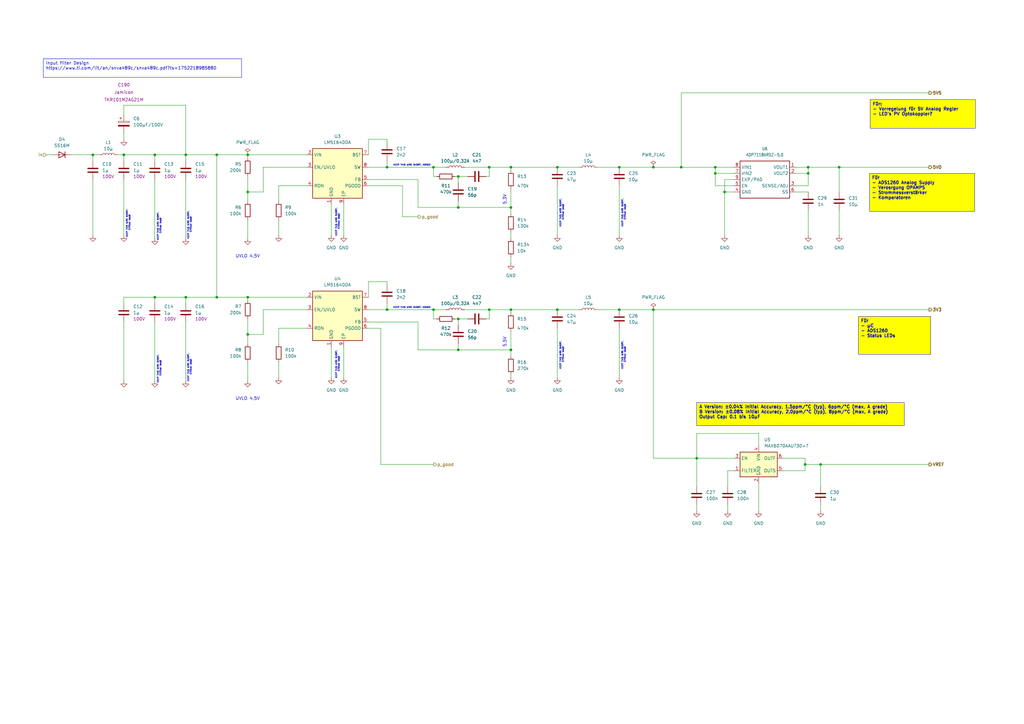
<source format=kicad_sch>
(kicad_sch
	(version 20250114)
	(generator "eeschema")
	(generator_version "9.0")
	(uuid "0a71412d-9bfe-4591-ab18-4fda89efb97a")
	(paper "A3")
	(lib_symbols
		(symbol "Device:C"
			(pin_numbers
				(hide yes)
			)
			(pin_names
				(offset 0.254)
			)
			(exclude_from_sim no)
			(in_bom yes)
			(on_board yes)
			(property "Reference" "C"
				(at 0.635 2.54 0)
				(effects
					(font
						(size 1.27 1.27)
					)
					(justify left)
				)
			)
			(property "Value" "C"
				(at 0.635 -2.54 0)
				(effects
					(font
						(size 1.27 1.27)
					)
					(justify left)
				)
			)
			(property "Footprint" ""
				(at 0.9652 -3.81 0)
				(effects
					(font
						(size 1.27 1.27)
					)
					(hide yes)
				)
			)
			(property "Datasheet" "~"
				(at 0 0 0)
				(effects
					(font
						(size 1.27 1.27)
					)
					(hide yes)
				)
			)
			(property "Description" "Unpolarized capacitor"
				(at 0 0 0)
				(effects
					(font
						(size 1.27 1.27)
					)
					(hide yes)
				)
			)
			(property "ki_keywords" "cap capacitor"
				(at 0 0 0)
				(effects
					(font
						(size 1.27 1.27)
					)
					(hide yes)
				)
			)
			(property "ki_fp_filters" "C_*"
				(at 0 0 0)
				(effects
					(font
						(size 1.27 1.27)
					)
					(hide yes)
				)
			)
			(symbol "C_0_1"
				(polyline
					(pts
						(xy -2.032 0.762) (xy 2.032 0.762)
					)
					(stroke
						(width 0.508)
						(type default)
					)
					(fill
						(type none)
					)
				)
				(polyline
					(pts
						(xy -2.032 -0.762) (xy 2.032 -0.762)
					)
					(stroke
						(width 0.508)
						(type default)
					)
					(fill
						(type none)
					)
				)
			)
			(symbol "C_1_1"
				(pin passive line
					(at 0 3.81 270)
					(length 2.794)
					(name "~"
						(effects
							(font
								(size 1.27 1.27)
							)
						)
					)
					(number "1"
						(effects
							(font
								(size 1.27 1.27)
							)
						)
					)
				)
				(pin passive line
					(at 0 -3.81 90)
					(length 2.794)
					(name "~"
						(effects
							(font
								(size 1.27 1.27)
							)
						)
					)
					(number "2"
						(effects
							(font
								(size 1.27 1.27)
							)
						)
					)
				)
			)
			(embedded_fonts no)
		)
		(symbol "Device:C_Polarized"
			(pin_numbers
				(hide yes)
			)
			(pin_names
				(offset 0.254)
			)
			(exclude_from_sim no)
			(in_bom yes)
			(on_board yes)
			(property "Reference" "C"
				(at 0.635 2.54 0)
				(effects
					(font
						(size 1.27 1.27)
					)
					(justify left)
				)
			)
			(property "Value" "C_Polarized"
				(at 0.635 -2.54 0)
				(effects
					(font
						(size 1.27 1.27)
					)
					(justify left)
				)
			)
			(property "Footprint" ""
				(at 0.9652 -3.81 0)
				(effects
					(font
						(size 1.27 1.27)
					)
					(hide yes)
				)
			)
			(property "Datasheet" "~"
				(at 0 0 0)
				(effects
					(font
						(size 1.27 1.27)
					)
					(hide yes)
				)
			)
			(property "Description" "Polarized capacitor"
				(at 0 0 0)
				(effects
					(font
						(size 1.27 1.27)
					)
					(hide yes)
				)
			)
			(property "ki_keywords" "cap capacitor"
				(at 0 0 0)
				(effects
					(font
						(size 1.27 1.27)
					)
					(hide yes)
				)
			)
			(property "ki_fp_filters" "CP_*"
				(at 0 0 0)
				(effects
					(font
						(size 1.27 1.27)
					)
					(hide yes)
				)
			)
			(symbol "C_Polarized_0_1"
				(rectangle
					(start -2.286 0.508)
					(end 2.286 1.016)
					(stroke
						(width 0)
						(type default)
					)
					(fill
						(type none)
					)
				)
				(polyline
					(pts
						(xy -1.778 2.286) (xy -0.762 2.286)
					)
					(stroke
						(width 0)
						(type default)
					)
					(fill
						(type none)
					)
				)
				(polyline
					(pts
						(xy -1.27 2.794) (xy -1.27 1.778)
					)
					(stroke
						(width 0)
						(type default)
					)
					(fill
						(type none)
					)
				)
				(rectangle
					(start 2.286 -0.508)
					(end -2.286 -1.016)
					(stroke
						(width 0)
						(type default)
					)
					(fill
						(type outline)
					)
				)
			)
			(symbol "C_Polarized_1_1"
				(pin passive line
					(at 0 3.81 270)
					(length 2.794)
					(name "~"
						(effects
							(font
								(size 1.27 1.27)
							)
						)
					)
					(number "1"
						(effects
							(font
								(size 1.27 1.27)
							)
						)
					)
				)
				(pin passive line
					(at 0 -3.81 90)
					(length 2.794)
					(name "~"
						(effects
							(font
								(size 1.27 1.27)
							)
						)
					)
					(number "2"
						(effects
							(font
								(size 1.27 1.27)
							)
						)
					)
				)
			)
			(embedded_fonts no)
		)
		(symbol "Device:D"
			(pin_numbers
				(hide yes)
			)
			(pin_names
				(offset 1.016)
				(hide yes)
			)
			(exclude_from_sim no)
			(in_bom yes)
			(on_board yes)
			(property "Reference" "D"
				(at 0 2.54 0)
				(effects
					(font
						(size 1.27 1.27)
					)
				)
			)
			(property "Value" "D"
				(at 0 -2.54 0)
				(effects
					(font
						(size 1.27 1.27)
					)
				)
			)
			(property "Footprint" ""
				(at 0 0 0)
				(effects
					(font
						(size 1.27 1.27)
					)
					(hide yes)
				)
			)
			(property "Datasheet" "~"
				(at 0 0 0)
				(effects
					(font
						(size 1.27 1.27)
					)
					(hide yes)
				)
			)
			(property "Description" "Diode"
				(at 0 0 0)
				(effects
					(font
						(size 1.27 1.27)
					)
					(hide yes)
				)
			)
			(property "Sim.Device" "D"
				(at 0 0 0)
				(effects
					(font
						(size 1.27 1.27)
					)
					(hide yes)
				)
			)
			(property "Sim.Pins" "1=K 2=A"
				(at 0 0 0)
				(effects
					(font
						(size 1.27 1.27)
					)
					(hide yes)
				)
			)
			(property "ki_keywords" "diode"
				(at 0 0 0)
				(effects
					(font
						(size 1.27 1.27)
					)
					(hide yes)
				)
			)
			(property "ki_fp_filters" "TO-???* *_Diode_* *SingleDiode* D_*"
				(at 0 0 0)
				(effects
					(font
						(size 1.27 1.27)
					)
					(hide yes)
				)
			)
			(symbol "D_0_1"
				(polyline
					(pts
						(xy -1.27 1.27) (xy -1.27 -1.27)
					)
					(stroke
						(width 0.254)
						(type default)
					)
					(fill
						(type none)
					)
				)
				(polyline
					(pts
						(xy 1.27 1.27) (xy 1.27 -1.27) (xy -1.27 0) (xy 1.27 1.27)
					)
					(stroke
						(width 0.254)
						(type default)
					)
					(fill
						(type none)
					)
				)
				(polyline
					(pts
						(xy 1.27 0) (xy -1.27 0)
					)
					(stroke
						(width 0)
						(type default)
					)
					(fill
						(type none)
					)
				)
			)
			(symbol "D_1_1"
				(pin passive line
					(at -3.81 0 0)
					(length 2.54)
					(name "K"
						(effects
							(font
								(size 1.27 1.27)
							)
						)
					)
					(number "1"
						(effects
							(font
								(size 1.27 1.27)
							)
						)
					)
				)
				(pin passive line
					(at 3.81 0 180)
					(length 2.54)
					(name "A"
						(effects
							(font
								(size 1.27 1.27)
							)
						)
					)
					(number "2"
						(effects
							(font
								(size 1.27 1.27)
							)
						)
					)
				)
			)
			(embedded_fonts no)
		)
		(symbol "Device:L"
			(pin_numbers
				(hide yes)
			)
			(pin_names
				(offset 1.016)
				(hide yes)
			)
			(exclude_from_sim no)
			(in_bom yes)
			(on_board yes)
			(property "Reference" "L"
				(at -1.27 0 90)
				(effects
					(font
						(size 1.27 1.27)
					)
				)
			)
			(property "Value" "L"
				(at 1.905 0 90)
				(effects
					(font
						(size 1.27 1.27)
					)
				)
			)
			(property "Footprint" ""
				(at 0 0 0)
				(effects
					(font
						(size 1.27 1.27)
					)
					(hide yes)
				)
			)
			(property "Datasheet" "~"
				(at 0 0 0)
				(effects
					(font
						(size 1.27 1.27)
					)
					(hide yes)
				)
			)
			(property "Description" "Inductor"
				(at 0 0 0)
				(effects
					(font
						(size 1.27 1.27)
					)
					(hide yes)
				)
			)
			(property "ki_keywords" "inductor choke coil reactor magnetic"
				(at 0 0 0)
				(effects
					(font
						(size 1.27 1.27)
					)
					(hide yes)
				)
			)
			(property "ki_fp_filters" "Choke_* *Coil* Inductor_* L_*"
				(at 0 0 0)
				(effects
					(font
						(size 1.27 1.27)
					)
					(hide yes)
				)
			)
			(symbol "L_0_1"
				(arc
					(start 0 2.54)
					(mid 0.6323 1.905)
					(end 0 1.27)
					(stroke
						(width 0)
						(type default)
					)
					(fill
						(type none)
					)
				)
				(arc
					(start 0 1.27)
					(mid 0.6323 0.635)
					(end 0 0)
					(stroke
						(width 0)
						(type default)
					)
					(fill
						(type none)
					)
				)
				(arc
					(start 0 0)
					(mid 0.6323 -0.635)
					(end 0 -1.27)
					(stroke
						(width 0)
						(type default)
					)
					(fill
						(type none)
					)
				)
				(arc
					(start 0 -1.27)
					(mid 0.6323 -1.905)
					(end 0 -2.54)
					(stroke
						(width 0)
						(type default)
					)
					(fill
						(type none)
					)
				)
			)
			(symbol "L_1_1"
				(pin passive line
					(at 0 3.81 270)
					(length 1.27)
					(name "1"
						(effects
							(font
								(size 1.27 1.27)
							)
						)
					)
					(number "1"
						(effects
							(font
								(size 1.27 1.27)
							)
						)
					)
				)
				(pin passive line
					(at 0 -3.81 90)
					(length 1.27)
					(name "2"
						(effects
							(font
								(size 1.27 1.27)
							)
						)
					)
					(number "2"
						(effects
							(font
								(size 1.27 1.27)
							)
						)
					)
				)
			)
			(embedded_fonts no)
		)
		(symbol "Device:R"
			(pin_numbers
				(hide yes)
			)
			(pin_names
				(offset 0)
			)
			(exclude_from_sim no)
			(in_bom yes)
			(on_board yes)
			(property "Reference" "R"
				(at 2.032 0 90)
				(effects
					(font
						(size 1.27 1.27)
					)
				)
			)
			(property "Value" "R"
				(at 0 0 90)
				(effects
					(font
						(size 1.27 1.27)
					)
				)
			)
			(property "Footprint" ""
				(at -1.778 0 90)
				(effects
					(font
						(size 1.27 1.27)
					)
					(hide yes)
				)
			)
			(property "Datasheet" "~"
				(at 0 0 0)
				(effects
					(font
						(size 1.27 1.27)
					)
					(hide yes)
				)
			)
			(property "Description" "Resistor"
				(at 0 0 0)
				(effects
					(font
						(size 1.27 1.27)
					)
					(hide yes)
				)
			)
			(property "ki_keywords" "R res resistor"
				(at 0 0 0)
				(effects
					(font
						(size 1.27 1.27)
					)
					(hide yes)
				)
			)
			(property "ki_fp_filters" "R_*"
				(at 0 0 0)
				(effects
					(font
						(size 1.27 1.27)
					)
					(hide yes)
				)
			)
			(symbol "R_0_1"
				(rectangle
					(start -1.016 -2.54)
					(end 1.016 2.54)
					(stroke
						(width 0.254)
						(type default)
					)
					(fill
						(type none)
					)
				)
			)
			(symbol "R_1_1"
				(pin passive line
					(at 0 3.81 270)
					(length 1.27)
					(name "~"
						(effects
							(font
								(size 1.27 1.27)
							)
						)
					)
					(number "1"
						(effects
							(font
								(size 1.27 1.27)
							)
						)
					)
				)
				(pin passive line
					(at 0 -3.81 90)
					(length 1.27)
					(name "~"
						(effects
							(font
								(size 1.27 1.27)
							)
						)
					)
					(number "2"
						(effects
							(font
								(size 1.27 1.27)
							)
						)
					)
				)
			)
			(embedded_fonts no)
		)
		(symbol "Reference_Voltage:MAX6070BAUT30+T"
			(exclude_from_sim no)
			(in_bom yes)
			(on_board yes)
			(property "Reference" "U"
				(at 1.27 8.89 0)
				(effects
					(font
						(size 1.27 1.27)
					)
					(justify left)
				)
			)
			(property "Value" "MAX6070BAUT30+T"
				(at 1.27 6.35 0)
				(effects
					(font
						(size 1.27 1.27)
						(italic yes)
					)
					(justify left)
				)
			)
			(property "Footprint" "Package_TO_SOT_SMD:SOT-23-6"
				(at 1.27 -7.62 0)
				(effects
					(font
						(size 1.27 1.27)
						(italic yes)
					)
					(justify left)
					(hide yes)
				)
			)
			(property "Datasheet" "https://www.analog.com/media/en/technical-documentation/data-sheets/MAX6070-MAX6071.pdf"
				(at 0 0 0)
				(effects
					(font
						(size 1.27 1.27)
						(italic yes)
					)
					(hide yes)
				)
			)
			(property "Description" "Low-Noise, High-Precision Series Voltage Reference, 3V, ±0.08% initial accuracy, SOT-23-6"
				(at 0 0 0)
				(effects
					(font
						(size 1.27 1.27)
					)
					(hide yes)
				)
			)
			(property "ki_keywords" "Low Noise Precision Voltage Reference"
				(at 0 0 0)
				(effects
					(font
						(size 1.27 1.27)
					)
					(hide yes)
				)
			)
			(property "ki_fp_filters" "SOT?23*"
				(at 0 0 0)
				(effects
					(font
						(size 1.27 1.27)
					)
					(hide yes)
				)
			)
			(symbol "MAX6070BAUT30+T_0_1"
				(rectangle
					(start -7.62 5.08)
					(end 7.62 -5.08)
					(stroke
						(width 0.254)
						(type solid)
					)
					(fill
						(type background)
					)
				)
			)
			(symbol "MAX6070BAUT30+T_1_1"
				(pin input line
					(at -10.16 2.54 0)
					(length 2.54)
					(name "EN"
						(effects
							(font
								(size 1.27 1.27)
							)
						)
					)
					(number "3"
						(effects
							(font
								(size 1.27 1.27)
							)
						)
					)
				)
				(pin passive line
					(at -10.16 -2.54 0)
					(length 2.54)
					(name "FILTER"
						(effects
							(font
								(size 1.27 1.27)
							)
						)
					)
					(number "1"
						(effects
							(font
								(size 1.27 1.27)
							)
						)
					)
				)
				(pin power_in line
					(at 0 7.62 270)
					(length 2.54)
					(name "VIN"
						(effects
							(font
								(size 1.27 1.27)
							)
						)
					)
					(number "4"
						(effects
							(font
								(size 1.27 1.27)
							)
						)
					)
				)
				(pin power_in line
					(at 0 -7.62 90)
					(length 2.54)
					(name "GND"
						(effects
							(font
								(size 1.27 1.27)
							)
						)
					)
					(number "2"
						(effects
							(font
								(size 1.27 1.27)
							)
						)
					)
				)
				(pin output line
					(at 10.16 2.54 180)
					(length 2.54)
					(name "OUTF"
						(effects
							(font
								(size 1.27 1.27)
							)
						)
					)
					(number "6"
						(effects
							(font
								(size 1.27 1.27)
							)
						)
					)
				)
				(pin input line
					(at 10.16 -2.54 180)
					(length 2.54)
					(name "OUTS"
						(effects
							(font
								(size 1.27 1.27)
							)
						)
					)
					(number "5"
						(effects
							(font
								(size 1.27 1.27)
							)
						)
					)
				)
			)
			(embedded_fonts no)
		)
		(symbol "Regulator_Switching:LM5164DDA"
			(exclude_from_sim no)
			(in_bom yes)
			(on_board yes)
			(property "Reference" "U"
				(at -8.89 11.43 0)
				(effects
					(font
						(size 1.27 1.27)
					)
				)
			)
			(property "Value" "LM5164DDA"
				(at 5.08 11.43 0)
				(effects
					(font
						(size 1.27 1.27)
					)
				)
			)
			(property "Footprint" "Package_SO:HSOP-8-1EP_3.9x4.9mm_P1.27mm_EP2.41x3.1mm_ThermalVias"
				(at 1.27 -11.43 0)
				(effects
					(font
						(size 1.27 1.27)
					)
					(hide yes)
				)
			)
			(property "Datasheet" "https://www.ti.com/lit/ds/symlink/lm5164.pdf?ts=1598311864250&ref_url=https%253A%252F%252Fwww.ti.com%252Fproduct%252FLM5164%253FHQS%253DTI-null-null-octopart-df-pf-null-wwe"
				(at -7.62 8.89 0)
				(effects
					(font
						(size 1.27 1.27)
					)
					(hide yes)
				)
			)
			(property "Description" "1A synchronous buck converter with ultra-low IQ, 6V - 100V input, adjustable output voltage, HSOP-8"
				(at 0 0 0)
				(effects
					(font
						(size 1.27 1.27)
					)
					(hide yes)
				)
			)
			(property "ki_keywords" "step-down dc-dc buck regulator adjustable"
				(at 0 0 0)
				(effects
					(font
						(size 1.27 1.27)
					)
					(hide yes)
				)
			)
			(property "ki_fp_filters" "HSOP*1EP*3.9x4.9*P1.27mm*"
				(at 0 0 0)
				(effects
					(font
						(size 1.27 1.27)
					)
					(hide yes)
				)
			)
			(symbol "LM5164DDA_1_1"
				(rectangle
					(start -10.16 10.16)
					(end 10.16 -10.16)
					(stroke
						(width 0.254)
						(type default)
					)
					(fill
						(type background)
					)
				)
				(pin power_in line
					(at -12.7 7.62 0)
					(length 2.54)
					(name "VIN"
						(effects
							(font
								(size 1.27 1.27)
							)
						)
					)
					(number "2"
						(effects
							(font
								(size 1.27 1.27)
							)
						)
					)
				)
				(pin input line
					(at -12.7 2.54 0)
					(length 2.54)
					(name "EN/UVLO"
						(effects
							(font
								(size 1.27 1.27)
							)
						)
					)
					(number "3"
						(effects
							(font
								(size 1.27 1.27)
							)
						)
					)
				)
				(pin passive line
					(at -12.7 -5.08 0)
					(length 2.54)
					(name "RON"
						(effects
							(font
								(size 1.27 1.27)
							)
						)
					)
					(number "4"
						(effects
							(font
								(size 1.27 1.27)
							)
						)
					)
				)
				(pin power_in line
					(at -2.54 -12.7 90)
					(length 2.54)
					(name "GND"
						(effects
							(font
								(size 1.27 1.27)
							)
						)
					)
					(number "1"
						(effects
							(font
								(size 1.27 1.27)
							)
						)
					)
				)
				(pin passive line
					(at 2.54 -12.7 90)
					(length 2.54)
					(name "EP"
						(effects
							(font
								(size 1.27 1.27)
							)
						)
					)
					(number "9"
						(effects
							(font
								(size 1.27 1.27)
							)
						)
					)
				)
				(pin passive line
					(at 12.7 7.62 180)
					(length 2.54)
					(name "BST"
						(effects
							(font
								(size 1.27 1.27)
							)
						)
					)
					(number "7"
						(effects
							(font
								(size 1.27 1.27)
							)
						)
					)
				)
				(pin power_out line
					(at 12.7 2.54 180)
					(length 2.54)
					(name "SW"
						(effects
							(font
								(size 1.27 1.27)
							)
						)
					)
					(number "8"
						(effects
							(font
								(size 1.27 1.27)
							)
						)
					)
				)
				(pin input line
					(at 12.7 -2.54 180)
					(length 2.54)
					(name "FB"
						(effects
							(font
								(size 1.27 1.27)
							)
						)
					)
					(number "5"
						(effects
							(font
								(size 1.27 1.27)
							)
						)
					)
				)
				(pin open_collector line
					(at 12.7 -5.08 180)
					(length 2.54)
					(name "PGOOD"
						(effects
							(font
								(size 1.27 1.27)
							)
						)
					)
					(number "6"
						(effects
							(font
								(size 1.27 1.27)
							)
						)
					)
				)
			)
			(embedded_fonts no)
		)
		(symbol "myVoltageRegulator:ADP7118"
			(exclude_from_sim no)
			(in_bom yes)
			(on_board yes)
			(property "Reference" "IC"
				(at 2.54 10.16 0)
				(effects
					(font
						(size 1.27 1.0795)
					)
					(justify left bottom)
				)
			)
			(property "Value" ""
				(at 2.54 -10.16 0)
				(effects
					(font
						(size 1.27 1.0795)
					)
					(justify left bottom)
				)
			)
			(property "Footprint" "greenMeter_v3:ADP7118_SOIC8"
				(at 0 0 0)
				(effects
					(font
						(size 1.27 1.27)
					)
					(hide yes)
				)
			)
			(property "Datasheet" ""
				(at 0 0 0)
				(effects
					(font
						(size 1.27 1.27)
					)
					(hide yes)
				)
			)
			(property "Description" ""
				(at 0 0 0)
				(effects
					(font
						(size 1.27 1.27)
					)
					(hide yes)
				)
			)
			(property "ki_locked" ""
				(at 0 0 0)
				(effects
					(font
						(size 1.27 1.27)
					)
				)
			)
			(symbol "ADP7118_1_0"
				(polyline
					(pts
						(xy -10.16 7.62) (xy 10.16 7.62)
					)
					(stroke
						(width 0.254)
						(type solid)
					)
					(fill
						(type none)
					)
				)
				(polyline
					(pts
						(xy -10.16 -7.62) (xy -10.16 7.62)
					)
					(stroke
						(width 0.254)
						(type solid)
					)
					(fill
						(type none)
					)
				)
				(polyline
					(pts
						(xy 10.16 7.62) (xy 10.16 -7.62)
					)
					(stroke
						(width 0.254)
						(type solid)
					)
					(fill
						(type none)
					)
				)
				(polyline
					(pts
						(xy 10.16 -7.62) (xy -10.16 -7.62)
					)
					(stroke
						(width 0.254)
						(type solid)
					)
					(fill
						(type none)
					)
				)
				(pin power_in line
					(at -12.7 5.08 0)
					(length 2.54)
					(name "VIN1"
						(effects
							(font
								(size 1.27 1.27)
							)
						)
					)
					(number "8"
						(effects
							(font
								(size 1.27 1.27)
							)
						)
					)
				)
				(pin power_in line
					(at -12.7 2.54 0)
					(length 2.54)
					(name "VIN2"
						(effects
							(font
								(size 1.27 1.27)
							)
						)
					)
					(number "7"
						(effects
							(font
								(size 1.27 1.27)
							)
						)
					)
				)
				(pin power_in line
					(at -12.7 0 0)
					(length 2.54)
					(name "EXP/PAD"
						(effects
							(font
								(size 1.27 1.27)
							)
						)
					)
					(number "9"
						(effects
							(font
								(size 1.27 1.27)
							)
						)
					)
				)
				(pin input line
					(at -12.7 -2.54 0)
					(length 2.54)
					(name "EN"
						(effects
							(font
								(size 1.27 1.27)
							)
						)
					)
					(number "5"
						(effects
							(font
								(size 1.27 1.27)
							)
						)
					)
				)
				(pin power_in line
					(at -12.7 -5.08 0)
					(length 2.54)
					(name "GND"
						(effects
							(font
								(size 1.27 1.27)
							)
						)
					)
					(number "4"
						(effects
							(font
								(size 1.27 1.27)
							)
						)
					)
				)
				(pin power_out line
					(at 12.7 5.08 180)
					(length 2.54)
					(name "VOUT1"
						(effects
							(font
								(size 1.27 1.27)
							)
						)
					)
					(number "1"
						(effects
							(font
								(size 1.27 1.27)
							)
						)
					)
				)
				(pin power_out line
					(at 12.7 2.54 180)
					(length 2.54)
					(name "VOUT2"
						(effects
							(font
								(size 1.27 1.27)
							)
						)
					)
					(number "2"
						(effects
							(font
								(size 1.27 1.27)
							)
						)
					)
				)
				(pin passive line
					(at 12.7 -2.54 180)
					(length 2.54)
					(name "SENSE/ADJ"
						(effects
							(font
								(size 1.27 1.27)
							)
						)
					)
					(number "3"
						(effects
							(font
								(size 1.27 1.27)
							)
						)
					)
				)
				(pin passive line
					(at 12.7 -5.08 180)
					(length 2.54)
					(name "SS"
						(effects
							(font
								(size 1.27 1.27)
							)
						)
					)
					(number "6"
						(effects
							(font
								(size 1.27 1.27)
							)
						)
					)
				)
			)
			(embedded_fonts no)
		)
		(symbol "power:GND"
			(power)
			(pin_numbers
				(hide yes)
			)
			(pin_names
				(offset 0)
				(hide yes)
			)
			(exclude_from_sim no)
			(in_bom yes)
			(on_board yes)
			(property "Reference" "#PWR"
				(at 0 -6.35 0)
				(effects
					(font
						(size 1.27 1.27)
					)
					(hide yes)
				)
			)
			(property "Value" "GND"
				(at 0 -3.81 0)
				(effects
					(font
						(size 1.27 1.27)
					)
				)
			)
			(property "Footprint" ""
				(at 0 0 0)
				(effects
					(font
						(size 1.27 1.27)
					)
					(hide yes)
				)
			)
			(property "Datasheet" ""
				(at 0 0 0)
				(effects
					(font
						(size 1.27 1.27)
					)
					(hide yes)
				)
			)
			(property "Description" "Power symbol creates a global label with name \"GND\" , ground"
				(at 0 0 0)
				(effects
					(font
						(size 1.27 1.27)
					)
					(hide yes)
				)
			)
			(property "ki_keywords" "global power"
				(at 0 0 0)
				(effects
					(font
						(size 1.27 1.27)
					)
					(hide yes)
				)
			)
			(symbol "GND_0_1"
				(polyline
					(pts
						(xy 0 0) (xy 0 -1.27) (xy 1.27 -1.27) (xy 0 -2.54) (xy -1.27 -1.27) (xy 0 -1.27)
					)
					(stroke
						(width 0)
						(type default)
					)
					(fill
						(type none)
					)
				)
			)
			(symbol "GND_1_1"
				(pin power_in line
					(at 0 0 270)
					(length 0)
					(name "~"
						(effects
							(font
								(size 1.27 1.27)
							)
						)
					)
					(number "1"
						(effects
							(font
								(size 1.27 1.27)
							)
						)
					)
				)
			)
			(embedded_fonts no)
		)
		(symbol "power:PWR_FLAG"
			(power)
			(pin_numbers
				(hide yes)
			)
			(pin_names
				(offset 0)
				(hide yes)
			)
			(exclude_from_sim no)
			(in_bom yes)
			(on_board yes)
			(property "Reference" "#FLG"
				(at 0 1.905 0)
				(effects
					(font
						(size 1.27 1.27)
					)
					(hide yes)
				)
			)
			(property "Value" "PWR_FLAG"
				(at 0 3.81 0)
				(effects
					(font
						(size 1.27 1.27)
					)
				)
			)
			(property "Footprint" ""
				(at 0 0 0)
				(effects
					(font
						(size 1.27 1.27)
					)
					(hide yes)
				)
			)
			(property "Datasheet" "~"
				(at 0 0 0)
				(effects
					(font
						(size 1.27 1.27)
					)
					(hide yes)
				)
			)
			(property "Description" "Special symbol for telling ERC where power comes from"
				(at 0 0 0)
				(effects
					(font
						(size 1.27 1.27)
					)
					(hide yes)
				)
			)
			(property "ki_keywords" "flag power"
				(at 0 0 0)
				(effects
					(font
						(size 1.27 1.27)
					)
					(hide yes)
				)
			)
			(symbol "PWR_FLAG_0_0"
				(pin power_out line
					(at 0 0 90)
					(length 0)
					(name "~"
						(effects
							(font
								(size 1.27 1.27)
							)
						)
					)
					(number "1"
						(effects
							(font
								(size 1.27 1.27)
							)
						)
					)
				)
			)
			(symbol "PWR_FLAG_0_1"
				(polyline
					(pts
						(xy 0 0) (xy 0 1.27) (xy -1.016 1.905) (xy 0 2.54) (xy 1.016 1.905) (xy 0 1.27)
					)
					(stroke
						(width 0)
						(type default)
					)
					(fill
						(type none)
					)
				)
			)
			(embedded_fonts no)
		)
	)
	(text "KEEP THIS WIRE SHORT, \nCritical loop!"
		(exclude_from_sim no)
		(at 65.278 151.13 90)
		(effects
			(font
				(size 0.635 0.635)
			)
		)
		(uuid "2fb1a431-5b69-4f83-8a6a-15a25785e3e5")
	)
	(text "KEEP THIS WIRE SHORT, \nCritical loop!"
		(exclude_from_sim no)
		(at 230.378 87.122 90)
		(effects
			(font
				(size 0.635 0.635)
			)
		)
		(uuid "32e3f2b0-d623-4520-8e32-98626fa14a62")
	)
	(text "UVLO 4,5V\n"
		(exclude_from_sim no)
		(at 101.6 163.576 0)
		(effects
			(font
				(size 1.27 1.27)
			)
		)
		(uuid "372d1083-c7ed-439d-b4b0-4090f2763f08")
	)
	(text "KEEP THIS WIRE SHORT, \nCritical loop!"
		(exclude_from_sim no)
		(at 255.778 145.542 90)
		(effects
			(font
				(size 0.635 0.635)
			)
		)
		(uuid "5f840927-6f77-4614-8660-39761cd87a62")
	)
	(text "UVLO 4,5V\n"
		(exclude_from_sim no)
		(at 101.6 105.156 0)
		(effects
			(font
				(size 1.27 1.27)
			)
		)
		(uuid "6f144863-5478-46df-9f69-3722819095f0")
	)
	(text "5,3V"
		(exclude_from_sim no)
		(at 207.772 84.074 90)
		(effects
			(font
				(size 1.27 1.27)
			)
			(justify left bottom)
		)
		(uuid "7590cfd5-fa8b-437e-8b55-21ac74a4dccf")
	)
	(text "KEEP THIS WIRE SHORT, NOISE!"
		(exclude_from_sim no)
		(at 168.91 67.818 0)
		(effects
			(font
				(size 0.635 0.635)
			)
		)
		(uuid "93239db0-3a95-4c82-894f-9817caab4582")
	)
	(text "KEEP THIS WIRE SHORT, \nCritical loop!"
		(exclude_from_sim no)
		(at 138.43 149.352 90)
		(effects
			(font
				(size 0.635 0.635)
			)
		)
		(uuid "946f197e-1c81-4c86-b0c7-35d6d585bb01")
	)
	(text "KEEP THIS WIRE SHORT, \nCritical loop!"
		(exclude_from_sim no)
		(at 255.778 87.122 90)
		(effects
			(font
				(size 0.635 0.635)
			)
		)
		(uuid "963e98e2-3ee6-4e42-9638-f4f344d0445f")
	)
	(text "5,5V"
		(exclude_from_sim no)
		(at 207.772 142.494 90)
		(effects
			(font
				(size 1.27 1.27)
			)
			(justify left bottom)
		)
		(uuid "b265a4f5-1e54-4237-98ff-89222b59bfbe")
	)
	(text "KEEP THIS WIRE SHORT, \nCritical loop!"
		(exclude_from_sim no)
		(at 65.278 92.71 90)
		(effects
			(font
				(size 0.635 0.635)
			)
		)
		(uuid "d4e42818-60af-49e3-8a9c-d938eac00a01")
	)
	(text "KEEP THIS WIRE SHORT, \nCritical loop!"
		(exclude_from_sim no)
		(at 77.724 92.202 90)
		(effects
			(font
				(size 0.635 0.635)
			)
		)
		(uuid "de9b3a84-0c56-4d76-b463-54ef735824b7")
	)
	(text "KEEP THIS WIRE SHORT, \nCritical loop!"
		(exclude_from_sim no)
		(at 138.43 90.932 90)
		(effects
			(font
				(size 0.635 0.635)
			)
		)
		(uuid "e0c61d15-f500-48b1-a324-6cd7109c67af")
	)
	(text "KEEP THIS WIRE SHORT, NOISE!"
		(exclude_from_sim no)
		(at 168.91 126.238 0)
		(effects
			(font
				(size 0.635 0.635)
			)
		)
		(uuid "e53b2c61-f652-4bac-940f-08d03a2dbfcc")
	)
	(text "KEEP THIS WIRE SHORT, \nCritical loop!"
		(exclude_from_sim no)
		(at 52.578 91.44 90)
		(effects
			(font
				(size 0.635 0.635)
			)
		)
		(uuid "e94f7508-4827-4d59-9895-5bcf068b9e63")
	)
	(text "KEEP THIS WIRE SHORT, \nCritical loop!"
		(exclude_from_sim no)
		(at 77.724 150.622 90)
		(effects
			(font
				(size 0.635 0.635)
			)
		)
		(uuid "f27144d1-12b1-4f44-896f-fcfee967b780")
	)
	(text "KEEP THIS WIRE SHORT, \nCritical loop!"
		(exclude_from_sim no)
		(at 230.378 145.542 90)
		(effects
			(font
				(size 0.635 0.635)
			)
		)
		(uuid "f93878df-79f5-4890-b2e4-44134295579e")
	)
	(text_box "Für:\n- Vorregelung für 5V Analog Regler\n- LED's PV Optokoppler?"
		(exclude_from_sim no)
		(at 356.87 40.894 0)
		(size 43.18 11.684)
		(margins 0.9525 0.9525 0.9525 0.9525)
		(stroke
			(width 0)
			(type default)
		)
		(fill
			(type color)
			(color 255 255 0 1)
		)
		(effects
			(font
				(size 1.27 1.27)
				(thickness 0.254)
				(bold yes)
			)
			(justify left top)
		)
		(uuid "280d6aca-637e-4d48-931a-4d766d59fa1a")
	)
	(text_box "A Version: ±0.04% Initial Accuracy, 1.5ppm/°C (typ), 6ppm/°C (max, A grade)\nB Version: ±0.08% Initial Accuracy, 2.0ppm/°C (typ), 8ppm/°C (max, A grade)\nOutput Cap: 0.1 bis 10µF"
		(exclude_from_sim no)
		(at 285.75 165.1 0)
		(size 85.09 9.525)
		(margins 0.9525 0.9525 0.9525 0.9525)
		(stroke
			(width 0)
			(type default)
		)
		(fill
			(type color)
			(color 255 255 0 1)
		)
		(effects
			(font
				(size 1.27 1.27)
				(thickness 0.254)
				(bold yes)
			)
			(justify left top)
		)
		(uuid "2c90f373-62ce-47a2-a9ec-4e6f68ffa810")
	)
	(text_box "Für\n- µC\n- ADS1260\n- Status LEDs\n"
		(exclude_from_sim no)
		(at 352.044 129.794 0)
		(size 29.718 15.494)
		(margins 0.9525 0.9525 0.9525 0.9525)
		(stroke
			(width 0)
			(type default)
		)
		(fill
			(type color)
			(color 255 255 0 1)
		)
		(effects
			(font
				(size 1.27 1.27)
				(thickness 0.254)
				(bold yes)
			)
			(justify left top)
		)
		(uuid "51e268eb-7441-4376-8a48-afcbc4538593")
	)
	(text_box "Input filter Design\nhttps://www.ti.com/lit/an/snva489c/snva489c.pdf?ts=1752218985880"
		(exclude_from_sim no)
		(at 17.78 24.13 0)
		(size 81.28 7.62)
		(margins 0.9525 0.9525 0.9525 0.9525)
		(stroke
			(width 0)
			(type solid)
		)
		(fill
			(type none)
		)
		(effects
			(font
				(size 1.27 1.27)
			)
			(justify left top)
		)
		(uuid "92c7301b-15b4-4460-8df8-7cdfcc14860f")
	)
	(text_box "Für\n- ADS1260 Analog Supply\n- Verosrgung OPAMPS\n- Strommessverstärker\n- Komparatoren\n"
		(exclude_from_sim no)
		(at 356.616 71.12 0)
		(size 43.18 15.494)
		(margins 0.9525 0.9525 0.9525 0.9525)
		(stroke
			(width 0)
			(type default)
		)
		(fill
			(type color)
			(color 255 255 0 1)
		)
		(effects
			(font
				(size 1.27 1.27)
				(thickness 0.254)
				(bold yes)
			)
			(justify left top)
		)
		(uuid "e7a8b682-1cca-4bef-9b16-a9ac8e27c75e")
	)
	(junction
		(at 267.97 68.58)
		(diameter 0)
		(color 0 0 0 0)
		(uuid "017310b7-a31c-4894-8ef6-546f6b96f711")
	)
	(junction
		(at 254 127)
		(diameter 0)
		(color 0 0 0 0)
		(uuid "01f43722-8fb0-4310-9391-6ea9a320ecc4")
	)
	(junction
		(at 88.9 121.92)
		(diameter 0)
		(color 0 0 0 0)
		(uuid "0a8750d6-9767-4e83-8d9e-2e7080fdeac8")
	)
	(junction
		(at 63.5 63.5)
		(diameter 0)
		(color 0 0 0 0)
		(uuid "13436fe3-550b-49a4-8108-cc5173267ae0")
	)
	(junction
		(at 200.66 127)
		(diameter 0)
		(color 0 0 0 0)
		(uuid "19da22f2-45e0-4e14-b3ba-6aad8612bcc1")
	)
	(junction
		(at 101.6 63.5)
		(diameter 0)
		(color 0 0 0 0)
		(uuid "1a75a511-0a62-4e55-a243-4397e35507a8")
	)
	(junction
		(at 330.2 190.5)
		(diameter 0)
		(color 0 0 0 0)
		(uuid "1b0780b5-3b76-4e2c-93d1-207491aefbae")
	)
	(junction
		(at 187.96 143.51)
		(diameter 0)
		(color 0 0 0 0)
		(uuid "1c72f919-3fe2-4ff8-aa42-41145651e968")
	)
	(junction
		(at 63.5 121.92)
		(diameter 0)
		(color 0 0 0 0)
		(uuid "29e8d28d-da57-47d9-9411-86f539da8f4c")
	)
	(junction
		(at 38.1 63.5)
		(diameter 0)
		(color 0 0 0 0)
		(uuid "2e9b781b-5741-4632-b2c9-3d67e10261e2")
	)
	(junction
		(at 209.55 127)
		(diameter 0)
		(color 0 0 0 0)
		(uuid "38ab6831-374a-403f-9802-4c31caafd4c8")
	)
	(junction
		(at 293.37 71.12)
		(diameter 0)
		(color 0 0 0 0)
		(uuid "40df898a-4676-4cf0-afd3-0d63df4e347f")
	)
	(junction
		(at 209.55 85.09)
		(diameter 0)
		(color 0 0 0 0)
		(uuid "40f65a3e-f21d-49c4-b17e-266f7aab54ec")
	)
	(junction
		(at 177.8 68.58)
		(diameter 0)
		(color 0 0 0 0)
		(uuid "4476a6cc-36d1-4d9f-9172-1cf9a0b4eaf1")
	)
	(junction
		(at 101.6 121.92)
		(diameter 0)
		(color 0 0 0 0)
		(uuid "4ce10989-c312-4481-a8a2-5cacace08491")
	)
	(junction
		(at 158.75 127)
		(diameter 0)
		(color 0 0 0 0)
		(uuid "4eb250b9-cb0b-4619-8d19-658356e94a2e")
	)
	(junction
		(at 279.4 68.58)
		(diameter 0)
		(color 0 0 0 0)
		(uuid "5c059de0-1503-4438-bbdb-663d869cc96f")
	)
	(junction
		(at 76.2 121.92)
		(diameter 0)
		(color 0 0 0 0)
		(uuid "5f99332a-f012-4c79-8952-af95471987b0")
	)
	(junction
		(at 158.75 68.58)
		(diameter 0)
		(color 0 0 0 0)
		(uuid "62d560d2-1370-4c39-8ee7-82a33bc59572")
	)
	(junction
		(at 209.55 143.51)
		(diameter 0)
		(color 0 0 0 0)
		(uuid "6caa046d-bf22-49dd-b57a-800e4c800822")
	)
	(junction
		(at 336.55 190.5)
		(diameter 0)
		(color 0 0 0 0)
		(uuid "6e23ea4b-8e91-455b-a12c-c6ac5e3720d3")
	)
	(junction
		(at 187.96 85.09)
		(diameter 0)
		(color 0 0 0 0)
		(uuid "6ec7647c-27e4-4345-9829-d39ccfc10967")
	)
	(junction
		(at 297.18 78.74)
		(diameter 0)
		(color 0 0 0 0)
		(uuid "75dcabb4-aea8-4c2c-9e07-5f6f5fe14194")
	)
	(junction
		(at 187.96 72.39)
		(diameter 0)
		(color 0 0 0 0)
		(uuid "7852bf91-e3ba-40ee-ab94-9ea1dbfc1f49")
	)
	(junction
		(at 331.47 68.58)
		(diameter 0)
		(color 0 0 0 0)
		(uuid "7bae1c6c-297e-4799-a12d-2551e354a414")
	)
	(junction
		(at 88.9 63.5)
		(diameter 0)
		(color 0 0 0 0)
		(uuid "82e2a1f6-a5c8-4ee6-8571-7e632e890bed")
	)
	(junction
		(at 228.6 68.58)
		(diameter 0)
		(color 0 0 0 0)
		(uuid "867bebcc-6181-4c1f-8f2d-bfe76ff0971e")
	)
	(junction
		(at 344.17 68.58)
		(diameter 0)
		(color 0 0 0 0)
		(uuid "867d503a-fc04-4b5f-a3af-ea064dfa8024")
	)
	(junction
		(at 209.55 68.58)
		(diameter 0)
		(color 0 0 0 0)
		(uuid "8b65674b-534c-4790-bd65-3b6eb8b2d3f2")
	)
	(junction
		(at 331.47 71.12)
		(diameter 0)
		(color 0 0 0 0)
		(uuid "9354e4e1-abc5-4d02-9116-50982e1f23f3")
	)
	(junction
		(at 254 68.58)
		(diameter 0)
		(color 0 0 0 0)
		(uuid "941875c4-8c61-435e-b697-e23657faa806")
	)
	(junction
		(at 101.6 137.16)
		(diameter 0)
		(color 0 0 0 0)
		(uuid "9493a80e-738e-406a-b29a-994f54bd4642")
	)
	(junction
		(at 285.75 187.96)
		(diameter 0)
		(color 0 0 0 0)
		(uuid "b00fa211-b538-4512-82d9-8eb06fbdb66e")
	)
	(junction
		(at 267.97 127)
		(diameter 0)
		(color 0 0 0 0)
		(uuid "b6053727-fa8a-47aa-8abf-999714c80774")
	)
	(junction
		(at 293.37 68.58)
		(diameter 0)
		(color 0 0 0 0)
		(uuid "c0fdcc03-79bd-4706-ad65-d9e5f2dc4bde")
	)
	(junction
		(at 200.66 68.58)
		(diameter 0)
		(color 0 0 0 0)
		(uuid "c4eb1559-0185-44ee-b1e5-e862a74dfc30")
	)
	(junction
		(at 101.6 78.74)
		(diameter 0)
		(color 0 0 0 0)
		(uuid "c5e39b3d-7318-4ad3-8d41-6be422012d87")
	)
	(junction
		(at 187.96 130.81)
		(diameter 0)
		(color 0 0 0 0)
		(uuid "d1f1df3d-8472-4357-b971-315b6b3fe3da")
	)
	(junction
		(at 177.8 127)
		(diameter 0)
		(color 0 0 0 0)
		(uuid "e8087ebd-fd67-4e8d-a9c5-cd59cac22eb7")
	)
	(junction
		(at 50.8 63.5)
		(diameter 0)
		(color 0 0 0 0)
		(uuid "f070e1c2-29da-4a22-8e06-2e563d41fc0f")
	)
	(junction
		(at 76.2 63.5)
		(diameter 0)
		(color 0 0 0 0)
		(uuid "fa8098ca-e1dd-4648-b572-42b83004226a")
	)
	(junction
		(at 228.6 127)
		(diameter 0)
		(color 0 0 0 0)
		(uuid "fcc7690c-8fdc-4f10-92c7-e21877b4d74c")
	)
	(wire
		(pts
			(xy 63.5 73.66) (xy 63.5 97.79)
		)
		(stroke
			(width 0)
			(type default)
		)
		(uuid "0013036f-53ae-4a93-a82d-2ba9ce9bb8b4")
	)
	(wire
		(pts
			(xy 101.6 78.74) (xy 107.95 78.74)
		)
		(stroke
			(width 0)
			(type default)
		)
		(uuid "0157fa22-29dd-416c-872f-89b60b7000ef")
	)
	(wire
		(pts
			(xy 29.21 63.5) (xy 38.1 63.5)
		)
		(stroke
			(width 0)
			(type default)
		)
		(uuid "048def85-ced5-4a22-a727-2710fc60d946")
	)
	(wire
		(pts
			(xy 114.3 140.97) (xy 114.3 134.62)
		)
		(stroke
			(width 0)
			(type default)
		)
		(uuid "05a63dcd-5245-4bc6-8e95-f002c5fc186e")
	)
	(wire
		(pts
			(xy 228.6 76.2) (xy 228.6 96.52)
		)
		(stroke
			(width 0)
			(type default)
		)
		(uuid "10885635-e653-4692-b98a-ca5dd4e6d9b5")
	)
	(wire
		(pts
			(xy 293.37 71.12) (xy 300.99 71.12)
		)
		(stroke
			(width 0)
			(type default)
		)
		(uuid "10f39506-4fa3-41c7-8431-6580ffec400a")
	)
	(wire
		(pts
			(xy 19.05 63.5) (xy 21.59 63.5)
		)
		(stroke
			(width 0)
			(type default)
		)
		(uuid "115e23db-fb79-49c6-aafe-fb0a10f3d891")
	)
	(wire
		(pts
			(xy 254 68.58) (xy 267.97 68.58)
		)
		(stroke
			(width 0)
			(type default)
		)
		(uuid "1c5e2149-2e2f-4dc9-b50e-8549935d0263")
	)
	(wire
		(pts
			(xy 158.75 127) (xy 177.8 127)
		)
		(stroke
			(width 0)
			(type default)
		)
		(uuid "1ca2de98-f272-42c8-8bd0-e747cac9c9a1")
	)
	(wire
		(pts
			(xy 285.75 207.01) (xy 285.75 209.55)
		)
		(stroke
			(width 0)
			(type default)
		)
		(uuid "1cbfd99c-f143-4ab6-b5fe-51cb215db219")
	)
	(wire
		(pts
			(xy 63.5 132.08) (xy 63.5 156.21)
		)
		(stroke
			(width 0)
			(type default)
		)
		(uuid "1ed91df9-2b3c-44fb-a07b-89df7ace5972")
	)
	(wire
		(pts
			(xy 228.6 134.62) (xy 228.6 154.94)
		)
		(stroke
			(width 0)
			(type default)
		)
		(uuid "1ef42a40-c7c0-4375-869b-017780f94c61")
	)
	(wire
		(pts
			(xy 331.47 76.2) (xy 331.47 71.12)
		)
		(stroke
			(width 0)
			(type default)
		)
		(uuid "1f66e761-e789-4102-ae5e-a0bf0b28bcec")
	)
	(wire
		(pts
			(xy 187.96 130.81) (xy 187.96 133.35)
		)
		(stroke
			(width 0)
			(type default)
		)
		(uuid "2154caed-f685-46a0-a250-c4c21a6bdbe1")
	)
	(wire
		(pts
			(xy 151.13 68.58) (xy 158.75 68.58)
		)
		(stroke
			(width 0)
			(type default)
		)
		(uuid "215d5143-5d7a-45d9-8705-1c5f806bf29d")
	)
	(wire
		(pts
			(xy 50.8 54.61) (xy 50.8 57.15)
		)
		(stroke
			(width 0)
			(type default)
		)
		(uuid "23796b5c-5acd-426a-ae16-68aed58d3968")
	)
	(wire
		(pts
			(xy 285.75 177.8) (xy 311.15 177.8)
		)
		(stroke
			(width 0)
			(type default)
		)
		(uuid "259c6a90-6bf7-4b22-bdc7-bd31cc699ef1")
	)
	(wire
		(pts
			(xy 38.1 73.66) (xy 38.1 96.52)
		)
		(stroke
			(width 0)
			(type default)
		)
		(uuid "26cfabe4-01ef-4f44-b358-2b30a29f9327")
	)
	(wire
		(pts
			(xy 101.6 148.59) (xy 101.6 156.21)
		)
		(stroke
			(width 0)
			(type default)
		)
		(uuid "27806db4-39cb-49f7-bcc8-42f1aa3a3275")
	)
	(wire
		(pts
			(xy 209.55 143.51) (xy 209.55 146.05)
		)
		(stroke
			(width 0)
			(type default)
		)
		(uuid "2a896553-a28e-4216-88ae-5a025a10df0b")
	)
	(wire
		(pts
			(xy 209.55 77.47) (xy 209.55 85.09)
		)
		(stroke
			(width 0)
			(type default)
		)
		(uuid "2b687f15-429d-4c85-8ca3-38276c0acfa0")
	)
	(wire
		(pts
			(xy 76.2 63.5) (xy 76.2 66.04)
		)
		(stroke
			(width 0)
			(type default)
		)
		(uuid "2c5dbf87-fd7f-4920-8b46-0d14d219e8b3")
	)
	(wire
		(pts
			(xy 267.97 127) (xy 267.97 187.96)
		)
		(stroke
			(width 0)
			(type default)
		)
		(uuid "2d76dcf1-7874-4f7c-b381-c636f3911e1b")
	)
	(wire
		(pts
			(xy 321.31 187.96) (xy 330.2 187.96)
		)
		(stroke
			(width 0)
			(type default)
		)
		(uuid "30843ef4-37ab-4bc2-b0a9-1468f7ee4590")
	)
	(wire
		(pts
			(xy 135.89 142.24) (xy 135.89 154.94)
		)
		(stroke
			(width 0)
			(type default)
		)
		(uuid "3095d4ba-632d-4632-b97f-5be4eea175d6")
	)
	(wire
		(pts
			(xy 311.15 182.88) (xy 311.15 177.8)
		)
		(stroke
			(width 0)
			(type default)
		)
		(uuid "331e8f59-6a59-4ba8-bd5e-baff0190a03d")
	)
	(wire
		(pts
			(xy 209.55 69.85) (xy 209.55 68.58)
		)
		(stroke
			(width 0)
			(type default)
		)
		(uuid "34712ed2-1b02-4c1e-ab23-ef78b0b80721")
	)
	(wire
		(pts
			(xy 107.95 127) (xy 107.95 137.16)
		)
		(stroke
			(width 0)
			(type default)
		)
		(uuid "35c5fd3c-5f83-40e1-b046-3bb7dbce7e0d")
	)
	(wire
		(pts
			(xy 200.66 68.58) (xy 190.5 68.58)
		)
		(stroke
			(width 0)
			(type default)
		)
		(uuid "368a36c6-d685-42c3-bd41-4d07d9b5e3da")
	)
	(wire
		(pts
			(xy 101.6 121.92) (xy 101.6 123.19)
		)
		(stroke
			(width 0)
			(type default)
		)
		(uuid "39da4e50-7cd4-4266-aab2-91d613057f0d")
	)
	(wire
		(pts
			(xy 209.55 85.09) (xy 209.55 87.63)
		)
		(stroke
			(width 0)
			(type default)
		)
		(uuid "3b780d5f-5bb3-43ea-92e4-84cc2e4a9020")
	)
	(wire
		(pts
			(xy 151.13 57.15) (xy 151.13 63.5)
		)
		(stroke
			(width 0)
			(type default)
		)
		(uuid "3bf18eec-ff5a-498e-b7b4-8e824e4cd7a8")
	)
	(wire
		(pts
			(xy 297.18 78.74) (xy 297.18 96.52)
		)
		(stroke
			(width 0)
			(type default)
		)
		(uuid "3dc2fba2-a5c0-487d-8364-b05228eb1178")
	)
	(wire
		(pts
			(xy 187.96 72.39) (xy 191.77 72.39)
		)
		(stroke
			(width 0)
			(type default)
		)
		(uuid "41406e39-0837-4ca9-a2d6-c15340dc42da")
	)
	(wire
		(pts
			(xy 187.96 140.97) (xy 187.96 143.51)
		)
		(stroke
			(width 0)
			(type default)
		)
		(uuid "45d9b3b7-7446-455c-95d5-875c6991e768")
	)
	(wire
		(pts
			(xy 209.55 153.67) (xy 209.55 154.94)
		)
		(stroke
			(width 0)
			(type default)
		)
		(uuid "4804e6d2-791d-4661-9b1b-d0ca1724c30a")
	)
	(wire
		(pts
			(xy 50.8 132.08) (xy 50.8 156.21)
		)
		(stroke
			(width 0)
			(type default)
		)
		(uuid "48ea960e-b4ec-46ac-a0e8-7118d9733735")
	)
	(wire
		(pts
			(xy 209.55 127) (xy 228.6 127)
		)
		(stroke
			(width 0)
			(type default)
		)
		(uuid "4b5924fc-c686-4f57-a97d-f1fe2f3be3d5")
	)
	(wire
		(pts
			(xy 228.6 127) (xy 237.49 127)
		)
		(stroke
			(width 0)
			(type default)
		)
		(uuid "4b59d096-b1b2-4f86-a6c0-92734aad6de1")
	)
	(wire
		(pts
			(xy 107.95 127) (xy 125.73 127)
		)
		(stroke
			(width 0)
			(type default)
		)
		(uuid "4b79f342-3be1-447b-8dba-e5b7f78bc32e")
	)
	(wire
		(pts
			(xy 171.45 143.51) (xy 171.45 132.08)
		)
		(stroke
			(width 0)
			(type default)
		)
		(uuid "4dcec276-68a0-4aec-9b5c-85b7ae6c9537")
	)
	(wire
		(pts
			(xy 321.31 193.04) (xy 330.2 193.04)
		)
		(stroke
			(width 0)
			(type default)
		)
		(uuid "4fe473c9-de17-42b5-b08d-1319d5b91c5a")
	)
	(wire
		(pts
			(xy 151.13 134.62) (xy 156.21 134.62)
		)
		(stroke
			(width 0)
			(type default)
		)
		(uuid "51e78214-65dc-401c-85d7-5f1a27bd6cc4")
	)
	(wire
		(pts
			(xy 285.75 187.96) (xy 300.99 187.96)
		)
		(stroke
			(width 0)
			(type default)
		)
		(uuid "54b425c7-b2ea-4c3e-bffe-f37c4f61c0b1")
	)
	(wire
		(pts
			(xy 279.4 68.58) (xy 293.37 68.58)
		)
		(stroke
			(width 0)
			(type default)
		)
		(uuid "55a7e390-3071-4218-a845-696cacddd339")
	)
	(wire
		(pts
			(xy 177.8 127) (xy 177.8 130.81)
		)
		(stroke
			(width 0)
			(type default)
		)
		(uuid "55d74de2-23ef-41f1-9c1f-abd818e752e4")
	)
	(wire
		(pts
			(xy 186.69 130.81) (xy 187.96 130.81)
		)
		(stroke
			(width 0)
			(type default)
		)
		(uuid "58470ce7-d82c-46d6-90a7-5b236baaab3a")
	)
	(wire
		(pts
			(xy 200.66 68.58) (xy 209.55 68.58)
		)
		(stroke
			(width 0)
			(type default)
		)
		(uuid "5a3d4049-104b-4254-a6ad-5979a3ddc52d")
	)
	(wire
		(pts
			(xy 177.8 68.58) (xy 182.88 68.58)
		)
		(stroke
			(width 0)
			(type default)
		)
		(uuid "5a9c1502-c39a-4bec-9222-dbabff71b461")
	)
	(wire
		(pts
			(xy 187.96 130.81) (xy 191.77 130.81)
		)
		(stroke
			(width 0)
			(type default)
		)
		(uuid "5e01ad40-47fe-49ec-b675-0573928222e4")
	)
	(wire
		(pts
			(xy 209.55 105.41) (xy 209.55 107.95)
		)
		(stroke
			(width 0)
			(type default)
		)
		(uuid "5ebba387-b658-4137-9c9f-9d799c6c0d49")
	)
	(wire
		(pts
			(xy 326.39 78.74) (xy 331.47 78.74)
		)
		(stroke
			(width 0)
			(type default)
		)
		(uuid "5ec18e3f-3dbd-4178-8cc4-e061d2752f24")
	)
	(wire
		(pts
			(xy 300.99 73.66) (xy 297.18 73.66)
		)
		(stroke
			(width 0)
			(type default)
		)
		(uuid "60c505d6-a221-4904-90f6-1d9191df5f32")
	)
	(wire
		(pts
			(xy 38.1 63.5) (xy 38.1 66.04)
		)
		(stroke
			(width 0)
			(type default)
		)
		(uuid "617c1e45-5400-4daa-b880-05b442314318")
	)
	(wire
		(pts
			(xy 101.6 121.92) (xy 125.73 121.92)
		)
		(stroke
			(width 0)
			(type default)
		)
		(uuid "628b93c8-504d-4e71-8cd6-c802452aecc5")
	)
	(wire
		(pts
			(xy 200.66 127) (xy 190.5 127)
		)
		(stroke
			(width 0)
			(type default)
		)
		(uuid "642c6103-d24a-4341-8316-c85b5c45b5bc")
	)
	(wire
		(pts
			(xy 151.13 115.57) (xy 151.13 121.92)
		)
		(stroke
			(width 0)
			(type default)
		)
		(uuid "66571095-28c4-4161-a9ab-11bce144945e")
	)
	(wire
		(pts
			(xy 114.3 148.59) (xy 114.3 154.94)
		)
		(stroke
			(width 0)
			(type default)
		)
		(uuid "6674d948-2bdc-4291-b177-54f3f0cffe05")
	)
	(wire
		(pts
			(xy 331.47 68.58) (xy 344.17 68.58)
		)
		(stroke
			(width 0)
			(type default)
		)
		(uuid "69add8a7-5eba-421c-8d34-1d252bb1212e")
	)
	(wire
		(pts
			(xy 199.39 130.81) (xy 200.66 130.81)
		)
		(stroke
			(width 0)
			(type default)
		)
		(uuid "6aaada62-1e6f-40cd-9405-bc1c56df378e")
	)
	(wire
		(pts
			(xy 101.6 63.5) (xy 125.73 63.5)
		)
		(stroke
			(width 0)
			(type default)
		)
		(uuid "6b909a07-d3be-4bad-8867-e17f15f2e1ea")
	)
	(wire
		(pts
			(xy 331.47 71.12) (xy 331.47 68.58)
		)
		(stroke
			(width 0)
			(type default)
		)
		(uuid "6d8e12f1-7c50-41ae-8610-c3bff6109ab6")
	)
	(wire
		(pts
			(xy 187.96 143.51) (xy 171.45 143.51)
		)
		(stroke
			(width 0)
			(type default)
		)
		(uuid "6f18c50a-9c2b-448f-b5ad-94a258c371b7")
	)
	(wire
		(pts
			(xy 156.21 190.5) (xy 177.8 190.5)
		)
		(stroke
			(width 0)
			(type default)
		)
		(uuid "6f1bf92c-a9a5-4a4d-bfdc-e4841cd8eafa")
	)
	(wire
		(pts
			(xy 293.37 76.2) (xy 300.99 76.2)
		)
		(stroke
			(width 0)
			(type default)
		)
		(uuid "7201b557-e219-4cfc-ac27-5e73734bfe44")
	)
	(wire
		(pts
			(xy 50.8 63.5) (xy 50.8 66.04)
		)
		(stroke
			(width 0)
			(type default)
		)
		(uuid "74544583-f888-4137-b1eb-02bc71c3a71b")
	)
	(wire
		(pts
			(xy 101.6 90.17) (xy 101.6 97.79)
		)
		(stroke
			(width 0)
			(type default)
		)
		(uuid "74b54549-d97c-47be-a526-227670bb7799")
	)
	(wire
		(pts
			(xy 63.5 121.92) (xy 63.5 124.46)
		)
		(stroke
			(width 0)
			(type default)
		)
		(uuid "785efb97-eb1f-41c0-b5e2-1fb051de538b")
	)
	(wire
		(pts
			(xy 114.3 82.55) (xy 114.3 76.2)
		)
		(stroke
			(width 0)
			(type default)
		)
		(uuid "7880a945-108e-4ca3-abb1-e0ce1789b810")
	)
	(wire
		(pts
			(xy 101.6 72.39) (xy 101.6 78.74)
		)
		(stroke
			(width 0)
			(type default)
		)
		(uuid "79f7a482-7033-48fc-9e52-b0d13bd76292")
	)
	(wire
		(pts
			(xy 114.3 134.62) (xy 125.73 134.62)
		)
		(stroke
			(width 0)
			(type default)
		)
		(uuid "7c18327a-b97c-4ffa-935f-bf33ae04c25a")
	)
	(wire
		(pts
			(xy 151.13 127) (xy 158.75 127)
		)
		(stroke
			(width 0)
			(type default)
		)
		(uuid "7cc03cc4-be07-460d-802d-1ba198f218df")
	)
	(wire
		(pts
			(xy 107.95 68.58) (xy 125.73 68.58)
		)
		(stroke
			(width 0)
			(type default)
		)
		(uuid "801add18-a6a8-4c4b-8717-1989374493ed")
	)
	(wire
		(pts
			(xy 293.37 68.58) (xy 293.37 71.12)
		)
		(stroke
			(width 0)
			(type default)
		)
		(uuid "80c49178-358c-4bac-9b4e-be2672d3babe")
	)
	(wire
		(pts
			(xy 107.95 68.58) (xy 107.95 78.74)
		)
		(stroke
			(width 0)
			(type default)
		)
		(uuid "82ba527d-9383-489d-b71c-8ad0f82684e6")
	)
	(wire
		(pts
			(xy 209.55 68.58) (xy 228.6 68.58)
		)
		(stroke
			(width 0)
			(type default)
		)
		(uuid "854e9713-b775-45a3-b37f-6e0c74de9911")
	)
	(wire
		(pts
			(xy 76.2 121.92) (xy 76.2 124.46)
		)
		(stroke
			(width 0)
			(type default)
		)
		(uuid "86f2f5d6-1459-4164-87e0-e497c0b389de")
	)
	(wire
		(pts
			(xy 63.5 63.5) (xy 63.5 66.04)
		)
		(stroke
			(width 0)
			(type default)
		)
		(uuid "87269780-cbdd-40d9-9543-197958aa80b8")
	)
	(wire
		(pts
			(xy 177.8 68.58) (xy 177.8 72.39)
		)
		(stroke
			(width 0)
			(type default)
		)
		(uuid "876cea29-423c-41be-b750-5414785d8792")
	)
	(wire
		(pts
			(xy 279.4 38.1) (xy 381 38.1)
		)
		(stroke
			(width 0)
			(type default)
		)
		(uuid "87831d2f-e7cd-4cb0-9624-b1c8b8cd0de0")
	)
	(wire
		(pts
			(xy 171.45 85.09) (xy 171.45 73.66)
		)
		(stroke
			(width 0)
			(type default)
		)
		(uuid "89acf664-6a4e-42f6-84ce-c4ed0f8c7798")
	)
	(wire
		(pts
			(xy 267.97 187.96) (xy 285.75 187.96)
		)
		(stroke
			(width 0)
			(type default)
		)
		(uuid "89ceec8b-da12-4d04-af5d-2000a53fc226")
	)
	(wire
		(pts
			(xy 179.07 130.81) (xy 177.8 130.81)
		)
		(stroke
			(width 0)
			(type default)
		)
		(uuid "8a47933f-e86c-4a81-97dc-bbab10dca847")
	)
	(wire
		(pts
			(xy 179.07 72.39) (xy 177.8 72.39)
		)
		(stroke
			(width 0)
			(type default)
		)
		(uuid "8a5aa5c5-fd2d-487a-9f66-6962ae36cbec")
	)
	(wire
		(pts
			(xy 171.45 73.66) (xy 151.13 73.66)
		)
		(stroke
			(width 0)
			(type default)
		)
		(uuid "8ac9f4d0-38ce-43d4-936c-814dd58bf1ce")
	)
	(wire
		(pts
			(xy 50.8 63.5) (xy 63.5 63.5)
		)
		(stroke
			(width 0)
			(type default)
		)
		(uuid "8e37f6e3-e753-4a47-80cd-c4ff718d3387")
	)
	(wire
		(pts
			(xy 330.2 193.04) (xy 330.2 190.5)
		)
		(stroke
			(width 0)
			(type default)
		)
		(uuid "8f69fd53-b2ca-4e5c-8871-c0b379be1629")
	)
	(wire
		(pts
			(xy 336.55 190.5) (xy 381 190.5)
		)
		(stroke
			(width 0)
			(type default)
		)
		(uuid "90279cff-d347-4e7e-8266-8f5742b59f6c")
	)
	(wire
		(pts
			(xy 101.6 137.16) (xy 107.95 137.16)
		)
		(stroke
			(width 0)
			(type default)
		)
		(uuid "9034792b-da33-4618-a7aa-a1544f1184aa")
	)
	(wire
		(pts
			(xy 209.55 128.27) (xy 209.55 127)
		)
		(stroke
			(width 0)
			(type default)
		)
		(uuid "90bdae56-d931-4cfe-8073-dfbb44287263")
	)
	(wire
		(pts
			(xy 101.6 137.16) (xy 101.6 140.97)
		)
		(stroke
			(width 0)
			(type default)
		)
		(uuid "92ee1612-e9ba-45d3-9885-def44598f7bd")
	)
	(wire
		(pts
			(xy 76.2 121.92) (xy 88.9 121.92)
		)
		(stroke
			(width 0)
			(type default)
		)
		(uuid "943624b4-b844-4594-98d9-44d8a65edd57")
	)
	(wire
		(pts
			(xy 344.17 86.36) (xy 344.17 96.52)
		)
		(stroke
			(width 0)
			(type default)
		)
		(uuid "9636376a-d452-4b5a-bc2b-40e3bab4e6a9")
	)
	(wire
		(pts
			(xy 209.55 95.25) (xy 209.55 97.79)
		)
		(stroke
			(width 0)
			(type default)
		)
		(uuid "96cbb043-9c7a-460e-bac8-17a54edfb5ed")
	)
	(wire
		(pts
			(xy 50.8 43.18) (xy 76.2 43.18)
		)
		(stroke
			(width 0)
			(type default)
		)
		(uuid "96ebd3d1-3f71-4330-9db3-5dfbd553837a")
	)
	(wire
		(pts
			(xy 140.97 83.82) (xy 140.97 96.52)
		)
		(stroke
			(width 0)
			(type default)
		)
		(uuid "9726c3b6-9805-4976-bd21-26f42e584c66")
	)
	(wire
		(pts
			(xy 76.2 132.08) (xy 76.2 156.21)
		)
		(stroke
			(width 0)
			(type default)
		)
		(uuid "973c2641-7076-4d54-8d29-818b9cb008be")
	)
	(wire
		(pts
			(xy 336.55 190.5) (xy 336.55 199.39)
		)
		(stroke
			(width 0)
			(type default)
		)
		(uuid "97c6b2a5-263c-466e-8cda-6f7d71892f04")
	)
	(wire
		(pts
			(xy 245.11 127) (xy 254 127)
		)
		(stroke
			(width 0)
			(type default)
		)
		(uuid "97ccd819-3772-42a8-a48f-f19592d66ad3")
	)
	(wire
		(pts
			(xy 311.15 198.12) (xy 311.15 209.55)
		)
		(stroke
			(width 0)
			(type default)
		)
		(uuid "988d9b5b-1aca-4ab0-8d25-6e8f23b1cd1a")
	)
	(wire
		(pts
			(xy 331.47 68.58) (xy 326.39 68.58)
		)
		(stroke
			(width 0)
			(type default)
		)
		(uuid "98d40bee-b240-4b97-926f-0035ce743660")
	)
	(wire
		(pts
			(xy 50.8 73.66) (xy 50.8 96.52)
		)
		(stroke
			(width 0)
			(type default)
		)
		(uuid "994b7fc8-da37-43fc-9aad-69525c1c8000")
	)
	(wire
		(pts
			(xy 50.8 43.18) (xy 50.8 46.99)
		)
		(stroke
			(width 0)
			(type default)
		)
		(uuid "9a2db373-0221-4d5c-a236-58e37e8bda02")
	)
	(wire
		(pts
			(xy 285.75 187.96) (xy 285.75 199.39)
		)
		(stroke
			(width 0)
			(type default)
		)
		(uuid "9a678301-9a1a-482a-b71f-815591e702a9")
	)
	(wire
		(pts
			(xy 158.75 68.58) (xy 177.8 68.58)
		)
		(stroke
			(width 0)
			(type default)
		)
		(uuid "9ca764eb-ef74-4dee-a3a3-b8f80d020a02")
	)
	(wire
		(pts
			(xy 50.8 121.92) (xy 50.8 124.46)
		)
		(stroke
			(width 0)
			(type default)
		)
		(uuid "9d864a88-19cf-46a0-85e7-cab7a2ba95e6")
	)
	(wire
		(pts
			(xy 326.39 76.2) (xy 331.47 76.2)
		)
		(stroke
			(width 0)
			(type default)
		)
		(uuid "9e113d0f-511e-4c9f-994f-7ee67645e25a")
	)
	(wire
		(pts
			(xy 114.3 76.2) (xy 125.73 76.2)
		)
		(stroke
			(width 0)
			(type default)
		)
		(uuid "9fd417de-7f4a-42b4-9d47-65ef7b1e9a0e")
	)
	(wire
		(pts
			(xy 186.69 72.39) (xy 187.96 72.39)
		)
		(stroke
			(width 0)
			(type default)
		)
		(uuid "a069b332-c1b4-4ae4-97fd-3ec9327a2c94")
	)
	(wire
		(pts
			(xy 38.1 63.5) (xy 40.64 63.5)
		)
		(stroke
			(width 0)
			(type default)
		)
		(uuid "a1bef32b-4879-4be7-8194-01159041ba4c")
	)
	(wire
		(pts
			(xy 298.45 207.01) (xy 298.45 209.55)
		)
		(stroke
			(width 0)
			(type default)
		)
		(uuid "a2d3c0ac-d609-4089-a03f-1b53f1ce9d65")
	)
	(wire
		(pts
			(xy 254 127) (xy 267.97 127)
		)
		(stroke
			(width 0)
			(type default)
		)
		(uuid "a4f2afa6-dfbb-49c5-a61e-4f830d4f767c")
	)
	(wire
		(pts
			(xy 381 68.58) (xy 344.17 68.58)
		)
		(stroke
			(width 0)
			(type default)
		)
		(uuid "a7400b2e-4a87-41a1-a5aa-e3654bd81f34")
	)
	(wire
		(pts
			(xy 76.2 43.18) (xy 76.2 63.5)
		)
		(stroke
			(width 0)
			(type default)
		)
		(uuid "a88e2124-7c21-40c0-b19e-2b59e5042f47")
	)
	(wire
		(pts
			(xy 158.75 57.15) (xy 151.13 57.15)
		)
		(stroke
			(width 0)
			(type default)
		)
		(uuid "a8aaca56-f8a5-4d2a-a3af-6c80f12b31d7")
	)
	(wire
		(pts
			(xy 199.39 72.39) (xy 200.66 72.39)
		)
		(stroke
			(width 0)
			(type default)
		)
		(uuid "aa6322eb-7577-414b-ab25-981d181edb7e")
	)
	(wire
		(pts
			(xy 200.66 127) (xy 200.66 130.81)
		)
		(stroke
			(width 0)
			(type default)
		)
		(uuid "aa846a39-764a-4204-be0d-d8977d3f3f5f")
	)
	(wire
		(pts
			(xy 50.8 121.92) (xy 63.5 121.92)
		)
		(stroke
			(width 0)
			(type default)
		)
		(uuid "ac874fde-364c-4826-ab3c-c5f24743540c")
	)
	(wire
		(pts
			(xy 88.9 63.5) (xy 88.9 121.92)
		)
		(stroke
			(width 0)
			(type default)
		)
		(uuid "ad8a3779-c342-4d58-b95f-d6f07d7a1bc9")
	)
	(wire
		(pts
			(xy 88.9 121.92) (xy 101.6 121.92)
		)
		(stroke
			(width 0)
			(type default)
		)
		(uuid "b1d5aae4-09c0-4883-be54-08e2c3d2e180")
	)
	(wire
		(pts
			(xy 165.1 88.9) (xy 171.45 88.9)
		)
		(stroke
			(width 0)
			(type default)
		)
		(uuid "b24e2bb2-4c6f-4d06-a3fa-ea8238c22291")
	)
	(wire
		(pts
			(xy 254 76.2) (xy 254 96.52)
		)
		(stroke
			(width 0)
			(type default)
		)
		(uuid "b3c7f036-17a5-4e55-8df5-5032027da3a9")
	)
	(wire
		(pts
			(xy 293.37 76.2) (xy 293.37 71.12)
		)
		(stroke
			(width 0)
			(type default)
		)
		(uuid "b48b3d27-f522-439b-84d9-47a3cbd3f1da")
	)
	(wire
		(pts
			(xy 298.45 193.04) (xy 300.99 193.04)
		)
		(stroke
			(width 0)
			(type default)
		)
		(uuid "b74967e2-eb1f-41cc-946c-767d51e70c73")
	)
	(wire
		(pts
			(xy 285.75 187.96) (xy 285.75 177.8)
		)
		(stroke
			(width 0)
			(type default)
		)
		(uuid "b7ec4d49-2d92-4c25-b39b-e8c843c6e3d6")
	)
	(wire
		(pts
			(xy 187.96 85.09) (xy 209.55 85.09)
		)
		(stroke
			(width 0)
			(type default)
		)
		(uuid "b8cd2ffd-aff4-4e69-8f04-314473c771a7")
	)
	(wire
		(pts
			(xy 156.21 134.62) (xy 156.21 190.5)
		)
		(stroke
			(width 0)
			(type default)
		)
		(uuid "bbd48d15-8479-4823-b110-b2a6e9127220")
	)
	(wire
		(pts
			(xy 63.5 63.5) (xy 76.2 63.5)
		)
		(stroke
			(width 0)
			(type default)
		)
		(uuid "bbe507a6-6b8b-442e-a543-bc408abc18e1")
	)
	(wire
		(pts
			(xy 297.18 78.74) (xy 300.99 78.74)
		)
		(stroke
			(width 0)
			(type default)
		)
		(uuid "bf1bb25c-8efa-49db-8298-5df776351a69")
	)
	(wire
		(pts
			(xy 101.6 130.81) (xy 101.6 137.16)
		)
		(stroke
			(width 0)
			(type default)
		)
		(uuid "bfa1e73e-3588-4ae5-85f4-8aaa9170b645")
	)
	(wire
		(pts
			(xy 297.18 73.66) (xy 297.18 78.74)
		)
		(stroke
			(width 0)
			(type default)
		)
		(uuid "c0e1cf4f-d436-413a-8fc5-afb3be55cafd")
	)
	(wire
		(pts
			(xy 158.75 115.57) (xy 151.13 115.57)
		)
		(stroke
			(width 0)
			(type default)
		)
		(uuid "c2cdb787-5b46-4466-b6f3-0c43f9ea5675")
	)
	(wire
		(pts
			(xy 76.2 63.5) (xy 88.9 63.5)
		)
		(stroke
			(width 0)
			(type default)
		)
		(uuid "c6c9b1b8-bb38-4355-ac75-d8042cf66d6b")
	)
	(wire
		(pts
			(xy 336.55 207.01) (xy 336.55 209.55)
		)
		(stroke
			(width 0)
			(type default)
		)
		(uuid "c8793092-ae4d-4999-b695-cae0077fd4bf")
	)
	(wire
		(pts
			(xy 48.26 63.5) (xy 50.8 63.5)
		)
		(stroke
			(width 0)
			(type default)
		)
		(uuid "c8e5313b-4363-42ee-b1ef-231d5a11d46c")
	)
	(wire
		(pts
			(xy 187.96 143.51) (xy 209.55 143.51)
		)
		(stroke
			(width 0)
			(type default)
		)
		(uuid "c9877d1b-fd9c-4243-82fc-fa5d9f372800")
	)
	(wire
		(pts
			(xy 200.66 68.58) (xy 200.66 72.39)
		)
		(stroke
			(width 0)
			(type default)
		)
		(uuid "cb3e0d55-0837-4680-8f03-e580cbc2c6f6")
	)
	(wire
		(pts
			(xy 101.6 78.74) (xy 101.6 82.55)
		)
		(stroke
			(width 0)
			(type default)
		)
		(uuid "ce210171-b75f-460c-8ac2-18f4ea36c738")
	)
	(wire
		(pts
			(xy 331.47 86.36) (xy 331.47 96.52)
		)
		(stroke
			(width 0)
			(type default)
		)
		(uuid "ce75a3f2-4cc4-4d32-a7db-376b1f5189fd")
	)
	(wire
		(pts
			(xy 158.75 115.57) (xy 158.75 116.84)
		)
		(stroke
			(width 0)
			(type default)
		)
		(uuid "cfb36e71-a85e-4b3e-b306-08f3b8fae6c2")
	)
	(wire
		(pts
			(xy 88.9 63.5) (xy 101.6 63.5)
		)
		(stroke
			(width 0)
			(type default)
		)
		(uuid "d2f708dc-b2c3-430f-8a0f-9d05645251a8")
	)
	(wire
		(pts
			(xy 267.97 68.58) (xy 279.4 68.58)
		)
		(stroke
			(width 0)
			(type default)
		)
		(uuid "d3c6656c-f231-47cd-9a35-0af8acb59c24")
	)
	(wire
		(pts
			(xy 245.11 68.58) (xy 254 68.58)
		)
		(stroke
			(width 0)
			(type default)
		)
		(uuid "d52f932f-a182-49ca-8b43-5bf353b0a715")
	)
	(wire
		(pts
			(xy 330.2 190.5) (xy 336.55 190.5)
		)
		(stroke
			(width 0)
			(type default)
		)
		(uuid "d58e3ad6-aa23-486d-ba81-b6ac023493f3")
	)
	(wire
		(pts
			(xy 101.6 63.5) (xy 101.6 64.77)
		)
		(stroke
			(width 0)
			(type default)
		)
		(uuid "d6ca2e48-0587-4468-81b8-68870161a32b")
	)
	(wire
		(pts
			(xy 151.13 76.2) (xy 165.1 76.2)
		)
		(stroke
			(width 0)
			(type default)
		)
		(uuid "d71efa3c-c303-4b90-b3a9-c6095808f2ac")
	)
	(wire
		(pts
			(xy 158.75 66.04) (xy 158.75 68.58)
		)
		(stroke
			(width 0)
			(type default)
		)
		(uuid "d802bbd7-d232-4708-bd2d-fe9ec1db78ca")
	)
	(wire
		(pts
			(xy 279.4 68.58) (xy 279.4 38.1)
		)
		(stroke
			(width 0)
			(type default)
		)
		(uuid "d89e7a31-70fc-43b3-94cc-2662a2f3bc12")
	)
	(wire
		(pts
			(xy 298.45 199.39) (xy 298.45 193.04)
		)
		(stroke
			(width 0)
			(type default)
		)
		(uuid "dc9b604b-3c30-44a5-85f2-9334d1e429c1")
	)
	(wire
		(pts
			(xy 158.75 57.15) (xy 158.75 58.42)
		)
		(stroke
			(width 0)
			(type default)
		)
		(uuid "df254698-d8b1-4eae-9eb9-06122671a9df")
	)
	(wire
		(pts
			(xy 177.8 127) (xy 182.88 127)
		)
		(stroke
			(width 0)
			(type default)
		)
		(uuid "e01e450b-83ad-4346-8c2f-7aa5d83f9031")
	)
	(wire
		(pts
			(xy 267.97 127) (xy 381 127)
		)
		(stroke
			(width 0)
			(type default)
		)
		(uuid "e185aae8-0ae6-4677-850f-e81f3d85cb4d")
	)
	(wire
		(pts
			(xy 63.5 121.92) (xy 76.2 121.92)
		)
		(stroke
			(width 0)
			(type default)
		)
		(uuid "e2bb7aef-ad5f-4774-9ea4-c83bfed04763")
	)
	(wire
		(pts
			(xy 344.17 68.58) (xy 344.17 78.74)
		)
		(stroke
			(width 0)
			(type default)
		)
		(uuid "e36f9459-27d5-4ea7-8bca-ed78a90017c5")
	)
	(wire
		(pts
			(xy 187.96 82.55) (xy 187.96 85.09)
		)
		(stroke
			(width 0)
			(type default)
		)
		(uuid "e62c42d3-aea3-42d2-a070-6380aeabed8c")
	)
	(wire
		(pts
			(xy 326.39 71.12) (xy 331.47 71.12)
		)
		(stroke
			(width 0)
			(type default)
		)
		(uuid "e769e930-4bd1-4dd2-9dc9-9d90e087fbfc")
	)
	(wire
		(pts
			(xy 158.75 124.46) (xy 158.75 127)
		)
		(stroke
			(width 0)
			(type default)
		)
		(uuid "e8896596-90bc-4041-a7d6-d980189dac65")
	)
	(wire
		(pts
			(xy 140.97 142.24) (xy 140.97 154.94)
		)
		(stroke
			(width 0)
			(type default)
		)
		(uuid "e9c96588-e1c3-47eb-9a23-9634e5eb7501")
	)
	(wire
		(pts
			(xy 293.37 68.58) (xy 300.99 68.58)
		)
		(stroke
			(width 0)
			(type default)
		)
		(uuid "ea77d700-c510-4188-aaf3-4e10f04c2736")
	)
	(wire
		(pts
			(xy 165.1 76.2) (xy 165.1 88.9)
		)
		(stroke
			(width 0)
			(type default)
		)
		(uuid "ea949fc8-20ef-4078-9b6f-19d162d8cf6f")
	)
	(wire
		(pts
			(xy 228.6 68.58) (xy 237.49 68.58)
		)
		(stroke
			(width 0)
			(type default)
		)
		(uuid "eab90a2c-bedb-4237-bc89-f762a4927afc")
	)
	(wire
		(pts
			(xy 187.96 72.39) (xy 187.96 74.93)
		)
		(stroke
			(width 0)
			(type default)
		)
		(uuid "ee8da583-f3b7-4214-8cfb-ea3e9f3c3c32")
	)
	(wire
		(pts
			(xy 200.66 127) (xy 209.55 127)
		)
		(stroke
			(width 0)
			(type default)
		)
		(uuid "f115a202-eacf-4e8c-ab93-b25ceb6a8669")
	)
	(wire
		(pts
			(xy 254 134.62) (xy 254 154.94)
		)
		(stroke
			(width 0)
			(type default)
		)
		(uuid "f146f67a-95df-4c96-93c0-45e6bb978e46")
	)
	(wire
		(pts
			(xy 114.3 90.17) (xy 114.3 96.52)
		)
		(stroke
			(width 0)
			(type default)
		)
		(uuid "f3660fe6-c98f-4422-b7ca-9a81e0819982")
	)
	(wire
		(pts
			(xy 135.89 83.82) (xy 135.89 96.52)
		)
		(stroke
			(width 0)
			(type default)
		)
		(uuid "f5bada8d-22e8-42de-acab-f8506e883169")
	)
	(wire
		(pts
			(xy 171.45 132.08) (xy 151.13 132.08)
		)
		(stroke
			(width 0)
			(type default)
		)
		(uuid "f5c63fa8-1c1a-4768-9a2f-48f612a80a73")
	)
	(wire
		(pts
			(xy 330.2 190.5) (xy 330.2 187.96)
		)
		(stroke
			(width 0)
			(type default)
		)
		(uuid "f6069448-6c3b-434d-b10b-4869c5216ac0")
	)
	(wire
		(pts
			(xy 76.2 73.66) (xy 76.2 97.79)
		)
		(stroke
			(width 0)
			(type default)
		)
		(uuid "f7829b46-1395-4140-a483-a446a0eaeb60")
	)
	(wire
		(pts
			(xy 209.55 135.89) (xy 209.55 143.51)
		)
		(stroke
			(width 0)
			(type default)
		)
		(uuid "f968bb64-94b6-4def-8057-d3bef83330af")
	)
	(wire
		(pts
			(xy 187.96 85.09) (xy 171.45 85.09)
		)
		(stroke
			(width 0)
			(type default)
		)
		(uuid "fa7dcdd6-8a19-4133-8a60-726fbc58ae75")
	)
	(hierarchical_label "p_good"
		(shape output)
		(at 171.45 88.9 0)
		(effects
			(font
				(size 1.27 1.27)
			)
			(justify left)
		)
		(uuid "175e087a-05d5-45fb-b5e2-18ac6c6cd37d")
	)
	(hierarchical_label "5V0"
		(shape output)
		(at 381 68.58 0)
		(effects
			(font
				(size 1.27 1.27)
				(thickness 0.254)
				(bold yes)
			)
			(justify left)
		)
		(uuid "2383dee1-62d3-4064-b913-30d6e8635a86")
	)
	(hierarchical_label "3V3"
		(shape output)
		(at 381 127 0)
		(effects
			(font
				(size 1.27 1.27)
				(thickness 0.254)
				(bold yes)
			)
			(justify left)
		)
		(uuid "951446c1-743d-4cd4-97cf-9d8ea9c5c59f")
	)
	(hierarchical_label "VREF"
		(shape output)
		(at 381 190.5 0)
		(effects
			(font
				(size 1.27 1.27)
				(thickness 0.254)
				(bold yes)
			)
			(justify left)
		)
		(uuid "9a333839-dbb9-4e98-b206-ec700a2b862e")
	)
	(hierarchical_label "5V5"
		(shape output)
		(at 381 38.1 0)
		(effects
			(font
				(size 1.27 1.27)
				(thickness 0.254)
				(bold yes)
			)
			(justify left)
		)
		(uuid "ae65d61c-3955-4a01-96a3-8723c20c06c3")
	)
	(hierarchical_label "in"
		(shape input)
		(at 19.05 63.5 180)
		(effects
			(font
				(size 1.27 1.27)
			)
			(justify right)
		)
		(uuid "b36d1a76-dd48-4ae0-852b-9d1932dff371")
	)
	(hierarchical_label "p_good"
		(shape output)
		(at 177.8 190.5 0)
		(effects
			(font
				(size 1.27 1.27)
			)
			(justify left)
		)
		(uuid "ee8922fd-1272-40c2-9aec-0e22043d4b90")
	)
	(symbol
		(lib_id "power:GND")
		(at 228.6 96.52 0)
		(unit 1)
		(exclude_from_sim no)
		(in_bom yes)
		(on_board yes)
		(dnp no)
		(fields_autoplaced yes)
		(uuid "02ec5199-238f-47bf-b4e9-2e69d7eae25c")
		(property "Reference" "#PWR039"
			(at 228.6 102.87 0)
			(effects
				(font
					(size 1.27 1.27)
				)
				(hide yes)
			)
		)
		(property "Value" "GND"
			(at 228.6 101.6 0)
			(effects
				(font
					(size 1.27 1.27)
				)
			)
		)
		(property "Footprint" ""
			(at 228.6 96.52 0)
			(effects
				(font
					(size 1.27 1.27)
				)
				(hide yes)
			)
		)
		(property "Datasheet" ""
			(at 228.6 96.52 0)
			(effects
				(font
					(size 1.27 1.27)
				)
				(hide yes)
			)
		)
		(property "Description" "Power symbol creates a global label with name \"GND\" , ground"
			(at 228.6 96.52 0)
			(effects
				(font
					(size 1.27 1.27)
				)
				(hide yes)
			)
		)
		(pin "1"
			(uuid "8b8b5ecb-91ac-4bfe-9204-1a5d38a6bbe6")
		)
		(instances
			(project "greenSmartSwitch"
				(path "/bf1f8167-8e29-49cc-a467-dd9cc2c77246/495a9cc7-0a8f-4e5c-b2f2-b552a73e5326"
					(reference "#PWR039")
					(unit 1)
				)
			)
		)
	)
	(symbol
		(lib_id "power:PWR_FLAG")
		(at 101.6 63.5 0)
		(unit 1)
		(exclude_from_sim no)
		(in_bom yes)
		(on_board yes)
		(dnp no)
		(fields_autoplaced yes)
		(uuid "040350e9-1a77-40b3-8bb1-84c25fbf93b5")
		(property "Reference" "#FLG05"
			(at 101.6 61.595 0)
			(effects
				(font
					(size 1.27 1.27)
				)
				(hide yes)
			)
		)
		(property "Value" "PWR_FLAG"
			(at 101.6 58.42 0)
			(effects
				(font
					(size 1.27 1.27)
				)
			)
		)
		(property "Footprint" ""
			(at 101.6 63.5 0)
			(effects
				(font
					(size 1.27 1.27)
				)
				(hide yes)
			)
		)
		(property "Datasheet" "~"
			(at 101.6 63.5 0)
			(effects
				(font
					(size 1.27 1.27)
				)
				(hide yes)
			)
		)
		(property "Description" "Special symbol for telling ERC where power comes from"
			(at 101.6 63.5 0)
			(effects
				(font
					(size 1.27 1.27)
				)
				(hide yes)
			)
		)
		(pin "1"
			(uuid "7ed799b9-b46f-47ad-9a15-3dc6dc16c444")
		)
		(instances
			(project "greenSmartSwitch"
				(path "/bf1f8167-8e29-49cc-a467-dd9cc2c77246/495a9cc7-0a8f-4e5c-b2f2-b552a73e5326"
					(reference "#FLG05")
					(unit 1)
				)
			)
		)
	)
	(symbol
		(lib_id "Device:C")
		(at 63.5 128.27 0)
		(unit 1)
		(exclude_from_sim no)
		(in_bom yes)
		(on_board yes)
		(dnp no)
		(fields_autoplaced yes)
		(uuid "06acc992-1f38-4271-9ed9-7b8788c7b5fe")
		(property "Reference" "C14"
			(at 67.31 125.73 0)
			(effects
				(font
					(size 1.27 1.27)
				)
				(justify left)
			)
		)
		(property "Value" "1µ"
			(at 67.31 128.27 0)
			(effects
				(font
					(size 1.27 1.27)
				)
				(justify left)
			)
		)
		(property "Footprint" "Capacitor_SMD:C_1210_3225Metric"
			(at 64.4652 132.08 0)
			(effects
				(font
					(size 1.27 1.27)
				)
				(hide yes)
			)
		)
		(property "Datasheet" "~"
			(at 63.5 128.27 0)
			(effects
				(font
					(size 1.27 1.27)
				)
				(hide yes)
			)
		)
		(property "Description" "1µ0 100V 10% X7R 1210 SMD"
			(at 63.5 128.27 0)
			(effects
				(font
					(size 1.27 1.27)
				)
				(hide yes)
			)
		)
		(property "Voltage" "100V"
			(at 67.31 130.81 0)
			(effects
				(font
					(size 1.27 1.27)
				)
				(justify left)
			)
		)
		(property "ECS Art#" "C216"
			(at 63.5 128.27 0)
			(effects
				(font
					(size 1.27 1.27)
				)
				(hide yes)
			)
		)
		(property "HAN" "CL32B105KCJSNNE"
			(at 63.5 128.27 0)
			(effects
				(font
					(size 1.27 1.27)
				)
				(hide yes)
			)
		)
		(property "Toleranz" ""
			(at 63.5 128.27 0)
			(effects
				(font
					(size 1.27 1.27)
				)
			)
		)
		(property "Hersteller" "SAMSUNG"
			(at 63.5 128.27 0)
			(effects
				(font
					(size 1.27 1.27)
				)
				(hide yes)
			)
		)
		(property "Field-1" ""
			(at 63.5 128.27 0)
			(effects
				(font
					(size 1.27 1.27)
				)
				(hide yes)
			)
		)
		(property "Sim.Device" ""
			(at 63.5 128.27 0)
			(effects
				(font
					(size 1.27 1.27)
				)
				(hide yes)
			)
		)
		(property "Sim.Pins" ""
			(at 63.5 128.27 0)
			(effects
				(font
					(size 1.27 1.27)
				)
				(hide yes)
			)
		)
		(pin "1"
			(uuid "3d386531-cd96-4919-9de3-223c6558d623")
		)
		(pin "2"
			(uuid "81e5c7f4-843d-40c0-a00a-1546887e5ced")
		)
		(instances
			(project "greenSmartSwitch"
				(path "/bf1f8167-8e29-49cc-a467-dd9cc2c77246/495a9cc7-0a8f-4e5c-b2f2-b552a73e5326"
					(reference "C14")
					(unit 1)
				)
			)
		)
	)
	(symbol
		(lib_id "power:GND")
		(at 209.55 154.94 0)
		(unit 1)
		(exclude_from_sim no)
		(in_bom yes)
		(on_board yes)
		(dnp no)
		(fields_autoplaced yes)
		(uuid "0b819110-152f-4bf1-99cf-2b0a7ab37498")
		(property "Reference" "#PWR038"
			(at 209.55 161.29 0)
			(effects
				(font
					(size 1.27 1.27)
				)
				(hide yes)
			)
		)
		(property "Value" "GND"
			(at 209.55 160.02 0)
			(effects
				(font
					(size 1.27 1.27)
				)
			)
		)
		(property "Footprint" ""
			(at 209.55 154.94 0)
			(effects
				(font
					(size 1.27 1.27)
				)
				(hide yes)
			)
		)
		(property "Datasheet" ""
			(at 209.55 154.94 0)
			(effects
				(font
					(size 1.27 1.27)
				)
				(hide yes)
			)
		)
		(property "Description" "Power symbol creates a global label with name \"GND\" , ground"
			(at 209.55 154.94 0)
			(effects
				(font
					(size 1.27 1.27)
				)
				(hide yes)
			)
		)
		(pin "1"
			(uuid "9e4db6ac-7e8f-40e2-b166-a7ea2ef69ba4")
		)
		(instances
			(project "greenSmartSwitch"
				(path "/bf1f8167-8e29-49cc-a467-dd9cc2c77246/495a9cc7-0a8f-4e5c-b2f2-b552a73e5326"
					(reference "#PWR038")
					(unit 1)
				)
			)
		)
	)
	(symbol
		(lib_id "Device:R")
		(at 101.6 86.36 0)
		(unit 1)
		(exclude_from_sim no)
		(in_bom yes)
		(on_board yes)
		(dnp no)
		(uuid "0f572086-c3bd-440c-a9d8-3a13f3ceadec")
		(property "Reference" "R6"
			(at 99.06 85.0899 0)
			(effects
				(font
					(size 1.27 1.27)
				)
				(justify right)
			)
		)
		(property "Value" "100k"
			(at 99.06 87.6299 0)
			(effects
				(font
					(size 1.27 1.27)
				)
				(justify right)
			)
		)
		(property "Footprint" "Resistor_SMD:R_0603_1608Metric"
			(at 99.822 86.36 90)
			(effects
				(font
					(size 1.27 1.27)
				)
				(hide yes)
			)
		)
		(property "Datasheet" "~"
			(at 101.6 86.36 0)
			(effects
				(font
					(size 1.27 1.27)
				)
				(hide yes)
			)
		)
		(property "Description" "100k0 0,1W 1% 0603 SMD"
			(at 101.6 86.36 0)
			(effects
				(font
					(size 1.27 1.27)
				)
				(hide yes)
			)
		)
		(property "ECS Art#" "R245"
			(at 101.6 86.36 0)
			(effects
				(font
					(size 1.27 1.27)
				)
				(hide yes)
			)
		)
		(property "HAN" "RC0603FR-07100KL"
			(at 101.6 86.36 0)
			(effects
				(font
					(size 1.27 1.27)
				)
				(hide yes)
			)
		)
		(property "Hersteller" "YAGEO"
			(at 101.6 86.36 0)
			(effects
				(font
					(size 1.27 1.27)
				)
				(hide yes)
			)
		)
		(property "Field-1" ""
			(at 101.6 86.36 0)
			(effects
				(font
					(size 1.27 1.27)
				)
				(hide yes)
			)
		)
		(property "Sim.Device" ""
			(at 101.6 86.36 0)
			(effects
				(font
					(size 1.27 1.27)
				)
				(hide yes)
			)
		)
		(property "Sim.Pins" ""
			(at 101.6 86.36 0)
			(effects
				(font
					(size 1.27 1.27)
				)
				(hide yes)
			)
		)
		(pin "1"
			(uuid "28944564-db6e-4804-88bd-a7394ff1a54d")
		)
		(pin "2"
			(uuid "c6330c52-3295-4d7f-bf11-713a052be607")
		)
		(instances
			(project "greenSmartSwitch"
				(path "/bf1f8167-8e29-49cc-a467-dd9cc2c77246/495a9cc7-0a8f-4e5c-b2f2-b552a73e5326"
					(reference "R6")
					(unit 1)
				)
			)
		)
	)
	(symbol
		(lib_id "Device:C")
		(at 63.5 69.85 0)
		(unit 1)
		(exclude_from_sim no)
		(in_bom yes)
		(on_board yes)
		(dnp no)
		(fields_autoplaced yes)
		(uuid "0f681589-1470-422f-aa3d-e98f44f2b726")
		(property "Reference" "C13"
			(at 67.31 67.31 0)
			(effects
				(font
					(size 1.27 1.27)
				)
				(justify left)
			)
		)
		(property "Value" "1µ"
			(at 67.31 69.85 0)
			(effects
				(font
					(size 1.27 1.27)
				)
				(justify left)
			)
		)
		(property "Footprint" "Capacitor_SMD:C_1210_3225Metric"
			(at 64.4652 73.66 0)
			(effects
				(font
					(size 1.27 1.27)
				)
				(hide yes)
			)
		)
		(property "Datasheet" "~"
			(at 63.5 69.85 0)
			(effects
				(font
					(size 1.27 1.27)
				)
				(hide yes)
			)
		)
		(property "Description" "1µ0 100V 10% X7R 1210 SMD"
			(at 63.5 69.85 0)
			(effects
				(font
					(size 1.27 1.27)
				)
				(hide yes)
			)
		)
		(property "Voltage" "100V"
			(at 67.31 72.39 0)
			(effects
				(font
					(size 1.27 1.27)
				)
				(justify left)
			)
		)
		(property "ECS Art#" "C216"
			(at 63.5 69.85 0)
			(effects
				(font
					(size 1.27 1.27)
				)
				(hide yes)
			)
		)
		(property "HAN" "CL32B105KCJSNNE"
			(at 63.5 69.85 0)
			(effects
				(font
					(size 1.27 1.27)
				)
				(hide yes)
			)
		)
		(property "Toleranz" ""
			(at 63.5 69.85 0)
			(effects
				(font
					(size 1.27 1.27)
				)
			)
		)
		(property "Hersteller" "SAMSUNG"
			(at 63.5 69.85 0)
			(effects
				(font
					(size 1.27 1.27)
				)
				(hide yes)
			)
		)
		(property "Field-1" ""
			(at 63.5 69.85 0)
			(effects
				(font
					(size 1.27 1.27)
				)
				(hide yes)
			)
		)
		(property "Sim.Device" ""
			(at 63.5 69.85 0)
			(effects
				(font
					(size 1.27 1.27)
				)
				(hide yes)
			)
		)
		(property "Sim.Pins" ""
			(at 63.5 69.85 0)
			(effects
				(font
					(size 1.27 1.27)
				)
				(hide yes)
			)
		)
		(pin "1"
			(uuid "f0b12399-7102-46dc-b0d6-c632132bb7f9")
		)
		(pin "2"
			(uuid "b274a93a-9ebb-4d27-8f9a-a35363d6c4e5")
		)
		(instances
			(project "greenSmartSwitch"
				(path "/bf1f8167-8e29-49cc-a467-dd9cc2c77246/495a9cc7-0a8f-4e5c-b2f2-b552a73e5326"
					(reference "C13")
					(unit 1)
				)
			)
		)
	)
	(symbol
		(lib_id "power:GND")
		(at 297.18 96.52 0)
		(unit 1)
		(exclude_from_sim no)
		(in_bom yes)
		(on_board yes)
		(dnp no)
		(fields_autoplaced yes)
		(uuid "104edc67-ebed-4592-b867-f8eef976c13f")
		(property "Reference" "#PWR044"
			(at 297.18 102.87 0)
			(effects
				(font
					(size 1.27 1.27)
				)
				(hide yes)
			)
		)
		(property "Value" "GND"
			(at 297.18 101.6 0)
			(effects
				(font
					(size 1.27 1.27)
				)
			)
		)
		(property "Footprint" ""
			(at 297.18 96.52 0)
			(effects
				(font
					(size 1.27 1.27)
				)
				(hide yes)
			)
		)
		(property "Datasheet" ""
			(at 297.18 96.52 0)
			(effects
				(font
					(size 1.27 1.27)
				)
				(hide yes)
			)
		)
		(property "Description" "Power symbol creates a global label with name \"GND\" , ground"
			(at 297.18 96.52 0)
			(effects
				(font
					(size 1.27 1.27)
				)
				(hide yes)
			)
		)
		(pin "1"
			(uuid "b82ff16e-8f90-45fa-ac69-462e0bdb25da")
		)
		(instances
			(project "greenSmartSwitch"
				(path "/bf1f8167-8e29-49cc-a467-dd9cc2c77246/495a9cc7-0a8f-4e5c-b2f2-b552a73e5326"
					(reference "#PWR044")
					(unit 1)
				)
			)
		)
	)
	(symbol
		(lib_id "power:GND")
		(at 209.55 107.95 0)
		(unit 1)
		(exclude_from_sim no)
		(in_bom yes)
		(on_board yes)
		(dnp no)
		(fields_autoplaced yes)
		(uuid "169a9f7e-8bdc-4818-b454-e336f8005245")
		(property "Reference" "#PWR037"
			(at 209.55 114.3 0)
			(effects
				(font
					(size 1.27 1.27)
				)
				(hide yes)
			)
		)
		(property "Value" "GND"
			(at 209.55 113.03 0)
			(effects
				(font
					(size 1.27 1.27)
				)
			)
		)
		(property "Footprint" ""
			(at 209.55 107.95 0)
			(effects
				(font
					(size 1.27 1.27)
				)
				(hide yes)
			)
		)
		(property "Datasheet" ""
			(at 209.55 107.95 0)
			(effects
				(font
					(size 1.27 1.27)
				)
				(hide yes)
			)
		)
		(property "Description" "Power symbol creates a global label with name \"GND\" , ground"
			(at 209.55 107.95 0)
			(effects
				(font
					(size 1.27 1.27)
				)
				(hide yes)
			)
		)
		(pin "1"
			(uuid "7e8a8512-6317-4e12-be1e-fa6cfa4ca6bd")
		)
		(instances
			(project "greenSmartSwitch"
				(path "/bf1f8167-8e29-49cc-a467-dd9cc2c77246/495a9cc7-0a8f-4e5c-b2f2-b552a73e5326"
					(reference "#PWR037")
					(unit 1)
				)
			)
		)
	)
	(symbol
		(lib_id "Device:C")
		(at 50.8 128.27 0)
		(unit 1)
		(exclude_from_sim no)
		(in_bom yes)
		(on_board yes)
		(dnp no)
		(fields_autoplaced yes)
		(uuid "1af846c8-99b5-4f8d-b38a-c9776e6d0832")
		(property "Reference" "C12"
			(at 54.61 125.73 0)
			(effects
				(font
					(size 1.27 1.27)
				)
				(justify left)
			)
		)
		(property "Value" "1µ"
			(at 54.61 128.27 0)
			(effects
				(font
					(size 1.27 1.27)
				)
				(justify left)
			)
		)
		(property "Footprint" "Capacitor_SMD:C_1210_3225Metric"
			(at 51.7652 132.08 0)
			(effects
				(font
					(size 1.27 1.27)
				)
				(hide yes)
			)
		)
		(property "Datasheet" "~"
			(at 50.8 128.27 0)
			(effects
				(font
					(size 1.27 1.27)
				)
				(hide yes)
			)
		)
		(property "Description" "1µ0 100V 10% X7R 1210 SMD"
			(at 50.8 128.27 0)
			(effects
				(font
					(size 1.27 1.27)
				)
				(hide yes)
			)
		)
		(property "Voltage" "100V"
			(at 54.61 130.81 0)
			(effects
				(font
					(size 1.27 1.27)
				)
				(justify left)
			)
		)
		(property "ECS Art#" "C216"
			(at 50.8 128.27 0)
			(effects
				(font
					(size 1.27 1.27)
				)
				(hide yes)
			)
		)
		(property "HAN" "CL32B105KCJSNNE"
			(at 50.8 128.27 0)
			(effects
				(font
					(size 1.27 1.27)
				)
				(hide yes)
			)
		)
		(property "Toleranz" ""
			(at 50.8 128.27 0)
			(effects
				(font
					(size 1.27 1.27)
				)
			)
		)
		(property "Hersteller" "SAMSUNG"
			(at 50.8 128.27 0)
			(effects
				(font
					(size 1.27 1.27)
				)
				(hide yes)
			)
		)
		(property "Field-1" ""
			(at 50.8 128.27 0)
			(effects
				(font
					(size 1.27 1.27)
				)
				(hide yes)
			)
		)
		(property "Sim.Device" ""
			(at 50.8 128.27 0)
			(effects
				(font
					(size 1.27 1.27)
				)
				(hide yes)
			)
		)
		(property "Sim.Pins" ""
			(at 50.8 128.27 0)
			(effects
				(font
					(size 1.27 1.27)
				)
				(hide yes)
			)
		)
		(pin "1"
			(uuid "a5f0a952-a074-4c0f-a14c-8057ce8d701a")
		)
		(pin "2"
			(uuid "7ab2501b-dee4-46d3-b1b7-90ea8e3544df")
		)
		(instances
			(project "greenSmartSwitch"
				(path "/bf1f8167-8e29-49cc-a467-dd9cc2c77246/495a9cc7-0a8f-4e5c-b2f2-b552a73e5326"
					(reference "C12")
					(unit 1)
				)
			)
		)
	)
	(symbol
		(lib_id "power:GND")
		(at 114.3 154.94 0)
		(unit 1)
		(exclude_from_sim no)
		(in_bom yes)
		(on_board yes)
		(dnp no)
		(fields_autoplaced yes)
		(uuid "1cbb2079-df49-40d0-8a30-55bc668dbcb5")
		(property "Reference" "#PWR032"
			(at 114.3 161.29 0)
			(effects
				(font
					(size 1.27 1.27)
				)
				(hide yes)
			)
		)
		(property "Value" "GND"
			(at 114.3 160.02 0)
			(effects
				(font
					(size 1.27 1.27)
				)
				(hide yes)
			)
		)
		(property "Footprint" ""
			(at 114.3 154.94 0)
			(effects
				(font
					(size 1.27 1.27)
				)
				(hide yes)
			)
		)
		(property "Datasheet" ""
			(at 114.3 154.94 0)
			(effects
				(font
					(size 1.27 1.27)
				)
				(hide yes)
			)
		)
		(property "Description" "Power symbol creates a global label with name \"GND\" , ground"
			(at 114.3 154.94 0)
			(effects
				(font
					(size 1.27 1.27)
				)
				(hide yes)
			)
		)
		(pin "1"
			(uuid "566038e0-8e48-4c5c-8b33-14650a8cb4c4")
		)
		(instances
			(project "greenSmartSwitch"
				(path "/bf1f8167-8e29-49cc-a467-dd9cc2c77246/495a9cc7-0a8f-4e5c-b2f2-b552a73e5326"
					(reference "#PWR032")
					(unit 1)
				)
			)
		)
	)
	(symbol
		(lib_id "myVoltageRegulator:ADP7118")
		(at 313.69 73.66 0)
		(unit 1)
		(exclude_from_sim no)
		(in_bom yes)
		(on_board yes)
		(dnp no)
		(fields_autoplaced yes)
		(uuid "21b2e1be-c178-444e-bf89-faaf3d243284")
		(property "Reference" "U6"
			(at 313.69 60.96 0)
			(effects
				(font
					(size 1.27 1.0795)
				)
			)
		)
		(property "Value" "ADP7118ARDZ-5.0"
			(at 313.69 63.5 0)
			(effects
				(font
					(size 1.27 1.0795)
				)
			)
		)
		(property "Footprint" "myPackage_SO:ADP7118_SOIC8"
			(at 313.69 73.66 0)
			(effects
				(font
					(size 1.27 1.27)
				)
				(hide yes)
			)
		)
		(property "Datasheet" "https://www.analog.com/media/en/technical-documentation/data-sheets/adp7118.pdf"
			(at 313.69 73.66 0)
			(effects
				(font
					(size 1.27 1.27)
				)
				(hide yes)
			)
		)
		(property "Description" "ADP7118ARDZ-5.0 LDO SPANNUNGSREGLER 20V 200mA SOIC-8 SMD"
			(at 313.69 73.66 0)
			(effects
				(font
					(size 1.27 1.27)
				)
				(hide yes)
			)
		)
		(property "ECS Art#" "IC279"
			(at 313.69 73.66 0)
			(effects
				(font
					(size 1.27 1.27)
				)
				(hide yes)
			)
		)
		(property "HAN" "ADP7118ARDZ-5.0"
			(at 313.69 73.66 0)
			(effects
				(font
					(size 1.27 1.27)
				)
				(hide yes)
			)
		)
		(property "Voltage" ""
			(at 313.69 73.66 0)
			(effects
				(font
					(size 1.27 1.27)
				)
				(hide yes)
			)
		)
		(property "Toleranz" ""
			(at 313.69 73.66 0)
			(effects
				(font
					(size 1.27 1.27)
				)
				(hide yes)
			)
		)
		(property "Hersteller" "Analog Devices"
			(at 313.69 73.66 0)
			(effects
				(font
					(size 1.27 1.27)
				)
				(hide yes)
			)
		)
		(property "Field-1" ""
			(at 313.69 73.66 0)
			(effects
				(font
					(size 1.27 1.27)
				)
				(hide yes)
			)
		)
		(property "Sim.Device" ""
			(at 313.69 73.66 0)
			(effects
				(font
					(size 1.27 1.27)
				)
				(hide yes)
			)
		)
		(property "Sim.Pins" ""
			(at 313.69 73.66 0)
			(effects
				(font
					(size 1.27 1.27)
				)
				(hide yes)
			)
		)
		(pin "1"
			(uuid "303e122c-bd71-46b1-ba9e-d566b7b74552")
		)
		(pin "8"
			(uuid "d0d44c57-a34e-461b-8ab0-912911cf037e")
		)
		(pin "4"
			(uuid "e60411e1-18c8-47c1-9d8d-a3aa45f8b007")
		)
		(pin "9"
			(uuid "c30793ad-c775-4df0-9dbb-94689d392b36")
		)
		(pin "3"
			(uuid "91d11366-b190-49a4-8df5-a753f1bef5b3")
		)
		(pin "5"
			(uuid "46a61754-b8d3-4176-b0c9-a78449dfb4b4")
		)
		(pin "2"
			(uuid "0010c4ec-9ca4-401f-b31c-9d9d1f7ea765")
		)
		(pin "7"
			(uuid "5040c2c2-a02c-480c-9d38-ff462e4736eb")
		)
		(pin "6"
			(uuid "009b9a87-1761-4be7-b8ff-2ad1f3294449")
		)
		(instances
			(project ""
				(path "/bf1f8167-8e29-49cc-a467-dd9cc2c77246/495a9cc7-0a8f-4e5c-b2f2-b552a73e5326"
					(reference "U6")
					(unit 1)
				)
			)
		)
	)
	(symbol
		(lib_id "power:GND")
		(at 228.6 154.94 0)
		(unit 1)
		(exclude_from_sim no)
		(in_bom yes)
		(on_board yes)
		(dnp no)
		(fields_autoplaced yes)
		(uuid "25fcf040-e6e5-433d-b169-0757f1e860e7")
		(property "Reference" "#PWR040"
			(at 228.6 161.29 0)
			(effects
				(font
					(size 1.27 1.27)
				)
				(hide yes)
			)
		)
		(property "Value" "GND"
			(at 228.6 160.02 0)
			(effects
				(font
					(size 1.27 1.27)
				)
			)
		)
		(property "Footprint" ""
			(at 228.6 154.94 0)
			(effects
				(font
					(size 1.27 1.27)
				)
				(hide yes)
			)
		)
		(property "Datasheet" ""
			(at 228.6 154.94 0)
			(effects
				(font
					(size 1.27 1.27)
				)
				(hide yes)
			)
		)
		(property "Description" "Power symbol creates a global label with name \"GND\" , ground"
			(at 228.6 154.94 0)
			(effects
				(font
					(size 1.27 1.27)
				)
				(hide yes)
			)
		)
		(pin "1"
			(uuid "b74b9e0e-bac7-4356-a4b3-60fd0f22000b")
		)
		(instances
			(project "greenSmartSwitch"
				(path "/bf1f8167-8e29-49cc-a467-dd9cc2c77246/495a9cc7-0a8f-4e5c-b2f2-b552a73e5326"
					(reference "#PWR040")
					(unit 1)
				)
			)
		)
	)
	(symbol
		(lib_id "power:GND")
		(at 63.5 156.21 0)
		(unit 1)
		(exclude_from_sim no)
		(in_bom yes)
		(on_board yes)
		(dnp no)
		(fields_autoplaced yes)
		(uuid "26cb4066-1894-4c86-a187-4df0d2e6412e")
		(property "Reference" "#PWR026"
			(at 63.5 162.56 0)
			(effects
				(font
					(size 1.27 1.27)
				)
				(hide yes)
			)
		)
		(property "Value" "GND"
			(at 63.5 161.29 0)
			(effects
				(font
					(size 1.27 1.27)
				)
				(hide yes)
			)
		)
		(property "Footprint" ""
			(at 63.5 156.21 0)
			(effects
				(font
					(size 1.27 1.27)
				)
				(hide yes)
			)
		)
		(property "Datasheet" ""
			(at 63.5 156.21 0)
			(effects
				(font
					(size 1.27 1.27)
				)
				(hide yes)
			)
		)
		(property "Description" "Power symbol creates a global label with name \"GND\" , ground"
			(at 63.5 156.21 0)
			(effects
				(font
					(size 1.27 1.27)
				)
				(hide yes)
			)
		)
		(pin "1"
			(uuid "d8cab849-1b2e-44de-bffd-0d27fec92a07")
		)
		(instances
			(project "greenSmartSwitch"
				(path "/bf1f8167-8e29-49cc-a467-dd9cc2c77246/495a9cc7-0a8f-4e5c-b2f2-b552a73e5326"
					(reference "#PWR026")
					(unit 1)
				)
			)
		)
	)
	(symbol
		(lib_id "Device:L")
		(at 241.3 68.58 90)
		(unit 1)
		(exclude_from_sim no)
		(in_bom yes)
		(on_board yes)
		(dnp no)
		(fields_autoplaced yes)
		(uuid "26f95ca7-0742-4dcc-a570-04b0dbc21af3")
		(property "Reference" "L4"
			(at 241.3 63.5 90)
			(effects
				(font
					(size 1.27 1.27)
				)
			)
		)
		(property "Value" "10µ"
			(at 241.3 66.04 90)
			(effects
				(font
					(size 1.27 1.27)
				)
			)
		)
		(property "Footprint" "Inductor_SMD:L_Wuerth_WE-GF-1210"
			(at 241.3 68.58 0)
			(effects
				(font
					(size 1.27 1.27)
				)
				(hide yes)
			)
		)
		(property "Datasheet" "https://www.murata.com/en-eu/products/productdetail?partno=LQH32CN100K23%23"
			(at 241.3 68.58 0)
			(effects
				(font
					(size 1.27 1.27)
				)
				(hide yes)
			)
		)
		(property "Description" "LQH32CN100K23L FESTINDUKTIVITÄT 10µH 0,3A 440mOhm 1210 SMD"
			(at 241.3 68.58 0)
			(effects
				(font
					(size 1.27 1.27)
				)
				(hide yes)
			)
		)
		(property "ECS Art#" "L114"
			(at 241.3 68.58 0)
			(effects
				(font
					(size 1.27 1.27)
				)
				(hide yes)
			)
		)
		(property "Voltage" ""
			(at 241.3 68.58 0)
			(effects
				(font
					(size 1.27 1.27)
				)
			)
		)
		(property "HAN" "LQH32CN100K23L"
			(at 241.3 68.58 0)
			(effects
				(font
					(size 1.27 1.27)
				)
				(hide yes)
			)
		)
		(property "Hersteller" "muRata"
			(at 241.3 68.58 0)
			(effects
				(font
					(size 1.27 1.27)
				)
				(hide yes)
			)
		)
		(property "Field-1" ""
			(at 241.3 68.58 0)
			(effects
				(font
					(size 1.27 1.27)
				)
				(hide yes)
			)
		)
		(property "Sim.Device" ""
			(at 241.3 68.58 0)
			(effects
				(font
					(size 1.27 1.27)
				)
				(hide yes)
			)
		)
		(property "Sim.Pins" ""
			(at 241.3 68.58 0)
			(effects
				(font
					(size 1.27 1.27)
				)
				(hide yes)
			)
		)
		(pin "1"
			(uuid "3ede7000-2297-4514-8e59-a2113da2756b")
		)
		(pin "2"
			(uuid "437caa10-9277-489e-9306-ab879a8e6519")
		)
		(instances
			(project "greenSmartSwitch"
				(path "/bf1f8167-8e29-49cc-a467-dd9cc2c77246/495a9cc7-0a8f-4e5c-b2f2-b552a73e5326"
					(reference "L4")
					(unit 1)
				)
			)
		)
	)
	(symbol
		(lib_id "power:GND")
		(at 76.2 156.21 0)
		(unit 1)
		(exclude_from_sim no)
		(in_bom yes)
		(on_board yes)
		(dnp no)
		(fields_autoplaced yes)
		(uuid "27f72e1e-e083-4a34-b371-493d7d00f780")
		(property "Reference" "#PWR028"
			(at 76.2 162.56 0)
			(effects
				(font
					(size 1.27 1.27)
				)
				(hide yes)
			)
		)
		(property "Value" "GND"
			(at 76.2 161.29 0)
			(effects
				(font
					(size 1.27 1.27)
				)
				(hide yes)
			)
		)
		(property "Footprint" ""
			(at 76.2 156.21 0)
			(effects
				(font
					(size 1.27 1.27)
				)
				(hide yes)
			)
		)
		(property "Datasheet" ""
			(at 76.2 156.21 0)
			(effects
				(font
					(size 1.27 1.27)
				)
				(hide yes)
			)
		)
		(property "Description" "Power symbol creates a global label with name \"GND\" , ground"
			(at 76.2 156.21 0)
			(effects
				(font
					(size 1.27 1.27)
				)
				(hide yes)
			)
		)
		(pin "1"
			(uuid "bdd41097-aca2-4293-9184-688c5ea8e50e")
		)
		(instances
			(project "greenSmartSwitch"
				(path "/bf1f8167-8e29-49cc-a467-dd9cc2c77246/495a9cc7-0a8f-4e5c-b2f2-b552a73e5326"
					(reference "#PWR028")
					(unit 1)
				)
			)
		)
	)
	(symbol
		(lib_id "Device:R")
		(at 182.88 130.81 90)
		(unit 1)
		(exclude_from_sim no)
		(in_bom yes)
		(on_board yes)
		(dnp no)
		(uuid "28498b54-9ba3-4b84-8ede-6c88b05e2edd")
		(property "Reference" "R12"
			(at 182.88 134.62 90)
			(effects
				(font
					(size 1.27 1.27)
				)
			)
		)
		(property "Value" "470k"
			(at 182.88 137.16 90)
			(effects
				(font
					(size 1.27 1.27)
				)
			)
		)
		(property "Footprint" "Resistor_SMD:R_0603_1608Metric"
			(at 182.88 132.588 90)
			(effects
				(font
					(size 1.27 1.27)
				)
				(hide yes)
			)
		)
		(property "Datasheet" "~"
			(at 182.88 130.81 0)
			(effects
				(font
					(size 1.27 1.27)
				)
				(hide yes)
			)
		)
		(property "Description" "470k0 0,1W 1% 0603 SMD"
			(at 182.88 130.81 0)
			(effects
				(font
					(size 1.27 1.27)
				)
				(hide yes)
			)
		)
		(property "ECS Art#" "R261"
			(at 182.88 130.81 0)
			(effects
				(font
					(size 1.27 1.27)
				)
				(hide yes)
			)
		)
		(property "HAN" "RC0603FR-07470KL"
			(at 182.88 130.81 0)
			(effects
				(font
					(size 1.27 1.27)
				)
				(hide yes)
			)
		)
		(property "Hersteller" "YAGEO"
			(at 182.88 130.81 0)
			(effects
				(font
					(size 1.27 1.27)
				)
				(hide yes)
			)
		)
		(property "Field-1" ""
			(at 182.88 130.81 0)
			(effects
				(font
					(size 1.27 1.27)
				)
				(hide yes)
			)
		)
		(property "Sim.Device" ""
			(at 182.88 130.81 0)
			(effects
				(font
					(size 1.27 1.27)
				)
				(hide yes)
			)
		)
		(property "Sim.Pins" ""
			(at 182.88 130.81 0)
			(effects
				(font
					(size 1.27 1.27)
				)
				(hide yes)
			)
		)
		(pin "1"
			(uuid "b6483db2-3848-4617-819e-4ce84903bec2")
		)
		(pin "2"
			(uuid "65f6184d-9493-43c3-8c69-331277a8d279")
		)
		(instances
			(project "greenSmartSwitch"
				(path "/bf1f8167-8e29-49cc-a467-dd9cc2c77246/495a9cc7-0a8f-4e5c-b2f2-b552a73e5326"
					(reference "R12")
					(unit 1)
				)
			)
		)
	)
	(symbol
		(lib_id "power:GND")
		(at 135.89 154.94 0)
		(unit 1)
		(exclude_from_sim no)
		(in_bom yes)
		(on_board yes)
		(dnp no)
		(fields_autoplaced yes)
		(uuid "29c565a1-3e48-480c-867a-e1e1282543ab")
		(property "Reference" "#PWR034"
			(at 135.89 161.29 0)
			(effects
				(font
					(size 1.27 1.27)
				)
				(hide yes)
			)
		)
		(property "Value" "GND"
			(at 135.89 160.02 0)
			(effects
				(font
					(size 1.27 1.27)
				)
			)
		)
		(property "Footprint" ""
			(at 135.89 154.94 0)
			(effects
				(font
					(size 1.27 1.27)
				)
				(hide yes)
			)
		)
		(property "Datasheet" ""
			(at 135.89 154.94 0)
			(effects
				(font
					(size 1.27 1.27)
				)
				(hide yes)
			)
		)
		(property "Description" "Power symbol creates a global label with name \"GND\" , ground"
			(at 135.89 154.94 0)
			(effects
				(font
					(size 1.27 1.27)
				)
				(hide yes)
			)
		)
		(pin "1"
			(uuid "2dcdf721-c913-4370-b079-c71f275db15d")
		)
		(instances
			(project "greenSmartSwitch"
				(path "/bf1f8167-8e29-49cc-a467-dd9cc2c77246/495a9cc7-0a8f-4e5c-b2f2-b552a73e5326"
					(reference "#PWR034")
					(unit 1)
				)
			)
		)
	)
	(symbol
		(lib_id "Device:C")
		(at 254 130.81 0)
		(unit 1)
		(exclude_from_sim no)
		(in_bom yes)
		(on_board yes)
		(dnp no)
		(fields_autoplaced yes)
		(uuid "2a64e890-813b-4243-8db8-68363158fe8e")
		(property "Reference" "C26"
			(at 257.81 129.5399 0)
			(effects
				(font
					(size 1.27 1.27)
				)
				(justify left)
			)
		)
		(property "Value" "10µ"
			(at 257.81 132.0799 0)
			(effects
				(font
					(size 1.27 1.27)
				)
				(justify left)
			)
		)
		(property "Footprint" "Capacitor_SMD:C_1206_3216Metric"
			(at 254.9652 134.62 0)
			(effects
				(font
					(size 1.27 1.27)
				)
				(hide yes)
			)
		)
		(property "Datasheet" "~"
			(at 254 130.81 0)
			(effects
				(font
					(size 1.27 1.27)
				)
				(hide yes)
			)
		)
		(property "Description" "10µ0 10% 16V X7R 1206 SMD"
			(at 254 130.81 0)
			(effects
				(font
					(size 1.27 1.27)
				)
				(hide yes)
			)
		)
		(property "ECS Art#" "C242"
			(at 254 130.81 0)
			(effects
				(font
					(size 1.27 1.27)
				)
				(hide yes)
			)
		)
		(property "HAN" "CL31B106KOHNNNE"
			(at 254 130.81 0)
			(effects
				(font
					(size 1.27 1.27)
				)
				(hide yes)
			)
		)
		(property "Hersteller" "SAMSUNG"
			(at 254 130.81 0)
			(effects
				(font
					(size 1.27 1.27)
				)
				(hide yes)
			)
		)
		(property "Voltage" "16V"
			(at 254 130.81 0)
			(effects
				(font
					(size 1.27 1.27)
				)
				(hide yes)
			)
		)
		(property "Toleranz" ""
			(at 254 130.81 0)
			(effects
				(font
					(size 1.27 1.27)
				)
				(hide yes)
			)
		)
		(property "Field-1" ""
			(at 254 130.81 0)
			(effects
				(font
					(size 1.27 1.27)
				)
				(hide yes)
			)
		)
		(property "Sim.Device" ""
			(at 254 130.81 0)
			(effects
				(font
					(size 1.27 1.27)
				)
				(hide yes)
			)
		)
		(property "Sim.Pins" ""
			(at 254 130.81 0)
			(effects
				(font
					(size 1.27 1.27)
				)
				(hide yes)
			)
		)
		(pin "1"
			(uuid "796f612d-a31e-4a30-ac3c-92dab4dfd255")
		)
		(pin "2"
			(uuid "886cdd6d-c8d7-4e2c-b211-c24528860573")
		)
		(instances
			(project "greenSmartSwitch"
				(path "/bf1f8167-8e29-49cc-a467-dd9cc2c77246/495a9cc7-0a8f-4e5c-b2f2-b552a73e5326"
					(reference "C26")
					(unit 1)
				)
			)
		)
	)
	(symbol
		(lib_id "Device:R")
		(at 101.6 68.58 180)
		(unit 1)
		(exclude_from_sim no)
		(in_bom yes)
		(on_board yes)
		(dnp no)
		(fields_autoplaced yes)
		(uuid "31229e4b-4dd5-42ef-9988-b1d53115d1cf")
		(property "Reference" "R5"
			(at 99.06 67.3099 0)
			(effects
				(font
					(size 1.27 1.27)
				)
				(justify left)
			)
		)
		(property "Value" "200k"
			(at 99.06 69.8499 0)
			(effects
				(font
					(size 1.27 1.27)
				)
				(justify left)
			)
		)
		(property "Footprint" "Resistor_SMD:R_0603_1608Metric"
			(at 103.378 68.58 90)
			(effects
				(font
					(size 1.27 1.27)
				)
				(hide yes)
			)
		)
		(property "Datasheet" "~"
			(at 101.6 68.58 0)
			(effects
				(font
					(size 1.27 1.27)
				)
				(hide yes)
			)
		)
		(property "Description" "200k0 0,1W 1% 0603 SMD"
			(at 101.6 68.58 0)
			(effects
				(font
					(size 1.27 1.27)
				)
				(hide yes)
			)
		)
		(property "ECS Art#" "R252"
			(at 101.6 68.58 0)
			(effects
				(font
					(size 1.27 1.27)
				)
				(hide yes)
			)
		)
		(property "HAN" "RC0603FR-07200KL"
			(at 101.6 68.58 0)
			(effects
				(font
					(size 1.27 1.27)
				)
				(hide yes)
			)
		)
		(property "Hersteller" "YAGEO"
			(at 101.6 68.58 0)
			(effects
				(font
					(size 1.27 1.27)
				)
				(hide yes)
			)
		)
		(property "Field-1" ""
			(at 101.6 68.58 0)
			(effects
				(font
					(size 1.27 1.27)
				)
				(hide yes)
			)
		)
		(property "Sim.Device" ""
			(at 101.6 68.58 0)
			(effects
				(font
					(size 1.27 1.27)
				)
				(hide yes)
			)
		)
		(property "Sim.Pins" ""
			(at 101.6 68.58 0)
			(effects
				(font
					(size 1.27 1.27)
				)
				(hide yes)
			)
		)
		(pin "1"
			(uuid "5dc63ef3-4064-4919-bed6-245957b72239")
		)
		(pin "2"
			(uuid "8bcb206c-6484-4533-9959-7ae798da9b2d")
		)
		(instances
			(project "greenSmartSwitch"
				(path "/bf1f8167-8e29-49cc-a467-dd9cc2c77246/495a9cc7-0a8f-4e5c-b2f2-b552a73e5326"
					(reference "R5")
					(unit 1)
				)
			)
		)
	)
	(symbol
		(lib_id "Device:C")
		(at 285.75 203.2 180)
		(unit 1)
		(exclude_from_sim no)
		(in_bom yes)
		(on_board yes)
		(dnp no)
		(fields_autoplaced yes)
		(uuid "32247a7e-e199-4087-ba2b-eba6316722fc")
		(property "Reference" "C27"
			(at 289.56 201.9299 0)
			(effects
				(font
					(size 1.27 1.27)
				)
				(justify right)
			)
		)
		(property "Value" "100n"
			(at 289.56 204.4699 0)
			(effects
				(font
					(size 1.27 1.27)
				)
				(justify right)
			)
		)
		(property "Footprint" "Capacitor_SMD:C_0603_1608Metric"
			(at 284.7848 199.39 0)
			(effects
				(font
					(size 1.27 1.27)
				)
				(hide yes)
			)
		)
		(property "Datasheet" "https://product.samsungsem.com/mlcc/CL10B104KB8NNN.do"
			(at 285.75 203.2 0)
			(effects
				(font
					(size 1.27 1.27)
				)
				(hide yes)
			)
		)
		(property "Description" "100n 10% 50V X7R 0603 SMD"
			(at 285.75 203.2 0)
			(effects
				(font
					(size 1.27 1.27)
				)
				(hide yes)
			)
		)
		(property "ECS Art#" "C067"
			(at 285.75 203.2 0)
			(effects
				(font
					(size 1.27 1.27)
				)
				(hide yes)
			)
		)
		(property "Field-1" ""
			(at 285.75 203.2 0)
			(effects
				(font
					(size 1.27 1.27)
				)
				(hide yes)
			)
		)
		(property "HAN" "CL10B104KB8NNNC"
			(at 285.75 203.2 0)
			(effects
				(font
					(size 1.27 1.27)
				)
				(hide yes)
			)
		)
		(property "Hersteller" "SAMSUNG"
			(at 285.75 203.2 0)
			(effects
				(font
					(size 1.27 1.27)
				)
				(hide yes)
			)
		)
		(property "Voltage" "50V"
			(at 285.75 203.2 0)
			(effects
				(font
					(size 1.27 1.27)
				)
				(hide yes)
			)
		)
		(property "Sim.Device" ""
			(at 285.75 203.2 0)
			(effects
				(font
					(size 1.27 1.27)
				)
				(hide yes)
			)
		)
		(property "Sim.Pins" ""
			(at 285.75 203.2 0)
			(effects
				(font
					(size 1.27 1.27)
				)
				(hide yes)
			)
		)
		(pin "2"
			(uuid "c4ccbef1-8e91-4d48-b304-33a38ccc7413")
		)
		(pin "1"
			(uuid "788d245d-ff16-46ae-856f-7d0e19b81e51")
		)
		(instances
			(project "greenSmartSwitch"
				(path "/bf1f8167-8e29-49cc-a467-dd9cc2c77246/495a9cc7-0a8f-4e5c-b2f2-b552a73e5326"
					(reference "C27")
					(unit 1)
				)
			)
		)
	)
	(symbol
		(lib_id "Device:C")
		(at 158.75 62.23 0)
		(unit 1)
		(exclude_from_sim no)
		(in_bom yes)
		(on_board yes)
		(dnp no)
		(uuid "3d50c879-ce60-4e0c-b595-669e0745e461")
		(property "Reference" "C17"
			(at 162.56 60.96 0)
			(effects
				(font
					(size 1.27 1.27)
				)
				(justify left)
			)
		)
		(property "Value" "2n2"
			(at 162.56 63.5 0)
			(effects
				(font
					(size 1.27 1.27)
				)
				(justify left)
			)
		)
		(property "Footprint" "Capacitor_SMD:C_0603_1608Metric"
			(at 159.7152 66.04 0)
			(effects
				(font
					(size 1.27 1.27)
				)
				(hide yes)
			)
		)
		(property "Datasheet" "~"
			(at 158.75 62.23 0)
			(effects
				(font
					(size 1.27 1.27)
				)
				(hide yes)
			)
		)
		(property "Description" "2n20 10% 50V X7R 0603 SMD"
			(at 158.75 62.23 0)
			(effects
				(font
					(size 1.27 1.27)
				)
				(hide yes)
			)
		)
		(property "Voltage" "50V"
			(at 158.75 62.23 0)
			(effects
				(font
					(size 1.27 1.27)
				)
				(hide yes)
			)
		)
		(property "ECS Art#" "C047"
			(at 158.75 62.23 0)
			(effects
				(font
					(size 1.27 1.27)
				)
				(hide yes)
			)
		)
		(property "HAN" "CL10B222KB8NNNC"
			(at 158.75 62.23 0)
			(effects
				(font
					(size 1.27 1.27)
				)
				(hide yes)
			)
		)
		(property "Hersteller" "SAMSUNG"
			(at 158.75 62.23 0)
			(effects
				(font
					(size 1.27 1.27)
				)
				(hide yes)
			)
		)
		(property "Field-1" ""
			(at 158.75 62.23 0)
			(effects
				(font
					(size 1.27 1.27)
				)
				(hide yes)
			)
		)
		(property "Sim.Device" ""
			(at 158.75 62.23 0)
			(effects
				(font
					(size 1.27 1.27)
				)
				(hide yes)
			)
		)
		(property "Sim.Pins" ""
			(at 158.75 62.23 0)
			(effects
				(font
					(size 1.27 1.27)
				)
				(hide yes)
			)
		)
		(pin "1"
			(uuid "ae6edd06-e14f-4422-8052-075f53a8f2c5")
		)
		(pin "2"
			(uuid "bd5efaea-4330-4d46-962a-5890c91dd861")
		)
		(instances
			(project "greenSmartSwitch"
				(path "/bf1f8167-8e29-49cc-a467-dd9cc2c77246/495a9cc7-0a8f-4e5c-b2f2-b552a73e5326"
					(reference "C17")
					(unit 1)
				)
			)
		)
	)
	(symbol
		(lib_id "Device:C")
		(at 195.58 72.39 90)
		(unit 1)
		(exclude_from_sim no)
		(in_bom yes)
		(on_board yes)
		(dnp no)
		(uuid "3ffcb87c-c46a-435c-aa33-0e9f108b2233")
		(property "Reference" "C21"
			(at 195.58 63.5 90)
			(effects
				(font
					(size 1.27 1.27)
				)
			)
		)
		(property "Value" "4n7"
			(at 195.58 66.04 90)
			(effects
				(font
					(size 1.27 1.27)
				)
			)
		)
		(property "Footprint" "Capacitor_SMD:C_0603_1608Metric"
			(at 199.39 71.4248 0)
			(effects
				(font
					(size 1.27 1.27)
				)
				(hide yes)
			)
		)
		(property "Datasheet" "~"
			(at 195.58 72.39 0)
			(effects
				(font
					(size 1.27 1.27)
				)
				(hide yes)
			)
		)
		(property "Description" "4n70 10% 50V X7R 0603 SMD"
			(at 195.58 72.39 0)
			(effects
				(font
					(size 1.27 1.27)
				)
				(hide yes)
			)
		)
		(property "Voltage" "50V"
			(at 195.58 72.39 0)
			(effects
				(font
					(size 1.27 1.27)
				)
				(hide yes)
			)
		)
		(property "ECS Art#" "C051"
			(at 195.58 72.39 0)
			(effects
				(font
					(size 1.27 1.27)
				)
				(hide yes)
			)
		)
		(property "HAN" "CL10B472KB8NNNC"
			(at 195.58 72.39 0)
			(effects
				(font
					(size 1.27 1.27)
				)
				(hide yes)
			)
		)
		(property "Hersteller" "SAMSUNG"
			(at 195.58 72.39 0)
			(effects
				(font
					(size 1.27 1.27)
				)
				(hide yes)
			)
		)
		(property "Field-1" ""
			(at 195.58 72.39 0)
			(effects
				(font
					(size 1.27 1.27)
				)
				(hide yes)
			)
		)
		(property "Sim.Device" ""
			(at 195.58 72.39 0)
			(effects
				(font
					(size 1.27 1.27)
				)
				(hide yes)
			)
		)
		(property "Sim.Pins" ""
			(at 195.58 72.39 0)
			(effects
				(font
					(size 1.27 1.27)
				)
				(hide yes)
			)
		)
		(pin "1"
			(uuid "b86e1fc3-0932-4a33-bf16-d22d2dc6bae4")
		)
		(pin "2"
			(uuid "e18a2e07-cd18-4004-a0f4-eeae86115ba9")
		)
		(instances
			(project "greenSmartSwitch"
				(path "/bf1f8167-8e29-49cc-a467-dd9cc2c77246/495a9cc7-0a8f-4e5c-b2f2-b552a73e5326"
					(reference "C21")
					(unit 1)
				)
			)
		)
	)
	(symbol
		(lib_id "Regulator_Switching:LM5164DDA")
		(at 138.43 129.54 0)
		(unit 1)
		(exclude_from_sim no)
		(in_bom yes)
		(on_board yes)
		(dnp no)
		(fields_autoplaced yes)
		(uuid "4042fce6-9164-430e-9c1e-0b7b456f341e")
		(property "Reference" "U4"
			(at 138.43 114.3 0)
			(effects
				(font
					(size 1.27 1.27)
				)
			)
		)
		(property "Value" "LM5164DDA"
			(at 138.43 116.84 0)
			(effects
				(font
					(size 1.27 1.27)
				)
			)
		)
		(property "Footprint" "myPackage_SO:HSOP-8-1EP_3.9x4.9mm_P1.27mm_EP2.41x3.1mm_ThermalVias_0.3mm"
			(at 139.7 140.97 0)
			(effects
				(font
					(size 1.27 1.27)
				)
				(hide yes)
			)
		)
		(property "Datasheet" "https://www.ti.com/lit/ds/symlink/lm5164.pdf?ts=1598311864250&ref_url=https%253A%252F%252Fwww.ti.com%252Fproduct%252FLM5164%253FHQS%253DTI-null-null-octopart-df-pf-null-wwe"
			(at 130.81 120.65 0)
			(effects
				(font
					(size 1.27 1.27)
				)
				(hide yes)
			)
		)
		(property "Description" "1A synchronous buck converter with ultra-low IQ, 6V - 100V input, adjustable output voltage, HSOP-8"
			(at 138.43 129.54 0)
			(effects
				(font
					(size 1.27 1.27)
				)
				(hide yes)
			)
		)
		(property "Voltage" ""
			(at 138.43 129.54 0)
			(effects
				(font
					(size 1.27 1.27)
				)
			)
		)
		(property "ECS Art#" "IC377"
			(at 138.43 129.54 0)
			(effects
				(font
					(size 1.27 1.27)
				)
				(hide yes)
			)
		)
		(property "Toleranz" ""
			(at 138.43 129.54 0)
			(effects
				(font
					(size 1.27 1.27)
				)
			)
		)
		(property "HAN" "LM5164DDAR"
			(at 138.43 129.54 0)
			(effects
				(font
					(size 1.27 1.27)
				)
				(hide yes)
			)
		)
		(property "Hersteller" "TI"
			(at 138.43 129.54 0)
			(effects
				(font
					(size 1.27 1.27)
				)
				(hide yes)
			)
		)
		(property "Field-1" ""
			(at 138.43 129.54 0)
			(effects
				(font
					(size 1.27 1.27)
				)
				(hide yes)
			)
		)
		(property "Sim.Device" ""
			(at 138.43 129.54 0)
			(effects
				(font
					(size 1.27 1.27)
				)
				(hide yes)
			)
		)
		(property "Sim.Pins" ""
			(at 138.43 129.54 0)
			(effects
				(font
					(size 1.27 1.27)
				)
				(hide yes)
			)
		)
		(pin "1"
			(uuid "69772af1-c4ec-4880-8a42-4eea8307fbee")
		)
		(pin "2"
			(uuid "9d01050a-3259-47d7-8796-19214462fb67")
		)
		(pin "3"
			(uuid "7f1d6e94-3302-4995-b589-ba97638c4e23")
		)
		(pin "4"
			(uuid "6efb9e73-46d2-4d39-ba6c-24de17f4388c")
		)
		(pin "5"
			(uuid "2c8bf1c2-e72d-4c63-bbbe-6436b56dc410")
		)
		(pin "6"
			(uuid "4fad8d3b-d069-4029-a1c4-9042c3e30dcc")
		)
		(pin "7"
			(uuid "3ebe3a5f-eee2-4fe1-ad29-3c1b7cd123c0")
		)
		(pin "8"
			(uuid "8bd444b1-34e4-4103-a00f-431763d893b2")
		)
		(pin "9"
			(uuid "b099783d-71c6-4c43-bbff-a03c983e89f7")
		)
		(instances
			(project "greenSmartSwitch"
				(path "/bf1f8167-8e29-49cc-a467-dd9cc2c77246/495a9cc7-0a8f-4e5c-b2f2-b552a73e5326"
					(reference "U4")
					(unit 1)
				)
			)
		)
	)
	(symbol
		(lib_id "Regulator_Switching:LM5164DDA")
		(at 138.43 71.12 0)
		(unit 1)
		(exclude_from_sim no)
		(in_bom yes)
		(on_board yes)
		(dnp no)
		(fields_autoplaced yes)
		(uuid "41f85828-ef96-4c7e-92bc-b5fe71f5bd0d")
		(property "Reference" "U3"
			(at 138.43 55.88 0)
			(effects
				(font
					(size 1.27 1.27)
				)
			)
		)
		(property "Value" "LM5164DDA"
			(at 138.43 58.42 0)
			(effects
				(font
					(size 1.27 1.27)
				)
			)
		)
		(property "Footprint" "myPackage_SO:HSOP-8-1EP_3.9x4.9mm_P1.27mm_EP2.41x3.1mm_ThermalVias_0.3mm"
			(at 139.7 82.55 0)
			(effects
				(font
					(size 1.27 1.27)
				)
				(hide yes)
			)
		)
		(property "Datasheet" "https://www.ti.com/lit/ds/symlink/lm5164.pdf?ts=1598311864250&ref_url=https%253A%252F%252Fwww.ti.com%252Fproduct%252FLM5164%253FHQS%253DTI-null-null-octopart-df-pf-null-wwe"
			(at 130.81 62.23 0)
			(effects
				(font
					(size 1.27 1.27)
				)
				(hide yes)
			)
		)
		(property "Description" "1A synchronous buck converter with ultra-low IQ, 6V - 100V input, adjustable output voltage, HSOP-8"
			(at 138.43 71.12 0)
			(effects
				(font
					(size 1.27 1.27)
				)
				(hide yes)
			)
		)
		(property "Voltage" ""
			(at 138.43 71.12 0)
			(effects
				(font
					(size 1.27 1.27)
				)
			)
		)
		(property "ECS Art#" "IC377"
			(at 138.43 71.12 0)
			(effects
				(font
					(size 1.27 1.27)
				)
				(hide yes)
			)
		)
		(property "Toleranz" ""
			(at 138.43 71.12 0)
			(effects
				(font
					(size 1.27 1.27)
				)
			)
		)
		(property "HAN" "LM5164DDAR"
			(at 138.43 71.12 0)
			(effects
				(font
					(size 1.27 1.27)
				)
				(hide yes)
			)
		)
		(property "Hersteller" "TI"
			(at 138.43 71.12 0)
			(effects
				(font
					(size 1.27 1.27)
				)
				(hide yes)
			)
		)
		(property "Field-1" ""
			(at 138.43 71.12 0)
			(effects
				(font
					(size 1.27 1.27)
				)
				(hide yes)
			)
		)
		(property "Sim.Device" ""
			(at 138.43 71.12 0)
			(effects
				(font
					(size 1.27 1.27)
				)
				(hide yes)
			)
		)
		(property "Sim.Pins" ""
			(at 138.43 71.12 0)
			(effects
				(font
					(size 1.27 1.27)
				)
				(hide yes)
			)
		)
		(pin "1"
			(uuid "5f561e4b-afee-44be-bce1-381e92c48deb")
		)
		(pin "2"
			(uuid "68970956-01f4-4322-b313-78404920c536")
		)
		(pin "3"
			(uuid "95f98d05-3ebf-4bfe-92dd-2e91de2c7b96")
		)
		(pin "4"
			(uuid "c2984676-a490-4e2e-8c02-778b36789497")
		)
		(pin "5"
			(uuid "74d506cc-5ae8-4474-8ea5-86b2966f9235")
		)
		(pin "6"
			(uuid "42a4bb4b-4679-4af7-86da-a25bbcf9ee37")
		)
		(pin "7"
			(uuid "4c56e9ea-2fdc-4021-8b3d-16760bbfbdf5")
		)
		(pin "8"
			(uuid "9dd53c45-bfb8-4f7e-8b19-2b4aceb8d2c6")
		)
		(pin "9"
			(uuid "596929cf-baca-4aba-8709-0ed4eda78731")
		)
		(instances
			(project "greenSmartSwitch"
				(path "/bf1f8167-8e29-49cc-a467-dd9cc2c77246/495a9cc7-0a8f-4e5c-b2f2-b552a73e5326"
					(reference "U3")
					(unit 1)
				)
			)
		)
	)
	(symbol
		(lib_id "power:GND")
		(at 311.15 209.55 0)
		(unit 1)
		(exclude_from_sim no)
		(in_bom yes)
		(on_board yes)
		(dnp no)
		(fields_autoplaced yes)
		(uuid "45817ad6-eb6f-4e6f-a1d3-fb0c7db748c1")
		(property "Reference" "#PWR046"
			(at 311.15 215.9 0)
			(effects
				(font
					(size 1.27 1.27)
				)
				(hide yes)
			)
		)
		(property "Value" "GND"
			(at 311.15 214.63 0)
			(effects
				(font
					(size 1.27 1.27)
				)
			)
		)
		(property "Footprint" ""
			(at 311.15 209.55 0)
			(effects
				(font
					(size 1.27 1.27)
				)
				(hide yes)
			)
		)
		(property "Datasheet" ""
			(at 311.15 209.55 0)
			(effects
				(font
					(size 1.27 1.27)
				)
				(hide yes)
			)
		)
		(property "Description" "Power symbol creates a global label with name \"GND\" , ground"
			(at 311.15 209.55 0)
			(effects
				(font
					(size 1.27 1.27)
				)
				(hide yes)
			)
		)
		(pin "1"
			(uuid "b9f210b7-3d11-49f1-8336-98bfa7e42115")
		)
		(instances
			(project "greenSmartSwitch"
				(path "/bf1f8167-8e29-49cc-a467-dd9cc2c77246/495a9cc7-0a8f-4e5c-b2f2-b552a73e5326"
					(reference "#PWR046")
					(unit 1)
				)
			)
		)
	)
	(symbol
		(lib_id "Device:R")
		(at 114.3 144.78 0)
		(unit 1)
		(exclude_from_sim no)
		(in_bom yes)
		(on_board yes)
		(dnp no)
		(fields_autoplaced yes)
		(uuid "460bb7f8-a5d9-43f6-99ab-1ecec81135f9")
		(property "Reference" "R10"
			(at 116.84 143.51 0)
			(effects
				(font
					(size 1.27 1.27)
				)
				(justify left)
			)
		)
		(property "Value" "100k"
			(at 116.84 146.05 0)
			(effects
				(font
					(size 1.27 1.27)
				)
				(justify left)
			)
		)
		(property "Footprint" "Resistor_SMD:R_0603_1608Metric"
			(at 112.522 144.78 90)
			(effects
				(font
					(size 1.27 1.27)
				)
				(hide yes)
			)
		)
		(property "Datasheet" "~"
			(at 114.3 144.78 0)
			(effects
				(font
					(size 1.27 1.27)
				)
				(hide yes)
			)
		)
		(property "Description" "100k0 0,1W 1% 0603 SMD"
			(at 114.3 144.78 0)
			(effects
				(font
					(size 1.27 1.27)
				)
				(hide yes)
			)
		)
		(property "ECS Art#" "R245"
			(at 114.3 144.78 0)
			(effects
				(font
					(size 1.27 1.27)
				)
				(hide yes)
			)
		)
		(property "Voltage" ""
			(at 114.3 144.78 0)
			(effects
				(font
					(size 1.27 1.27)
				)
			)
		)
		(property "HAN" "RC0603FR-07100KL"
			(at 114.3 144.78 0)
			(effects
				(font
					(size 1.27 1.27)
				)
				(hide yes)
			)
		)
		(property "Hersteller" "YAGEO"
			(at 114.3 144.78 0)
			(effects
				(font
					(size 1.27 1.27)
				)
				(hide yes)
			)
		)
		(property "Field-1" ""
			(at 114.3 144.78 0)
			(effects
				(font
					(size 1.27 1.27)
				)
				(hide yes)
			)
		)
		(property "Sim.Device" ""
			(at 114.3 144.78 0)
			(effects
				(font
					(size 1.27 1.27)
				)
				(hide yes)
			)
		)
		(property "Sim.Pins" ""
			(at 114.3 144.78 0)
			(effects
				(font
					(size 1.27 1.27)
				)
				(hide yes)
			)
		)
		(pin "1"
			(uuid "f3cd97b0-e0c6-4612-b616-5fa883e2949a")
		)
		(pin "2"
			(uuid "5f1185fc-6919-4b6b-a4ad-09519b39ec2f")
		)
		(instances
			(project "greenSmartSwitch"
				(path "/bf1f8167-8e29-49cc-a467-dd9cc2c77246/495a9cc7-0a8f-4e5c-b2f2-b552a73e5326"
					(reference "R10")
					(unit 1)
				)
			)
		)
	)
	(symbol
		(lib_id "Device:C")
		(at 38.1 69.85 0)
		(unit 1)
		(exclude_from_sim no)
		(in_bom yes)
		(on_board yes)
		(dnp no)
		(fields_autoplaced yes)
		(uuid "4ceaaeca-6ae6-49cc-b72b-c95b50f1faa6")
		(property "Reference" "C10"
			(at 41.91 67.31 0)
			(effects
				(font
					(size 1.27 1.27)
				)
				(justify left)
			)
		)
		(property "Value" "1µ"
			(at 41.91 69.85 0)
			(effects
				(font
					(size 1.27 1.27)
				)
				(justify left)
			)
		)
		(property "Footprint" "Capacitor_SMD:C_1210_3225Metric"
			(at 39.0652 73.66 0)
			(effects
				(font
					(size 1.27 1.27)
				)
				(hide yes)
			)
		)
		(property "Datasheet" "~"
			(at 38.1 69.85 0)
			(effects
				(font
					(size 1.27 1.27)
				)
				(hide yes)
			)
		)
		(property "Description" "1µ0 100V 10% X7R 1210 SMD"
			(at 38.1 69.85 0)
			(effects
				(font
					(size 1.27 1.27)
				)
				(hide yes)
			)
		)
		(property "Voltage" "100V"
			(at 41.91 72.39 0)
			(effects
				(font
					(size 1.27 1.27)
				)
				(justify left)
			)
		)
		(property "ECS Art#" "C216"
			(at 38.1 69.85 0)
			(effects
				(font
					(size 1.27 1.27)
				)
				(hide yes)
			)
		)
		(property "HAN" "CL32B105KCJSNNE"
			(at 38.1 69.85 0)
			(effects
				(font
					(size 1.27 1.27)
				)
				(hide yes)
			)
		)
		(property "Toleranz" ""
			(at 38.1 69.85 0)
			(effects
				(font
					(size 1.27 1.27)
				)
			)
		)
		(property "Hersteller" "SAMSUNG"
			(at 38.1 69.85 0)
			(effects
				(font
					(size 1.27 1.27)
				)
				(hide yes)
			)
		)
		(property "Field-1" ""
			(at 38.1 69.85 0)
			(effects
				(font
					(size 1.27 1.27)
				)
				(hide yes)
			)
		)
		(property "Sim.Device" ""
			(at 38.1 69.85 0)
			(effects
				(font
					(size 1.27 1.27)
				)
				(hide yes)
			)
		)
		(property "Sim.Pins" ""
			(at 38.1 69.85 0)
			(effects
				(font
					(size 1.27 1.27)
				)
				(hide yes)
			)
		)
		(pin "1"
			(uuid "4c27d70a-c028-4659-87a4-44e8acbbbb14")
		)
		(pin "2"
			(uuid "f4b660d6-5234-4ae1-b6fe-426dfa75c072")
		)
		(instances
			(project "greenSmartSwitch"
				(path "/bf1f8167-8e29-49cc-a467-dd9cc2c77246/495a9cc7-0a8f-4e5c-b2f2-b552a73e5326"
					(reference "C10")
					(unit 1)
				)
			)
		)
	)
	(symbol
		(lib_id "Device:C")
		(at 76.2 128.27 0)
		(unit 1)
		(exclude_from_sim no)
		(in_bom yes)
		(on_board yes)
		(dnp no)
		(fields_autoplaced yes)
		(uuid "4ec1f082-0f14-4c8d-886c-4536b0adeace")
		(property "Reference" "C16"
			(at 80.01 125.73 0)
			(effects
				(font
					(size 1.27 1.27)
				)
				(justify left)
			)
		)
		(property "Value" "1µ"
			(at 80.01 128.27 0)
			(effects
				(font
					(size 1.27 1.27)
				)
				(justify left)
			)
		)
		(property "Footprint" "Capacitor_SMD:C_1210_3225Metric"
			(at 77.1652 132.08 0)
			(effects
				(font
					(size 1.27 1.27)
				)
				(hide yes)
			)
		)
		(property "Datasheet" "~"
			(at 76.2 128.27 0)
			(effects
				(font
					(size 1.27 1.27)
				)
				(hide yes)
			)
		)
		(property "Description" "1µ0 100V 10% X7R 1210 SMD"
			(at 76.2 128.27 0)
			(effects
				(font
					(size 1.27 1.27)
				)
				(hide yes)
			)
		)
		(property "Voltage" "100V"
			(at 80.01 130.81 0)
			(effects
				(font
					(size 1.27 1.27)
				)
				(justify left)
			)
		)
		(property "ECS Art#" "C216"
			(at 76.2 128.27 0)
			(effects
				(font
					(size 1.27 1.27)
				)
				(hide yes)
			)
		)
		(property "HAN" "CL32B105KCJSNNE"
			(at 76.2 128.27 0)
			(effects
				(font
					(size 1.27 1.27)
				)
				(hide yes)
			)
		)
		(property "Toleranz" ""
			(at 76.2 128.27 0)
			(effects
				(font
					(size 1.27 1.27)
				)
			)
		)
		(property "Hersteller" "SAMSUNG"
			(at 76.2 128.27 0)
			(effects
				(font
					(size 1.27 1.27)
				)
				(hide yes)
			)
		)
		(property "Field-1" ""
			(at 76.2 128.27 0)
			(effects
				(font
					(size 1.27 1.27)
				)
				(hide yes)
			)
		)
		(property "Sim.Device" ""
			(at 76.2 128.27 0)
			(effects
				(font
					(size 1.27 1.27)
				)
				(hide yes)
			)
		)
		(property "Sim.Pins" ""
			(at 76.2 128.27 0)
			(effects
				(font
					(size 1.27 1.27)
				)
				(hide yes)
			)
		)
		(pin "1"
			(uuid "e8823e8c-617a-4fa0-87b4-877da500b7e2")
		)
		(pin "2"
			(uuid "f3fa8566-f7f1-46ed-9a04-480056b0e8ca")
		)
		(instances
			(project "greenSmartSwitch"
				(path "/bf1f8167-8e29-49cc-a467-dd9cc2c77246/495a9cc7-0a8f-4e5c-b2f2-b552a73e5326"
					(reference "C16")
					(unit 1)
				)
			)
		)
	)
	(symbol
		(lib_id "power:GND")
		(at 101.6 156.21 0)
		(unit 1)
		(exclude_from_sim no)
		(in_bom yes)
		(on_board yes)
		(dnp no)
		(fields_autoplaced yes)
		(uuid "53bb2095-573b-4d25-b880-80fb23b46522")
		(property "Reference" "#PWR030"
			(at 101.6 162.56 0)
			(effects
				(font
					(size 1.27 1.27)
				)
				(hide yes)
			)
		)
		(property "Value" "GND"
			(at 101.6 161.29 0)
			(effects
				(font
					(size 1.27 1.27)
				)
				(hide yes)
			)
		)
		(property "Footprint" ""
			(at 101.6 156.21 0)
			(effects
				(font
					(size 1.27 1.27)
				)
				(hide yes)
			)
		)
		(property "Datasheet" ""
			(at 101.6 156.21 0)
			(effects
				(font
					(size 1.27 1.27)
				)
				(hide yes)
			)
		)
		(property "Description" "Power symbol creates a global label with name \"GND\" , ground"
			(at 101.6 156.21 0)
			(effects
				(font
					(size 1.27 1.27)
				)
				(hide yes)
			)
		)
		(pin "1"
			(uuid "2f35c2b7-14b7-4f65-b29a-e46bb8aa7228")
		)
		(instances
			(project "greenSmartSwitch"
				(path "/bf1f8167-8e29-49cc-a467-dd9cc2c77246/495a9cc7-0a8f-4e5c-b2f2-b552a73e5326"
					(reference "#PWR030")
					(unit 1)
				)
			)
		)
	)
	(symbol
		(lib_id "Device:C_Polarized")
		(at 50.8 50.8 0)
		(unit 1)
		(exclude_from_sim no)
		(in_bom yes)
		(on_board yes)
		(dnp no)
		(uuid "5b444157-9546-43b5-9983-56b430041895")
		(property "Reference" "C6"
			(at 54.61 48.6409 0)
			(effects
				(font
					(size 1.27 1.27)
				)
				(justify left)
			)
		)
		(property "Value" "100µF/100V"
			(at 54.61 51.1809 0)
			(effects
				(font
					(size 1.27 1.27)
				)
				(justify left)
			)
		)
		(property "Footprint" "Capacitor_THT:CP_Radial_D10.0mm_P5.00mm"
			(at 51.7652 54.61 0)
			(effects
				(font
					(size 1.27 1.27)
				)
				(hide yes)
			)
		)
		(property "Datasheet" "~"
			(at 50.8 50.8 0)
			(effects
				(font
					(size 1.27 1.27)
				)
				(hide yes)
			)
		)
		(property "Description" "ELKO 100µF 100V 105°C 0,32A RM5 10x20 THT"
			(at 50.8 50.8 0)
			(effects
				(font
					(size 1.27 1.27)
				)
				(hide yes)
			)
		)
		(property "ECS Art#" "C190"
			(at 50.8 34.798 0)
			(effects
				(font
					(size 1.27 1.27)
				)
			)
		)
		(property "HAN" "TKR101M2AG21M"
			(at 50.8 40.894 0)
			(effects
				(font
					(size 1.27 1.27)
				)
			)
		)
		(property "Hersteller" "Jamicon"
			(at 50.8 37.846 0)
			(effects
				(font
					(size 1.27 1.27)
				)
			)
		)
		(pin "2"
			(uuid "551a6b7d-ffe7-4997-a4a5-be75433e10ed")
		)
		(pin "1"
			(uuid "b7ebbc69-9619-4a7e-9332-c63f88615023")
		)
		(instances
			(project "smartPro"
				(path "/bf1f8167-8e29-49cc-a467-dd9cc2c77246/495a9cc7-0a8f-4e5c-b2f2-b552a73e5326"
					(reference "C6")
					(unit 1)
				)
			)
		)
	)
	(symbol
		(lib_id "Device:C")
		(at 336.55 203.2 180)
		(unit 1)
		(exclude_from_sim no)
		(in_bom yes)
		(on_board yes)
		(dnp no)
		(fields_autoplaced yes)
		(uuid "5c477250-ee69-4970-9749-2a653a77bc81")
		(property "Reference" "C30"
			(at 340.36 201.9299 0)
			(effects
				(font
					(size 1.27 1.27)
				)
				(justify right)
			)
		)
		(property "Value" "1µ"
			(at 340.36 204.4699 0)
			(effects
				(font
					(size 1.27 1.27)
				)
				(justify right)
			)
		)
		(property "Footprint" "Capacitor_SMD:C_0603_1608Metric"
			(at 335.5848 199.39 0)
			(effects
				(font
					(size 1.27 1.27)
				)
				(hide yes)
			)
		)
		(property "Datasheet" "~"
			(at 336.55 203.2 0)
			(effects
				(font
					(size 1.27 1.27)
				)
				(hide yes)
			)
		)
		(property "Description" "1µ00 10% 16V X5R 0603 SMD"
			(at 336.55 203.2 0)
			(effects
				(font
					(size 1.27 1.27)
				)
				(hide yes)
			)
		)
		(property "ECS Art#" "C079"
			(at 336.55 203.2 0)
			(effects
				(font
					(size 1.27 1.27)
				)
				(hide yes)
			)
		)
		(property "Field-1" ""
			(at 336.55 203.2 0)
			(effects
				(font
					(size 1.27 1.27)
				)
				(hide yes)
			)
		)
		(property "HAN" "CL10A105KO8NNNC"
			(at 336.55 203.2 0)
			(effects
				(font
					(size 1.27 1.27)
				)
				(hide yes)
			)
		)
		(property "Hersteller" "SAMSUNG"
			(at 336.55 203.2 0)
			(effects
				(font
					(size 1.27 1.27)
				)
				(hide yes)
			)
		)
		(property "Voltage" "16V"
			(at 336.55 203.2 0)
			(effects
				(font
					(size 1.27 1.27)
				)
				(hide yes)
			)
		)
		(property "Sim.Device" ""
			(at 336.55 203.2 0)
			(effects
				(font
					(size 1.27 1.27)
				)
				(hide yes)
			)
		)
		(property "Sim.Pins" ""
			(at 336.55 203.2 0)
			(effects
				(font
					(size 1.27 1.27)
				)
				(hide yes)
			)
		)
		(pin "2"
			(uuid "b769d9d7-3759-4081-9dc2-9de399c27e8c")
		)
		(pin "1"
			(uuid "7a33a464-f282-4b9b-88bb-5952e47774aa")
		)
		(instances
			(project "greenSmartSwitch"
				(path "/bf1f8167-8e29-49cc-a467-dd9cc2c77246/495a9cc7-0a8f-4e5c-b2f2-b552a73e5326"
					(reference "C30")
					(unit 1)
				)
			)
		)
	)
	(symbol
		(lib_id "Device:R")
		(at 209.55 91.44 0)
		(unit 1)
		(exclude_from_sim no)
		(in_bom yes)
		(on_board yes)
		(dnp no)
		(uuid "5d1beb75-150c-4f78-9234-9fc6d0fbfa99")
		(property "Reference" "R14"
			(at 212.09 90.17 0)
			(effects
				(font
					(size 1.27 1.27)
				)
				(justify left)
			)
		)
		(property "Value" "130k"
			(at 212.09 92.71 0)
			(effects
				(font
					(size 1.27 1.27)
				)
				(justify left)
			)
		)
		(property "Footprint" "Resistor_SMD:R_0603_1608Metric"
			(at 207.772 91.44 90)
			(effects
				(font
					(size 1.27 1.27)
				)
				(hide yes)
			)
		)
		(property "Datasheet" "~"
			(at 209.55 91.44 0)
			(effects
				(font
					(size 1.27 1.27)
				)
				(hide yes)
			)
		)
		(property "Description" "130k0 0,1W 1% 0603 SMD"
			(at 209.55 91.44 0)
			(effects
				(font
					(size 1.27 1.27)
				)
				(hide yes)
			)
		)
		(property "ECS Art#" "R248"
			(at 209.55 91.44 0)
			(effects
				(font
					(size 1.27 1.27)
				)
				(hide yes)
			)
		)
		(property "Voltage" ""
			(at 209.55 91.44 0)
			(effects
				(font
					(size 1.27 1.27)
				)
			)
		)
		(property "HAN" "RC0603FR-07130KL"
			(at 209.55 91.44 0)
			(effects
				(font
					(size 1.27 1.27)
				)
				(hide yes)
			)
		)
		(property "Hersteller" "YAGEO"
			(at 209.55 91.44 0)
			(effects
				(font
					(size 1.27 1.27)
				)
				(hide yes)
			)
		)
		(property "Toleranz" ""
			(at 209.55 91.44 0)
			(effects
				(font
					(size 1.27 1.27)
				)
				(hide yes)
			)
		)
		(property "Field-1" ""
			(at 209.55 91.44 0)
			(effects
				(font
					(size 1.27 1.27)
				)
				(hide yes)
			)
		)
		(property "Sim.Device" ""
			(at 209.55 91.44 0)
			(effects
				(font
					(size 1.27 1.27)
				)
				(hide yes)
			)
		)
		(property "Sim.Pins" ""
			(at 209.55 91.44 0)
			(effects
				(font
					(size 1.27 1.27)
				)
				(hide yes)
			)
		)
		(pin "1"
			(uuid "a49e438b-2d77-49a2-86a6-e393ec1a9606")
		)
		(pin "2"
			(uuid "8e751444-6978-4b94-8685-5fb9f404209e")
		)
		(instances
			(project "greenSmartSwitch"
				(path "/bf1f8167-8e29-49cc-a467-dd9cc2c77246/495a9cc7-0a8f-4e5c-b2f2-b552a73e5326"
					(reference "R14")
					(unit 1)
				)
			)
		)
	)
	(symbol
		(lib_id "power:PWR_FLAG")
		(at 267.97 127 0)
		(unit 1)
		(exclude_from_sim no)
		(in_bom yes)
		(on_board yes)
		(dnp no)
		(fields_autoplaced yes)
		(uuid "5dee7666-d8a6-4ddb-8eaa-5718267b8269")
		(property "Reference" "#FLG07"
			(at 267.97 125.095 0)
			(effects
				(font
					(size 1.27 1.27)
				)
				(hide yes)
			)
		)
		(property "Value" "PWR_FLAG"
			(at 267.97 121.92 0)
			(effects
				(font
					(size 1.27 1.27)
				)
			)
		)
		(property "Footprint" ""
			(at 267.97 127 0)
			(effects
				(font
					(size 1.27 1.27)
				)
				(hide yes)
			)
		)
		(property "Datasheet" "~"
			(at 267.97 127 0)
			(effects
				(font
					(size 1.27 1.27)
				)
				(hide yes)
			)
		)
		(property "Description" "Special symbol for telling ERC where power comes from"
			(at 267.97 127 0)
			(effects
				(font
					(size 1.27 1.27)
				)
				(hide yes)
			)
		)
		(pin "1"
			(uuid "228b1016-8c47-4f58-98e5-3c8ea1fcbcaf")
		)
		(instances
			(project "greenSmartSwitch"
				(path "/bf1f8167-8e29-49cc-a467-dd9cc2c77246/495a9cc7-0a8f-4e5c-b2f2-b552a73e5326"
					(reference "#FLG07")
					(unit 1)
				)
			)
		)
	)
	(symbol
		(lib_id "power:GND")
		(at 331.47 96.52 0)
		(unit 1)
		(exclude_from_sim no)
		(in_bom yes)
		(on_board yes)
		(dnp no)
		(fields_autoplaced yes)
		(uuid "6882d6ab-8b9e-4d3b-beb2-11216479ee29")
		(property "Reference" "#PWR047"
			(at 331.47 102.87 0)
			(effects
				(font
					(size 1.27 1.27)
				)
				(hide yes)
			)
		)
		(property "Value" "GND"
			(at 331.47 101.6 0)
			(effects
				(font
					(size 1.27 1.27)
				)
			)
		)
		(property "Footprint" ""
			(at 331.47 96.52 0)
			(effects
				(font
					(size 1.27 1.27)
				)
				(hide yes)
			)
		)
		(property "Datasheet" ""
			(at 331.47 96.52 0)
			(effects
				(font
					(size 1.27 1.27)
				)
				(hide yes)
			)
		)
		(property "Description" "Power symbol creates a global label with name \"GND\" , ground"
			(at 331.47 96.52 0)
			(effects
				(font
					(size 1.27 1.27)
				)
				(hide yes)
			)
		)
		(pin "1"
			(uuid "3295f638-20df-4b91-8eed-beaa6e65aa7a")
		)
		(instances
			(project "greenSmartSwitch"
				(path "/bf1f8167-8e29-49cc-a467-dd9cc2c77246/495a9cc7-0a8f-4e5c-b2f2-b552a73e5326"
					(reference "#PWR047")
					(unit 1)
				)
			)
		)
	)
	(symbol
		(lib_id "Device:C")
		(at 228.6 72.39 0)
		(unit 1)
		(exclude_from_sim no)
		(in_bom yes)
		(on_board yes)
		(dnp no)
		(fields_autoplaced yes)
		(uuid "6b737ccf-1336-4740-b7c8-6a13182eab46")
		(property "Reference" "C23"
			(at 232.41 71.1199 0)
			(effects
				(font
					(size 1.27 1.27)
				)
				(justify left)
			)
		)
		(property "Value" "47µ"
			(at 232.41 73.6599 0)
			(effects
				(font
					(size 1.27 1.27)
				)
				(justify left)
			)
		)
		(property "Footprint" "Capacitor_SMD:C_1210_3225Metric"
			(at 229.5652 76.2 0)
			(effects
				(font
					(size 1.27 1.27)
				)
				(hide yes)
			)
		)
		(property "Datasheet" "~"
			(at 228.6 72.39 0)
			(effects
				(font
					(size 1.27 1.27)
				)
				(hide yes)
			)
		)
		(property "Description" "47µ0 16V 10% X5R 1210 SMD"
			(at 228.6 72.39 0)
			(effects
				(font
					(size 1.27 1.27)
				)
				(hide yes)
			)
		)
		(property "ECS Art#" "C219"
			(at 228.6 72.39 0)
			(effects
				(font
					(size 1.27 1.27)
				)
				(hide yes)
			)
		)
		(property "HAN" "GRM32ER61C476KE15L"
			(at 228.6 72.39 0)
			(effects
				(font
					(size 1.27 1.27)
				)
				(hide yes)
			)
		)
		(property "Hersteller" "muRata"
			(at 228.6 72.39 0)
			(effects
				(font
					(size 1.27 1.27)
				)
				(hide yes)
			)
		)
		(property "Field-1" ""
			(at 228.6 72.39 0)
			(effects
				(font
					(size 1.27 1.27)
				)
				(hide yes)
			)
		)
		(property "Voltage" "16V"
			(at 228.6 72.39 0)
			(effects
				(font
					(size 1.27 1.27)
				)
				(hide yes)
			)
		)
		(property "Sim.Device" ""
			(at 228.6 72.39 0)
			(effects
				(font
					(size 1.27 1.27)
				)
				(hide yes)
			)
		)
		(property "Sim.Pins" ""
			(at 228.6 72.39 0)
			(effects
				(font
					(size 1.27 1.27)
				)
				(hide yes)
			)
		)
		(pin "1"
			(uuid "62ce0682-d20c-49c2-8317-ada198425b3c")
		)
		(pin "2"
			(uuid "6b814fa6-1ad1-42c0-8c9e-9b0f987b4bae")
		)
		(instances
			(project "greenSmartSwitch"
				(path "/bf1f8167-8e29-49cc-a467-dd9cc2c77246/495a9cc7-0a8f-4e5c-b2f2-b552a73e5326"
					(reference "C23")
					(unit 1)
				)
			)
		)
	)
	(symbol
		(lib_id "Device:C")
		(at 228.6 130.81 0)
		(unit 1)
		(exclude_from_sim no)
		(in_bom yes)
		(on_board yes)
		(dnp no)
		(fields_autoplaced yes)
		(uuid "6e2b2f7c-048d-470b-9409-16bb42788798")
		(property "Reference" "C24"
			(at 232.41 129.5399 0)
			(effects
				(font
					(size 1.27 1.27)
				)
				(justify left)
			)
		)
		(property "Value" "47µ"
			(at 232.41 132.0799 0)
			(effects
				(font
					(size 1.27 1.27)
				)
				(justify left)
			)
		)
		(property "Footprint" "Capacitor_SMD:C_1210_3225Metric"
			(at 229.5652 134.62 0)
			(effects
				(font
					(size 1.27 1.27)
				)
				(hide yes)
			)
		)
		(property "Datasheet" "~"
			(at 228.6 130.81 0)
			(effects
				(font
					(size 1.27 1.27)
				)
				(hide yes)
			)
		)
		(property "Description" "47µ0 16V 10% X5R 1210 SMD"
			(at 228.6 130.81 0)
			(effects
				(font
					(size 1.27 1.27)
				)
				(hide yes)
			)
		)
		(property "ECS Art#" "C219"
			(at 228.6 130.81 0)
			(effects
				(font
					(size 1.27 1.27)
				)
				(hide yes)
			)
		)
		(property "HAN" "GRM32ER61C476KE15L"
			(at 228.6 130.81 0)
			(effects
				(font
					(size 1.27 1.27)
				)
				(hide yes)
			)
		)
		(property "Hersteller" "muRata"
			(at 228.6 130.81 0)
			(effects
				(font
					(size 1.27 1.27)
				)
				(hide yes)
			)
		)
		(property "Field-1" ""
			(at 228.6 130.81 0)
			(effects
				(font
					(size 1.27 1.27)
				)
				(hide yes)
			)
		)
		(property "Voltage" "16V"
			(at 228.6 130.81 0)
			(effects
				(font
					(size 1.27 1.27)
				)
				(hide yes)
			)
		)
		(property "Sim.Device" ""
			(at 228.6 130.81 0)
			(effects
				(font
					(size 1.27 1.27)
				)
				(hide yes)
			)
		)
		(property "Sim.Pins" ""
			(at 228.6 130.81 0)
			(effects
				(font
					(size 1.27 1.27)
				)
				(hide yes)
			)
		)
		(pin "1"
			(uuid "e04c9232-15f9-42d0-a655-689f7f69ab55")
		)
		(pin "2"
			(uuid "3a4fdbd7-f7d7-4687-90af-acd87ca2531a")
		)
		(instances
			(project "greenSmartSwitch"
				(path "/bf1f8167-8e29-49cc-a467-dd9cc2c77246/495a9cc7-0a8f-4e5c-b2f2-b552a73e5326"
					(reference "C24")
					(unit 1)
				)
			)
		)
	)
	(symbol
		(lib_id "power:GND")
		(at 344.17 96.52 0)
		(unit 1)
		(exclude_from_sim no)
		(in_bom yes)
		(on_board yes)
		(dnp no)
		(fields_autoplaced yes)
		(uuid "71e44462-eaa5-4c1f-ac04-93bbbd1bdfac")
		(property "Reference" "#PWR049"
			(at 344.17 102.87 0)
			(effects
				(font
					(size 1.27 1.27)
				)
				(hide yes)
			)
		)
		(property "Value" "GND"
			(at 344.17 101.6 0)
			(effects
				(font
					(size 1.27 1.27)
				)
			)
		)
		(property "Footprint" ""
			(at 344.17 96.52 0)
			(effects
				(font
					(size 1.27 1.27)
				)
				(hide yes)
			)
		)
		(property "Datasheet" ""
			(at 344.17 96.52 0)
			(effects
				(font
					(size 1.27 1.27)
				)
				(hide yes)
			)
		)
		(property "Description" "Power symbol creates a global label with name \"GND\" , ground"
			(at 344.17 96.52 0)
			(effects
				(font
					(size 1.27 1.27)
				)
				(hide yes)
			)
		)
		(pin "1"
			(uuid "71df1d5f-bd7d-4170-89f4-8b401c3e08e7")
		)
		(instances
			(project "greenSmartSwitch"
				(path "/bf1f8167-8e29-49cc-a467-dd9cc2c77246/495a9cc7-0a8f-4e5c-b2f2-b552a73e5326"
					(reference "#PWR049")
					(unit 1)
				)
			)
		)
	)
	(symbol
		(lib_id "power:GND")
		(at 50.8 156.21 0)
		(unit 1)
		(exclude_from_sim no)
		(in_bom yes)
		(on_board yes)
		(dnp no)
		(fields_autoplaced yes)
		(uuid "73e4cb75-a23e-4786-b9c2-5830a57100af")
		(property "Reference" "#PWR024"
			(at 50.8 162.56 0)
			(effects
				(font
					(size 1.27 1.27)
				)
				(hide yes)
			)
		)
		(property "Value" "GND"
			(at 50.8 161.29 0)
			(effects
				(font
					(size 1.27 1.27)
				)
				(hide yes)
			)
		)
		(property "Footprint" ""
			(at 50.8 156.21 0)
			(effects
				(font
					(size 1.27 1.27)
				)
				(hide yes)
			)
		)
		(property "Datasheet" ""
			(at 50.8 156.21 0)
			(effects
				(font
					(size 1.27 1.27)
				)
				(hide yes)
			)
		)
		(property "Description" "Power symbol creates a global label with name \"GND\" , ground"
			(at 50.8 156.21 0)
			(effects
				(font
					(size 1.27 1.27)
				)
				(hide yes)
			)
		)
		(pin "1"
			(uuid "59125dba-f024-45bc-bbd8-3acb8893fd0e")
		)
		(instances
			(project "greenSmartSwitch"
				(path "/bf1f8167-8e29-49cc-a467-dd9cc2c77246/495a9cc7-0a8f-4e5c-b2f2-b552a73e5326"
					(reference "#PWR024")
					(unit 1)
				)
			)
		)
	)
	(symbol
		(lib_id "power:GND")
		(at 285.75 209.55 0)
		(unit 1)
		(exclude_from_sim no)
		(in_bom yes)
		(on_board yes)
		(dnp no)
		(fields_autoplaced yes)
		(uuid "77fb2459-ffd0-4c53-84ca-db12e1d9b554")
		(property "Reference" "#PWR043"
			(at 285.75 215.9 0)
			(effects
				(font
					(size 1.27 1.27)
				)
				(hide yes)
			)
		)
		(property "Value" "GND"
			(at 285.75 214.63 0)
			(effects
				(font
					(size 1.27 1.27)
				)
			)
		)
		(property "Footprint" ""
			(at 285.75 209.55 0)
			(effects
				(font
					(size 1.27 1.27)
				)
				(hide yes)
			)
		)
		(property "Datasheet" ""
			(at 285.75 209.55 0)
			(effects
				(font
					(size 1.27 1.27)
				)
				(hide yes)
			)
		)
		(property "Description" "Power symbol creates a global label with name \"GND\" , ground"
			(at 285.75 209.55 0)
			(effects
				(font
					(size 1.27 1.27)
				)
				(hide yes)
			)
		)
		(pin "1"
			(uuid "1e836954-f45d-4c61-b5f1-bc580715c23b")
		)
		(instances
			(project "greenSmartSwitch"
				(path "/bf1f8167-8e29-49cc-a467-dd9cc2c77246/495a9cc7-0a8f-4e5c-b2f2-b552a73e5326"
					(reference "#PWR043")
					(unit 1)
				)
			)
		)
	)
	(symbol
		(lib_id "power:GND")
		(at 101.6 97.79 0)
		(unit 1)
		(exclude_from_sim no)
		(in_bom yes)
		(on_board yes)
		(dnp no)
		(fields_autoplaced yes)
		(uuid "794462ff-a27a-4ce0-98ff-9f935bc954dd")
		(property "Reference" "#PWR029"
			(at 101.6 104.14 0)
			(effects
				(font
					(size 1.27 1.27)
				)
				(hide yes)
			)
		)
		(property "Value" "GND"
			(at 101.6 102.87 0)
			(effects
				(font
					(size 1.27 1.27)
				)
				(hide yes)
			)
		)
		(property "Footprint" ""
			(at 101.6 97.79 0)
			(effects
				(font
					(size 1.27 1.27)
				)
				(hide yes)
			)
		)
		(property "Datasheet" ""
			(at 101.6 97.79 0)
			(effects
				(font
					(size 1.27 1.27)
				)
				(hide yes)
			)
		)
		(property "Description" "Power symbol creates a global label with name \"GND\" , ground"
			(at 101.6 97.79 0)
			(effects
				(font
					(size 1.27 1.27)
				)
				(hide yes)
			)
		)
		(pin "1"
			(uuid "0f8b3efa-8b89-4bfd-86e8-8a95b9466f0f")
		)
		(instances
			(project "greenSmartSwitch"
				(path "/bf1f8167-8e29-49cc-a467-dd9cc2c77246/495a9cc7-0a8f-4e5c-b2f2-b552a73e5326"
					(reference "#PWR029")
					(unit 1)
				)
			)
		)
	)
	(symbol
		(lib_id "Device:R")
		(at 209.55 132.08 0)
		(unit 1)
		(exclude_from_sim no)
		(in_bom yes)
		(on_board yes)
		(dnp no)
		(uuid "794c7b7d-71a3-4d2b-89e0-13b3714f4415")
		(property "Reference" "R15"
			(at 212.09 130.81 0)
			(effects
				(font
					(size 1.27 1.27)
				)
				(justify left)
			)
		)
		(property "Value" "470k"
			(at 212.09 134.62 0)
			(effects
				(font
					(size 1.27 1.27)
				)
				(justify left)
			)
		)
		(property "Footprint" "Resistor_SMD:R_0603_1608Metric"
			(at 207.772 132.08 90)
			(effects
				(font
					(size 1.27 1.27)
				)
				(hide yes)
			)
		)
		(property "Datasheet" "~"
			(at 209.55 132.08 0)
			(effects
				(font
					(size 1.27 1.27)
				)
				(hide yes)
			)
		)
		(property "Description" "470k0 0,1W 1% 0603 SMD"
			(at 209.55 132.08 0)
			(effects
				(font
					(size 1.27 1.27)
				)
				(hide yes)
			)
		)
		(property "ECS Art#" "R261"
			(at 209.55 132.08 0)
			(effects
				(font
					(size 1.27 1.27)
				)
				(hide yes)
			)
		)
		(property "HAN" "RC0603FR-07470KL"
			(at 209.55 132.08 0)
			(effects
				(font
					(size 1.27 1.27)
				)
				(hide yes)
			)
		)
		(property "Hersteller" "YAGEO"
			(at 209.55 132.08 0)
			(effects
				(font
					(size 1.27 1.27)
				)
				(hide yes)
			)
		)
		(property "Field-1" ""
			(at 209.55 132.08 0)
			(effects
				(font
					(size 1.27 1.27)
				)
				(hide yes)
			)
		)
		(property "Sim.Device" ""
			(at 209.55 132.08 0)
			(effects
				(font
					(size 1.27 1.27)
				)
				(hide yes)
			)
		)
		(property "Sim.Pins" ""
			(at 209.55 132.08 0)
			(effects
				(font
					(size 1.27 1.27)
				)
				(hide yes)
			)
		)
		(pin "1"
			(uuid "23c38a35-87c1-42b8-81e1-4391f8d523d7")
		)
		(pin "2"
			(uuid "f3f27cd9-cc78-4720-9905-5758766511b4")
		)
		(instances
			(project "greenSmartSwitch"
				(path "/bf1f8167-8e29-49cc-a467-dd9cc2c77246/495a9cc7-0a8f-4e5c-b2f2-b552a73e5326"
					(reference "R15")
					(unit 1)
				)
			)
		)
	)
	(symbol
		(lib_id "Device:D")
		(at 25.4 63.5 180)
		(unit 1)
		(exclude_from_sim no)
		(in_bom yes)
		(on_board yes)
		(dnp no)
		(fields_autoplaced yes)
		(uuid "7965676a-ea06-4e6e-9d5e-b0e37dcf72a4")
		(property "Reference" "D4"
			(at 25.4 57.15 0)
			(effects
				(font
					(size 1.27 1.27)
				)
			)
		)
		(property "Value" "SS16M"
			(at 25.4 59.69 0)
			(effects
				(font
					(size 1.27 1.27)
				)
			)
		)
		(property "Footprint" "myDiode:SODFL2512X73N"
			(at 25.4 63.5 0)
			(effects
				(font
					(size 1.27 1.27)
				)
				(hide yes)
			)
		)
		(property "Datasheet" "https://services.taiwansemi.com/storage/resources/datasheet/SS13M%20SERIES_O2103.pdf"
			(at 25.4 63.5 0)
			(effects
				(font
					(size 1.27 1.27)
				)
				(hide yes)
			)
		)
		(property "Description" "SS16 R2 SCHOTTKY-DIODE MICRO SMA DO214AC SMD 60V 1A"
			(at 25.4 63.5 0)
			(effects
				(font
					(size 1.27 1.27)
				)
				(hide yes)
			)
		)
		(property "Sim.Device" "D"
			(at 25.4 63.5 0)
			(effects
				(font
					(size 1.27 1.27)
				)
				(hide yes)
			)
		)
		(property "Sim.Pins" "1=K 2=A"
			(at 25.4 63.5 0)
			(effects
				(font
					(size 1.27 1.27)
				)
				(hide yes)
			)
		)
		(property "ECS Art#" "D083"
			(at 25.4 63.5 0)
			(effects
				(font
					(size 1.27 1.27)
				)
				(hide yes)
			)
		)
		(property "HAN" "SS16M RS"
			(at 25.4 63.5 0)
			(effects
				(font
					(size 1.27 1.27)
				)
				(hide yes)
			)
		)
		(property "Hersteller" "TSC"
			(at 25.4 63.5 0)
			(effects
				(font
					(size 1.27 1.27)
				)
				(hide yes)
			)
		)
		(property "Voltage" "60V"
			(at 25.4 63.5 0)
			(effects
				(font
					(size 1.27 1.27)
				)
				(hide yes)
			)
		)
		(property "Toleranz" ""
			(at 25.4 63.5 0)
			(effects
				(font
					(size 1.27 1.27)
				)
				(hide yes)
			)
		)
		(pin "1"
			(uuid "86e11806-676c-4dff-859d-cc82f58e791a")
		)
		(pin "2"
			(uuid "056be245-7ab6-49b4-ae63-3c06564862b4")
		)
		(instances
			(project "smartSwitch"
				(path "/bf1f8167-8e29-49cc-a467-dd9cc2c77246/495a9cc7-0a8f-4e5c-b2f2-b552a73e5326"
					(reference "D4")
					(unit 1)
				)
			)
		)
	)
	(symbol
		(lib_id "Device:C")
		(at 344.17 82.55 0)
		(unit 1)
		(exclude_from_sim no)
		(in_bom yes)
		(on_board yes)
		(dnp no)
		(fields_autoplaced yes)
		(uuid "7c8abb43-1e7c-44a1-8d26-1bf37a0d17e1")
		(property "Reference" "C31"
			(at 347.98 81.2799 0)
			(effects
				(font
					(size 1.27 1.27)
				)
				(justify left)
			)
		)
		(property "Value" "10µ"
			(at 347.98 83.8199 0)
			(effects
				(font
					(size 1.27 1.27)
				)
				(justify left)
			)
		)
		(property "Footprint" "Capacitor_SMD:C_1206_3216Metric"
			(at 345.1352 86.36 0)
			(effects
				(font
					(size 1.27 1.27)
				)
				(hide yes)
			)
		)
		(property "Datasheet" "~"
			(at 344.17 82.55 0)
			(effects
				(font
					(size 1.27 1.27)
				)
				(hide yes)
			)
		)
		(property "Description" "10µ0 10% 16V X7R 1206 SMD"
			(at 344.17 82.55 0)
			(effects
				(font
					(size 1.27 1.27)
				)
				(hide yes)
			)
		)
		(property "ECS Art#" "C242"
			(at 344.17 82.55 0)
			(effects
				(font
					(size 1.27 1.27)
				)
				(hide yes)
			)
		)
		(property "HAN" "CL31B106KOHNNNE"
			(at 344.17 82.55 0)
			(effects
				(font
					(size 1.27 1.27)
				)
				(hide yes)
			)
		)
		(property "Hersteller" "SAMSUNG"
			(at 344.17 82.55 0)
			(effects
				(font
					(size 1.27 1.27)
				)
				(hide yes)
			)
		)
		(property "Voltage" "16V"
			(at 344.17 82.55 0)
			(effects
				(font
					(size 1.27 1.27)
				)
				(hide yes)
			)
		)
		(property "Toleranz" ""
			(at 344.17 82.55 0)
			(effects
				(font
					(size 1.27 1.27)
				)
				(hide yes)
			)
		)
		(property "Field-1" ""
			(at 344.17 82.55 0)
			(effects
				(font
					(size 1.27 1.27)
				)
				(hide yes)
			)
		)
		(property "Sim.Device" ""
			(at 344.17 82.55 0)
			(effects
				(font
					(size 1.27 1.27)
				)
				(hide yes)
			)
		)
		(property "Sim.Pins" ""
			(at 344.17 82.55 0)
			(effects
				(font
					(size 1.27 1.27)
				)
				(hide yes)
			)
		)
		(pin "1"
			(uuid "82a5c705-30e8-4bbc-ac02-ed8d60d5f06e")
		)
		(pin "2"
			(uuid "91201d91-6884-4956-9b66-b9652f622e91")
		)
		(instances
			(project "greenSmartSwitch"
				(path "/bf1f8167-8e29-49cc-a467-dd9cc2c77246/495a9cc7-0a8f-4e5c-b2f2-b552a73e5326"
					(reference "C31")
					(unit 1)
				)
			)
		)
	)
	(symbol
		(lib_id "Device:C")
		(at 187.96 137.16 0)
		(unit 1)
		(exclude_from_sim no)
		(in_bom yes)
		(on_board yes)
		(dnp no)
		(fields_autoplaced yes)
		(uuid "7dac77b8-678d-4c72-93a0-a9066eee16f4")
		(property "Reference" "C20"
			(at 191.77 135.89 0)
			(effects
				(font
					(size 1.27 1.27)
				)
				(justify left)
			)
		)
		(property "Value" "56p"
			(at 191.77 138.43 0)
			(effects
				(font
					(size 1.27 1.27)
				)
				(justify left)
			)
		)
		(property "Footprint" "Capacitor_SMD:C_0603_1608Metric"
			(at 188.9252 140.97 0)
			(effects
				(font
					(size 1.27 1.27)
				)
				(hide yes)
			)
		)
		(property "Datasheet" "~"
			(at 187.96 137.16 0)
			(effects
				(font
					(size 1.27 1.27)
				)
				(hide yes)
			)
		)
		(property "Description" "56p0 5% 50V NPO 0603 SMD"
			(at 187.96 137.16 0)
			(effects
				(font
					(size 1.27 1.27)
				)
				(hide yes)
			)
		)
		(property "Voltage" "50V"
			(at 187.96 137.16 0)
			(effects
				(font
					(size 1.27 1.27)
				)
				(hide yes)
			)
		)
		(property "ECS Art#" "C029"
			(at 187.96 137.16 0)
			(effects
				(font
					(size 1.27 1.27)
				)
				(hide yes)
			)
		)
		(property "HAN" "CL10C560JB8NNNC"
			(at 187.96 137.16 0)
			(effects
				(font
					(size 1.27 1.27)
				)
				(hide yes)
			)
		)
		(property "Hersteller" "SAMSUNG"
			(at 187.96 137.16 0)
			(effects
				(font
					(size 1.27 1.27)
				)
				(hide yes)
			)
		)
		(property "Field-1" ""
			(at 187.96 137.16 0)
			(effects
				(font
					(size 1.27 1.27)
				)
				(hide yes)
			)
		)
		(property "Sim.Device" ""
			(at 187.96 137.16 0)
			(effects
				(font
					(size 1.27 1.27)
				)
				(hide yes)
			)
		)
		(property "Sim.Pins" ""
			(at 187.96 137.16 0)
			(effects
				(font
					(size 1.27 1.27)
				)
				(hide yes)
			)
		)
		(pin "1"
			(uuid "9a35f6af-329d-48cd-b93d-a673ba5ddf01")
		)
		(pin "2"
			(uuid "d4bddc00-8828-4f34-bc68-51b3d1612347")
		)
		(instances
			(project "greenSmartSwitch"
				(path "/bf1f8167-8e29-49cc-a467-dd9cc2c77246/495a9cc7-0a8f-4e5c-b2f2-b552a73e5326"
					(reference "C20")
					(unit 1)
				)
			)
		)
	)
	(symbol
		(lib_id "Device:R")
		(at 101.6 144.78 0)
		(unit 1)
		(exclude_from_sim no)
		(in_bom yes)
		(on_board yes)
		(dnp no)
		(uuid "817a3c19-c3e3-4f91-ba5a-33525afd4e63")
		(property "Reference" "R8"
			(at 99.06 143.5099 0)
			(effects
				(font
					(size 1.27 1.27)
				)
				(justify right)
			)
		)
		(property "Value" "100k"
			(at 99.06 146.0499 0)
			(effects
				(font
					(size 1.27 1.27)
				)
				(justify right)
			)
		)
		(property "Footprint" "Resistor_SMD:R_0603_1608Metric"
			(at 99.822 144.78 90)
			(effects
				(font
					(size 1.27 1.27)
				)
				(hide yes)
			)
		)
		(property "Datasheet" "~"
			(at 101.6 144.78 0)
			(effects
				(font
					(size 1.27 1.27)
				)
				(hide yes)
			)
		)
		(property "Description" "100k0 0,1W 1% 0603 SMD"
			(at 101.6 144.78 0)
			(effects
				(font
					(size 1.27 1.27)
				)
				(hide yes)
			)
		)
		(property "ECS Art#" "R245"
			(at 101.6 144.78 0)
			(effects
				(font
					(size 1.27 1.27)
				)
				(hide yes)
			)
		)
		(property "HAN" "RC0603FR-07100KL"
			(at 101.6 144.78 0)
			(effects
				(font
					(size 1.27 1.27)
				)
				(hide yes)
			)
		)
		(property "Hersteller" "YAGEO"
			(at 101.6 144.78 0)
			(effects
				(font
					(size 1.27 1.27)
				)
				(hide yes)
			)
		)
		(property "Field-1" ""
			(at 101.6 144.78 0)
			(effects
				(font
					(size 1.27 1.27)
				)
				(hide yes)
			)
		)
		(property "Sim.Device" ""
			(at 101.6 144.78 0)
			(effects
				(font
					(size 1.27 1.27)
				)
				(hide yes)
			)
		)
		(property "Sim.Pins" ""
			(at 101.6 144.78 0)
			(effects
				(font
					(size 1.27 1.27)
				)
				(hide yes)
			)
		)
		(pin "1"
			(uuid "13f950d8-9a8a-49c2-9256-ee9cf9dfbf1a")
		)
		(pin "2"
			(uuid "dd240bf5-61c7-4995-97e6-ac9dc92efc11")
		)
		(instances
			(project "greenSmartSwitch"
				(path "/bf1f8167-8e29-49cc-a467-dd9cc2c77246/495a9cc7-0a8f-4e5c-b2f2-b552a73e5326"
					(reference "R8")
					(unit 1)
				)
			)
		)
	)
	(symbol
		(lib_id "power:GND")
		(at 254 96.52 0)
		(unit 1)
		(exclude_from_sim no)
		(in_bom yes)
		(on_board yes)
		(dnp no)
		(fields_autoplaced yes)
		(uuid "83ed617b-7b12-41be-a5e1-f828ee90a541")
		(property "Reference" "#PWR041"
			(at 254 102.87 0)
			(effects
				(font
					(size 1.27 1.27)
				)
				(hide yes)
			)
		)
		(property "Value" "GND"
			(at 254 101.6 0)
			(effects
				(font
					(size 1.27 1.27)
				)
			)
		)
		(property "Footprint" ""
			(at 254 96.52 0)
			(effects
				(font
					(size 1.27 1.27)
				)
				(hide yes)
			)
		)
		(property "Datasheet" ""
			(at 254 96.52 0)
			(effects
				(font
					(size 1.27 1.27)
				)
				(hide yes)
			)
		)
		(property "Description" "Power symbol creates a global label with name \"GND\" , ground"
			(at 254 96.52 0)
			(effects
				(font
					(size 1.27 1.27)
				)
				(hide yes)
			)
		)
		(pin "1"
			(uuid "bff3fee3-3af0-4fa5-944a-deeb162227b7")
		)
		(instances
			(project "greenSmartSwitch"
				(path "/bf1f8167-8e29-49cc-a467-dd9cc2c77246/495a9cc7-0a8f-4e5c-b2f2-b552a73e5326"
					(reference "#PWR041")
					(unit 1)
				)
			)
		)
	)
	(symbol
		(lib_id "Reference_Voltage:MAX6070BAUT30+T")
		(at 311.15 190.5 0)
		(unit 1)
		(exclude_from_sim no)
		(in_bom yes)
		(on_board yes)
		(dnp no)
		(fields_autoplaced yes)
		(uuid "8aeabb5c-d539-4dc5-b1bb-f45ef07bb7e9")
		(property "Reference" "U5"
			(at 313.3441 180.34 0)
			(effects
				(font
					(size 1.27 1.27)
				)
				(justify left)
			)
		)
		(property "Value" "MAX6070AAUT30+T"
			(at 313.3441 182.88 0)
			(effects
				(font
					(size 1.27 1.27)
					(italic yes)
				)
				(justify left)
			)
		)
		(property "Footprint" "Package_TO_SOT_SMD:SOT-23-6"
			(at 312.42 198.12 0)
			(effects
				(font
					(size 1.27 1.27)
					(italic yes)
				)
				(justify left)
				(hide yes)
			)
		)
		(property "Datasheet" "https://www.analog.com/media/en/technical-documentation/data-sheets/MAX6070-MAX6071.pdf"
			(at 311.15 190.5 0)
			(effects
				(font
					(size 1.27 1.27)
					(italic yes)
				)
				(hide yes)
			)
		)
		(property "Description" "MAX6070AAUT30+T SPANNUNGSREFERENZEN 3V 0.04 % SOT-23-6 SMD --> geändert von BAUT mit 0,08%"
			(at 311.15 190.5 0)
			(effects
				(font
					(size 1.27 1.27)
				)
				(hide yes)
			)
		)
		(property "Field-1" ""
			(at 311.15 190.5 0)
			(effects
				(font
					(size 1.27 1.27)
				)
				(hide yes)
			)
		)
		(property "Sim.Device" ""
			(at 311.15 190.5 0)
			(effects
				(font
					(size 1.27 1.27)
				)
				(hide yes)
			)
		)
		(property "Sim.Pins" ""
			(at 311.15 190.5 0)
			(effects
				(font
					(size 1.27 1.27)
				)
				(hide yes)
			)
		)
		(property "ECS Art#" "IC253"
			(at 311.15 190.5 0)
			(effects
				(font
					(size 1.27 1.27)
				)
				(hide yes)
			)
		)
		(property "HAN" "MAX6070AAUT30+T"
			(at 311.15 190.5 0)
			(effects
				(font
					(size 1.27 1.27)
				)
				(hide yes)
			)
		)
		(property "Hersteller" "ANALOG DEVICES"
			(at 311.15 190.5 0)
			(effects
				(font
					(size 1.27 1.27)
				)
				(hide yes)
			)
		)
		(property "Voltage" ""
			(at 311.15 190.5 0)
			(effects
				(font
					(size 1.27 1.27)
				)
				(hide yes)
			)
		)
		(property "Toleranz" ""
			(at 311.15 190.5 0)
			(effects
				(font
					(size 1.27 1.27)
				)
				(hide yes)
			)
		)
		(pin "6"
			(uuid "1d5f0c83-d711-4bd2-8540-1a747df1efc4")
		)
		(pin "4"
			(uuid "f008dbaa-80f1-4835-8d0f-2aad1d5ac16a")
		)
		(pin "1"
			(uuid "1776791b-cfe6-4ece-8c14-b9948558ac03")
		)
		(pin "2"
			(uuid "d0ba608e-cd0c-44c8-8566-f2dd6b707e34")
		)
		(pin "5"
			(uuid "9f246b9f-84d2-4262-80b7-915131eeaf94")
		)
		(pin "3"
			(uuid "64d6341e-af13-4fde-824e-19b8fe5ddaa5")
		)
		(instances
			(project ""
				(path "/bf1f8167-8e29-49cc-a467-dd9cc2c77246/495a9cc7-0a8f-4e5c-b2f2-b552a73e5326"
					(reference "U5")
					(unit 1)
				)
			)
		)
	)
	(symbol
		(lib_id "power:GND")
		(at 298.45 209.55 0)
		(unit 1)
		(exclude_from_sim no)
		(in_bom yes)
		(on_board yes)
		(dnp no)
		(fields_autoplaced yes)
		(uuid "90ebccc5-4615-4b43-a461-ae83a601d8f7")
		(property "Reference" "#PWR045"
			(at 298.45 215.9 0)
			(effects
				(font
					(size 1.27 1.27)
				)
				(hide yes)
			)
		)
		(property "Value" "GND"
			(at 298.45 214.63 0)
			(effects
				(font
					(size 1.27 1.27)
				)
			)
		)
		(property "Footprint" ""
			(at 298.45 209.55 0)
			(effects
				(font
					(size 1.27 1.27)
				)
				(hide yes)
			)
		)
		(property "Datasheet" ""
			(at 298.45 209.55 0)
			(effects
				(font
					(size 1.27 1.27)
				)
				(hide yes)
			)
		)
		(property "Description" "Power symbol creates a global label with name \"GND\" , ground"
			(at 298.45 209.55 0)
			(effects
				(font
					(size 1.27 1.27)
				)
				(hide yes)
			)
		)
		(pin "1"
			(uuid "34283a71-5e6f-4d78-8e4a-7493dcb1d6b6")
		)
		(instances
			(project "greenSmartSwitch"
				(path "/bf1f8167-8e29-49cc-a467-dd9cc2c77246/495a9cc7-0a8f-4e5c-b2f2-b552a73e5326"
					(reference "#PWR045")
					(unit 1)
				)
			)
		)
	)
	(symbol
		(lib_id "Device:R")
		(at 101.6 127 180)
		(unit 1)
		(exclude_from_sim no)
		(in_bom yes)
		(on_board yes)
		(dnp no)
		(fields_autoplaced yes)
		(uuid "937391cb-64c7-49aa-a616-c3ce70483937")
		(property "Reference" "R7"
			(at 99.06 125.7299 0)
			(effects
				(font
					(size 1.27 1.27)
				)
				(justify left)
			)
		)
		(property "Value" "200k"
			(at 99.06 128.2699 0)
			(effects
				(font
					(size 1.27 1.27)
				)
				(justify left)
			)
		)
		(property "Footprint" "Resistor_SMD:R_0603_1608Metric"
			(at 103.378 127 90)
			(effects
				(font
					(size 1.27 1.27)
				)
				(hide yes)
			)
		)
		(property "Datasheet" "~"
			(at 101.6 127 0)
			(effects
				(font
					(size 1.27 1.27)
				)
				(hide yes)
			)
		)
		(property "Description" "200k0 0,1W 1% 0603 SMD"
			(at 101.6 127 0)
			(effects
				(font
					(size 1.27 1.27)
				)
				(hide yes)
			)
		)
		(property "ECS Art#" "R252"
			(at 101.6 127 0)
			(effects
				(font
					(size 1.27 1.27)
				)
				(hide yes)
			)
		)
		(property "HAN" "RC0603FR-07200KL"
			(at 101.6 127 0)
			(effects
				(font
					(size 1.27 1.27)
				)
				(hide yes)
			)
		)
		(property "Hersteller" "YAGEO"
			(at 101.6 127 0)
			(effects
				(font
					(size 1.27 1.27)
				)
				(hide yes)
			)
		)
		(property "Field-1" ""
			(at 101.6 127 0)
			(effects
				(font
					(size 1.27 1.27)
				)
				(hide yes)
			)
		)
		(property "Sim.Device" ""
			(at 101.6 127 0)
			(effects
				(font
					(size 1.27 1.27)
				)
				(hide yes)
			)
		)
		(property "Sim.Pins" ""
			(at 101.6 127 0)
			(effects
				(font
					(size 1.27 1.27)
				)
				(hide yes)
			)
		)
		(pin "1"
			(uuid "3256e107-48c0-4e5c-88f5-ae71153c5f0d")
		)
		(pin "2"
			(uuid "37dae7f2-8cb4-4b1b-a35f-9d9ca865531c")
		)
		(instances
			(project "greenSmartSwitch"
				(path "/bf1f8167-8e29-49cc-a467-dd9cc2c77246/495a9cc7-0a8f-4e5c-b2f2-b552a73e5326"
					(reference "R7")
					(unit 1)
				)
			)
		)
	)
	(symbol
		(lib_id "power:PWR_FLAG")
		(at 267.97 68.58 0)
		(unit 1)
		(exclude_from_sim no)
		(in_bom yes)
		(on_board yes)
		(dnp no)
		(fields_autoplaced yes)
		(uuid "96e26e4c-2322-486f-94d1-329e00bf1df2")
		(property "Reference" "#FLG06"
			(at 267.97 66.675 0)
			(effects
				(font
					(size 1.27 1.27)
				)
				(hide yes)
			)
		)
		(property "Value" "PWR_FLAG"
			(at 267.97 63.5 0)
			(effects
				(font
					(size 1.27 1.27)
				)
			)
		)
		(property "Footprint" ""
			(at 267.97 68.58 0)
			(effects
				(font
					(size 1.27 1.27)
				)
				(hide yes)
			)
		)
		(property "Datasheet" "~"
			(at 267.97 68.58 0)
			(effects
				(font
					(size 1.27 1.27)
				)
				(hide yes)
			)
		)
		(property "Description" "Special symbol for telling ERC where power comes from"
			(at 267.97 68.58 0)
			(effects
				(font
					(size 1.27 1.27)
				)
				(hide yes)
			)
		)
		(pin "1"
			(uuid "6bf4bc87-aa58-41ee-aeb4-67de1157de95")
		)
		(instances
			(project "greenSmartSwitch"
				(path "/bf1f8167-8e29-49cc-a467-dd9cc2c77246/495a9cc7-0a8f-4e5c-b2f2-b552a73e5326"
					(reference "#FLG06")
					(unit 1)
				)
			)
		)
	)
	(symbol
		(lib_id "Device:C")
		(at 254 72.39 0)
		(unit 1)
		(exclude_from_sim no)
		(in_bom yes)
		(on_board yes)
		(dnp no)
		(fields_autoplaced yes)
		(uuid "9bcd7d92-2554-4216-b89d-a61e5bedd36e")
		(property "Reference" "C25"
			(at 257.81 71.1199 0)
			(effects
				(font
					(size 1.27 1.27)
				)
				(justify left)
			)
		)
		(property "Value" "10µ"
			(at 257.81 73.6599 0)
			(effects
				(font
					(size 1.27 1.27)
				)
				(justify left)
			)
		)
		(property "Footprint" "Capacitor_SMD:C_1206_3216Metric"
			(at 254.9652 76.2 0)
			(effects
				(font
					(size 1.27 1.27)
				)
				(hide yes)
			)
		)
		(property "Datasheet" "~"
			(at 254 72.39 0)
			(effects
				(font
					(size 1.27 1.27)
				)
				(hide yes)
			)
		)
		(property "Description" "10µ0 10% 16V X7R 1206 SMD"
			(at 254 72.39 0)
			(effects
				(font
					(size 1.27 1.27)
				)
				(hide yes)
			)
		)
		(property "ECS Art#" "C242"
			(at 254 72.39 0)
			(effects
				(font
					(size 1.27 1.27)
				)
				(hide yes)
			)
		)
		(property "HAN" "CL31B106KOHNNNE"
			(at 254 72.39 0)
			(effects
				(font
					(size 1.27 1.27)
				)
				(hide yes)
			)
		)
		(property "Hersteller" "SAMSUNG"
			(at 254 72.39 0)
			(effects
				(font
					(size 1.27 1.27)
				)
				(hide yes)
			)
		)
		(property "Voltage" "16V"
			(at 254 72.39 0)
			(effects
				(font
					(size 1.27 1.27)
				)
				(hide yes)
			)
		)
		(property "Toleranz" ""
			(at 254 72.39 0)
			(effects
				(font
					(size 1.27 1.27)
				)
				(hide yes)
			)
		)
		(property "Field-1" ""
			(at 254 72.39 0)
			(effects
				(font
					(size 1.27 1.27)
				)
				(hide yes)
			)
		)
		(property "Sim.Device" ""
			(at 254 72.39 0)
			(effects
				(font
					(size 1.27 1.27)
				)
				(hide yes)
			)
		)
		(property "Sim.Pins" ""
			(at 254 72.39 0)
			(effects
				(font
					(size 1.27 1.27)
				)
				(hide yes)
			)
		)
		(pin "1"
			(uuid "6c73c2fc-69e0-4b3e-b631-989651d85aa3")
		)
		(pin "2"
			(uuid "fcc430ba-0538-4258-833c-f8dc623d881e")
		)
		(instances
			(project "greenSmartSwitch"
				(path "/bf1f8167-8e29-49cc-a467-dd9cc2c77246/495a9cc7-0a8f-4e5c-b2f2-b552a73e5326"
					(reference "C25")
					(unit 1)
				)
			)
		)
	)
	(symbol
		(lib_id "Device:R")
		(at 209.55 101.6 0)
		(unit 1)
		(exclude_from_sim no)
		(in_bom yes)
		(on_board yes)
		(dnp no)
		(fields_autoplaced yes)
		(uuid "9c9332a5-6565-46d9-a5d3-96faf7c4bd11")
		(property "Reference" "R134"
			(at 212.09 100.3299 0)
			(effects
				(font
					(size 1.27 1.27)
				)
				(justify left)
			)
		)
		(property "Value" "10k"
			(at 212.09 102.8699 0)
			(effects
				(font
					(size 1.27 1.27)
				)
				(justify left)
			)
		)
		(property "Footprint" "Resistor_SMD:R_0603_1608Metric"
			(at 207.772 101.6 90)
			(effects
				(font
					(size 1.27 1.27)
				)
				(hide yes)
			)
		)
		(property "Datasheet" "~"
			(at 209.55 101.6 0)
			(effects
				(font
					(size 1.27 1.27)
				)
				(hide yes)
			)
		)
		(property "Description" "10k0 0,1W 1% 0603 SMD"
			(at 209.55 101.6 0)
			(effects
				(font
					(size 1.27 1.27)
				)
				(hide yes)
			)
		)
		(property "Field-1" ""
			(at 209.55 101.6 0)
			(effects
				(font
					(size 1.27 1.27)
				)
				(hide yes)
			)
		)
		(property "Sim.Device" ""
			(at 209.55 101.6 0)
			(effects
				(font
					(size 1.27 1.27)
				)
				(hide yes)
			)
		)
		(property "Sim.Pins" ""
			(at 209.55 101.6 0)
			(effects
				(font
					(size 1.27 1.27)
				)
				(hide yes)
			)
		)
		(property "ECS Art#" "R221"
			(at 209.55 101.6 0)
			(effects
				(font
					(size 1.27 1.27)
				)
				(hide yes)
			)
		)
		(property "HAN" "RC0603FR-0710KL"
			(at 209.55 101.6 0)
			(effects
				(font
					(size 1.27 1.27)
				)
				(hide yes)
			)
		)
		(property "Hersteller" "YAGEO"
			(at 209.55 101.6 0)
			(effects
				(font
					(size 1.27 1.27)
				)
				(hide yes)
			)
		)
		(pin "2"
			(uuid "5afa27aa-c7e7-4df4-bd33-b518ef36a607")
		)
		(pin "1"
			(uuid "069f2925-8963-481b-ac1c-758defcfb8bc")
		)
		(instances
			(project "smartPro"
				(path "/bf1f8167-8e29-49cc-a467-dd9cc2c77246/495a9cc7-0a8f-4e5c-b2f2-b552a73e5326"
					(reference "R134")
					(unit 1)
				)
			)
		)
	)
	(symbol
		(lib_id "Device:R")
		(at 209.55 149.86 0)
		(unit 1)
		(exclude_from_sim no)
		(in_bom yes)
		(on_board yes)
		(dnp no)
		(uuid "a38dd2cf-4be4-4faa-8ee1-6d1efcf7e399")
		(property "Reference" "R16"
			(at 212.09 148.59 0)
			(effects
				(font
					(size 1.27 1.27)
				)
				(justify left)
			)
		)
		(property "Value" "270k"
			(at 212.09 151.13 0)
			(effects
				(font
					(size 1.27 1.27)
				)
				(justify left)
			)
		)
		(property "Footprint" "Resistor_SMD:R_0603_1608Metric"
			(at 207.772 149.86 90)
			(effects
				(font
					(size 1.27 1.27)
				)
				(hide yes)
			)
		)
		(property "Datasheet" "~"
			(at 209.55 149.86 0)
			(effects
				(font
					(size 1.27 1.27)
				)
				(hide yes)
			)
		)
		(property "Description" "270k0 0,1W 1% 0603 SMD"
			(at 209.55 149.86 0)
			(effects
				(font
					(size 1.27 1.27)
				)
				(hide yes)
			)
		)
		(property "ECS Art#" "R255"
			(at 209.55 149.86 0)
			(effects
				(font
					(size 1.27 1.27)
				)
				(hide yes)
			)
		)
		(property "Voltage" ""
			(at 209.55 149.86 0)
			(effects
				(font
					(size 1.27 1.27)
				)
			)
		)
		(property "HAN" "RC0603FR-07270KL"
			(at 209.55 149.86 0)
			(effects
				(font
					(size 1.27 1.27)
				)
				(hide yes)
			)
		)
		(property "Hersteller" "YAGEO"
			(at 209.55 149.86 0)
			(effects
				(font
					(size 1.27 1.27)
				)
				(hide yes)
			)
		)
		(property "Toleranz" ""
			(at 209.55 149.86 0)
			(effects
				(font
					(size 1.27 1.27)
				)
				(hide yes)
			)
		)
		(property "Field-1" ""
			(at 209.55 149.86 0)
			(effects
				(font
					(size 1.27 1.27)
				)
				(hide yes)
			)
		)
		(property "Sim.Device" ""
			(at 209.55 149.86 0)
			(effects
				(font
					(size 1.27 1.27)
				)
				(hide yes)
			)
		)
		(property "Sim.Pins" ""
			(at 209.55 149.86 0)
			(effects
				(font
					(size 1.27 1.27)
				)
				(hide yes)
			)
		)
		(pin "1"
			(uuid "aaf06e30-0467-4ec1-949b-64d6d25c1b22")
		)
		(pin "2"
			(uuid "b1c50a62-f1cf-47d8-94db-9f1272f742e8")
		)
		(instances
			(project "greenSmartSwitch"
				(path "/bf1f8167-8e29-49cc-a467-dd9cc2c77246/495a9cc7-0a8f-4e5c-b2f2-b552a73e5326"
					(reference "R16")
					(unit 1)
				)
			)
		)
	)
	(symbol
		(lib_id "power:GND")
		(at 50.8 57.15 0)
		(unit 1)
		(exclude_from_sim no)
		(in_bom yes)
		(on_board yes)
		(dnp no)
		(fields_autoplaced yes)
		(uuid "a5209c11-78e0-400e-8261-247dd0eb8188")
		(property "Reference" "#PWR012"
			(at 50.8 63.5 0)
			(effects
				(font
					(size 1.27 1.27)
				)
				(hide yes)
			)
		)
		(property "Value" "GND"
			(at 50.8 62.23 0)
			(effects
				(font
					(size 1.27 1.27)
				)
				(hide yes)
			)
		)
		(property "Footprint" ""
			(at 50.8 57.15 0)
			(effects
				(font
					(size 1.27 1.27)
				)
				(hide yes)
			)
		)
		(property "Datasheet" ""
			(at 50.8 57.15 0)
			(effects
				(font
					(size 1.27 1.27)
				)
				(hide yes)
			)
		)
		(property "Description" "Power symbol creates a global label with name \"GND\" , ground"
			(at 50.8 57.15 0)
			(effects
				(font
					(size 1.27 1.27)
				)
				(hide yes)
			)
		)
		(pin "1"
			(uuid "211eabc7-787d-4e78-80fd-ecc846cf5b26")
		)
		(instances
			(project "smartPro"
				(path "/bf1f8167-8e29-49cc-a467-dd9cc2c77246/495a9cc7-0a8f-4e5c-b2f2-b552a73e5326"
					(reference "#PWR012")
					(unit 1)
				)
			)
		)
	)
	(symbol
		(lib_id "power:GND")
		(at 140.97 154.94 0)
		(unit 1)
		(exclude_from_sim no)
		(in_bom yes)
		(on_board yes)
		(dnp no)
		(fields_autoplaced yes)
		(uuid "a8d62ab1-996f-4e45-b416-a3d99710e1bb")
		(property "Reference" "#PWR036"
			(at 140.97 161.29 0)
			(effects
				(font
					(size 1.27 1.27)
				)
				(hide yes)
			)
		)
		(property "Value" "GND"
			(at 140.97 160.02 0)
			(effects
				(font
					(size 1.27 1.27)
				)
			)
		)
		(property "Footprint" ""
			(at 140.97 154.94 0)
			(effects
				(font
					(size 1.27 1.27)
				)
				(hide yes)
			)
		)
		(property "Datasheet" ""
			(at 140.97 154.94 0)
			(effects
				(font
					(size 1.27 1.27)
				)
				(hide yes)
			)
		)
		(property "Description" "Power symbol creates a global label with name \"GND\" , ground"
			(at 140.97 154.94 0)
			(effects
				(font
					(size 1.27 1.27)
				)
				(hide yes)
			)
		)
		(pin "1"
			(uuid "200ead4e-e31c-41f5-8a0f-b8c98729973c")
		)
		(instances
			(project "greenSmartSwitch"
				(path "/bf1f8167-8e29-49cc-a467-dd9cc2c77246/495a9cc7-0a8f-4e5c-b2f2-b552a73e5326"
					(reference "#PWR036")
					(unit 1)
				)
			)
		)
	)
	(symbol
		(lib_id "Device:L")
		(at 44.45 63.5 90)
		(unit 1)
		(exclude_from_sim no)
		(in_bom yes)
		(on_board yes)
		(dnp no)
		(fields_autoplaced yes)
		(uuid "a9688825-c01f-4fe6-b127-6a7ecb5e9072")
		(property "Reference" "L1"
			(at 44.45 58.42 90)
			(effects
				(font
					(size 1.27 1.27)
				)
			)
		)
		(property "Value" "10µ"
			(at 44.45 60.96 90)
			(effects
				(font
					(size 1.27 1.27)
				)
			)
		)
		(property "Footprint" "Inductor_SMD:L_Wuerth_WE-GF-1210"
			(at 44.45 63.5 0)
			(effects
				(font
					(size 1.27 1.27)
				)
				(hide yes)
			)
		)
		(property "Datasheet" "https://www.murata.com/en-eu/products/productdetail?partno=LQH32CN100K23%23"
			(at 44.45 63.5 0)
			(effects
				(font
					(size 1.27 1.27)
				)
				(hide yes)
			)
		)
		(property "Description" "LQH32CN100K23L FESTINDUKTIVITÄT 10µH 0,3A 440mOhm 1210 SMD"
			(at 44.45 63.5 0)
			(effects
				(font
					(size 1.27 1.27)
				)
				(hide yes)
			)
		)
		(property "ECS Art#" "L114"
			(at 44.45 63.5 0)
			(effects
				(font
					(size 1.27 1.27)
				)
				(hide yes)
			)
		)
		(property "Voltage" ""
			(at 44.45 63.5 0)
			(effects
				(font
					(size 1.27 1.27)
				)
			)
		)
		(property "HAN" "LQH32CN100K23L"
			(at 44.45 63.5 0)
			(effects
				(font
					(size 1.27 1.27)
				)
				(hide yes)
			)
		)
		(property "Hersteller" "muRata"
			(at 44.45 63.5 0)
			(effects
				(font
					(size 1.27 1.27)
				)
				(hide yes)
			)
		)
		(property "Field-1" ""
			(at 44.45 63.5 0)
			(effects
				(font
					(size 1.27 1.27)
				)
				(hide yes)
			)
		)
		(property "Sim.Device" ""
			(at 44.45 63.5 0)
			(effects
				(font
					(size 1.27 1.27)
				)
				(hide yes)
			)
		)
		(property "Sim.Pins" ""
			(at 44.45 63.5 0)
			(effects
				(font
					(size 1.27 1.27)
				)
				(hide yes)
			)
		)
		(pin "1"
			(uuid "e6fec0a4-195e-44dd-9e08-8e10f2b1a383")
		)
		(pin "2"
			(uuid "29942cd4-4179-43b8-9d3f-a6d8c1a3413d")
		)
		(instances
			(project "greenSmartSwitch"
				(path "/bf1f8167-8e29-49cc-a467-dd9cc2c77246/495a9cc7-0a8f-4e5c-b2f2-b552a73e5326"
					(reference "L1")
					(unit 1)
				)
			)
		)
	)
	(symbol
		(lib_id "Device:L")
		(at 241.3 127 90)
		(unit 1)
		(exclude_from_sim no)
		(in_bom yes)
		(on_board yes)
		(dnp no)
		(fields_autoplaced yes)
		(uuid "aceeb45d-4c47-482f-af30-821bd4850378")
		(property "Reference" "L5"
			(at 241.3 121.92 90)
			(effects
				(font
					(size 1.27 1.27)
				)
			)
		)
		(property "Value" "10µ"
			(at 241.3 124.46 90)
			(effects
				(font
					(size 1.27 1.27)
				)
			)
		)
		(property "Footprint" "Inductor_SMD:L_Wuerth_WE-GF-1210"
			(at 241.3 127 0)
			(effects
				(font
					(size 1.27 1.27)
				)
				(hide yes)
			)
		)
		(property "Datasheet" "https://www.murata.com/en-eu/products/productdetail?partno=LQH32CN100K23%23"
			(at 241.3 127 0)
			(effects
				(font
					(size 1.27 1.27)
				)
				(hide yes)
			)
		)
		(property "Description" "LQH32CN100K23L FESTINDUKTIVITÄT 10µH 0,3A 440mOhm 1210 SMD"
			(at 241.3 127 0)
			(effects
				(font
					(size 1.27 1.27)
				)
				(hide yes)
			)
		)
		(property "ECS Art#" "L114"
			(at 241.3 127 0)
			(effects
				(font
					(size 1.27 1.27)
				)
				(hide yes)
			)
		)
		(property "Voltage" ""
			(at 241.3 127 0)
			(effects
				(font
					(size 1.27 1.27)
				)
			)
		)
		(property "HAN" "LQH32CN100K23L"
			(at 241.3 127 0)
			(effects
				(font
					(size 1.27 1.27)
				)
				(hide yes)
			)
		)
		(property "Hersteller" "muRata"
			(at 241.3 127 0)
			(effects
				(font
					(size 1.27 1.27)
				)
				(hide yes)
			)
		)
		(property "Field-1" ""
			(at 241.3 127 0)
			(effects
				(font
					(size 1.27 1.27)
				)
				(hide yes)
			)
		)
		(property "Sim.Device" ""
			(at 241.3 127 0)
			(effects
				(font
					(size 1.27 1.27)
				)
				(hide yes)
			)
		)
		(property "Sim.Pins" ""
			(at 241.3 127 0)
			(effects
				(font
					(size 1.27 1.27)
				)
				(hide yes)
			)
		)
		(pin "1"
			(uuid "8b4c579e-df3d-4f5a-a69d-c1cdaef7db8e")
		)
		(pin "2"
			(uuid "656aa1f5-e8df-4ff2-881e-4420932d162f")
		)
		(instances
			(project "greenSmartSwitch"
				(path "/bf1f8167-8e29-49cc-a467-dd9cc2c77246/495a9cc7-0a8f-4e5c-b2f2-b552a73e5326"
					(reference "L5")
					(unit 1)
				)
			)
		)
	)
	(symbol
		(lib_id "Device:R")
		(at 114.3 86.36 0)
		(unit 1)
		(exclude_from_sim no)
		(in_bom yes)
		(on_board yes)
		(dnp no)
		(fields_autoplaced yes)
		(uuid "b17e1e89-b84f-4025-960f-d6f4e84d0dd3")
		(property "Reference" "R9"
			(at 116.84 85.09 0)
			(effects
				(font
					(size 1.27 1.27)
				)
				(justify left)
			)
		)
		(property "Value" "100k"
			(at 116.84 87.63 0)
			(effects
				(font
					(size 1.27 1.27)
				)
				(justify left)
			)
		)
		(property "Footprint" "Resistor_SMD:R_0603_1608Metric"
			(at 112.522 86.36 90)
			(effects
				(font
					(size 1.27 1.27)
				)
				(hide yes)
			)
		)
		(property "Datasheet" "~"
			(at 114.3 86.36 0)
			(effects
				(font
					(size 1.27 1.27)
				)
				(hide yes)
			)
		)
		(property "Description" "100k0 0,1W 1% 0603 SMD"
			(at 114.3 86.36 0)
			(effects
				(font
					(size 1.27 1.27)
				)
				(hide yes)
			)
		)
		(property "ECS Art#" "R245"
			(at 114.3 86.36 0)
			(effects
				(font
					(size 1.27 1.27)
				)
				(hide yes)
			)
		)
		(property "Voltage" ""
			(at 114.3 86.36 0)
			(effects
				(font
					(size 1.27 1.27)
				)
			)
		)
		(property "HAN" "RC0603FR-07100KL"
			(at 114.3 86.36 0)
			(effects
				(font
					(size 1.27 1.27)
				)
				(hide yes)
			)
		)
		(property "Hersteller" "YAGEO"
			(at 114.3 86.36 0)
			(effects
				(font
					(size 1.27 1.27)
				)
				(hide yes)
			)
		)
		(property "Field-1" ""
			(at 114.3 86.36 0)
			(effects
				(font
					(size 1.27 1.27)
				)
				(hide yes)
			)
		)
		(property "Sim.Device" ""
			(at 114.3 86.36 0)
			(effects
				(font
					(size 1.27 1.27)
				)
				(hide yes)
			)
		)
		(property "Sim.Pins" ""
			(at 114.3 86.36 0)
			(effects
				(font
					(size 1.27 1.27)
				)
				(hide yes)
			)
		)
		(pin "1"
			(uuid "025e9ac3-6e9d-4945-bc75-34e03b36cc3e")
		)
		(pin "2"
			(uuid "23682eec-1028-4c22-8d09-dfa380da4e06")
		)
		(instances
			(project "greenSmartSwitch"
				(path "/bf1f8167-8e29-49cc-a467-dd9cc2c77246/495a9cc7-0a8f-4e5c-b2f2-b552a73e5326"
					(reference "R9")
					(unit 1)
				)
			)
		)
	)
	(symbol
		(lib_id "Device:L")
		(at 186.69 127 90)
		(unit 1)
		(exclude_from_sim no)
		(in_bom yes)
		(on_board yes)
		(dnp no)
		(fields_autoplaced yes)
		(uuid "b1bf1806-83cd-40ac-8968-37b258f6c7f5")
		(property "Reference" "L3"
			(at 186.69 121.92 90)
			(effects
				(font
					(size 1.27 1.27)
				)
			)
		)
		(property "Value" "100µ/0,32A"
			(at 186.69 124.46 90)
			(effects
				(font
					(size 1.27 1.27)
				)
			)
		)
		(property "Footprint" "Inductor_SMD:L_Taiyo-Yuden_NR-50xx_HandSoldering"
			(at 186.69 127 0)
			(effects
				(font
					(size 1.27 1.27)
				)
				(hide yes)
			)
		)
		(property "Datasheet" "https://www.we-online.com/de/components/products/WE-LQFS?sq=74406042101#74406042101"
			(at 186.69 127 0)
			(effects
				(font
					(size 1.27 1.27)
				)
				(hide yes)
			)
		)
		(property "Description" "SPEICHERDROSSEL 100µH 0,32 A 1386 mOhm WE-LQFS SMT Power Inductor 4,8 x 4,8 mm"
			(at 186.69 127 0)
			(effects
				(font
					(size 1.27 1.27)
				)
				(hide yes)
			)
		)
		(property "ECS Art#" "L173"
			(at 186.69 127 0)
			(effects
				(font
					(size 1.27 1.27)
				)
				(hide yes)
			)
		)
		(property "HAN" "74406042101"
			(at 186.69 127 0)
			(effects
				(font
					(size 1.27 1.27)
				)
				(hide yes)
			)
		)
		(property "Hersteller" "Würth"
			(at 186.69 127 0)
			(effects
				(font
					(size 1.27 1.27)
				)
				(hide yes)
			)
		)
		(property "Field-1" ""
			(at 186.69 127 0)
			(effects
				(font
					(size 1.27 1.27)
				)
				(hide yes)
			)
		)
		(property "Sim.Device" ""
			(at 186.69 127 0)
			(effects
				(font
					(size 1.27 1.27)
				)
				(hide yes)
			)
		)
		(property "Sim.Pins" ""
			(at 186.69 127 0)
			(effects
				(font
					(size 1.27 1.27)
				)
				(hide yes)
			)
		)
		(pin "1"
			(uuid "96158129-710f-4154-9a3d-e54809f8535f")
		)
		(pin "2"
			(uuid "9cc9eb06-6d55-4241-8f92-e56eea1d3453")
		)
		(instances
			(project "greenSmartSwitch"
				(path "/bf1f8167-8e29-49cc-a467-dd9cc2c77246/495a9cc7-0a8f-4e5c-b2f2-b552a73e5326"
					(reference "L3")
					(unit 1)
				)
			)
		)
	)
	(symbol
		(lib_id "power:GND")
		(at 76.2 97.79 0)
		(unit 1)
		(exclude_from_sim no)
		(in_bom yes)
		(on_board yes)
		(dnp no)
		(fields_autoplaced yes)
		(uuid "b22c8cf2-2175-4377-b95c-688e8c0d1e3b")
		(property "Reference" "#PWR027"
			(at 76.2 104.14 0)
			(effects
				(font
					(size 1.27 1.27)
				)
				(hide yes)
			)
		)
		(property "Value" "GND"
			(at 76.2 102.87 0)
			(effects
				(font
					(size 1.27 1.27)
				)
				(hide yes)
			)
		)
		(property "Footprint" ""
			(at 76.2 97.79 0)
			(effects
				(font
					(size 1.27 1.27)
				)
				(hide yes)
			)
		)
		(property "Datasheet" ""
			(at 76.2 97.79 0)
			(effects
				(font
					(size 1.27 1.27)
				)
				(hide yes)
			)
		)
		(property "Description" "Power symbol creates a global label with name \"GND\" , ground"
			(at 76.2 97.79 0)
			(effects
				(font
					(size 1.27 1.27)
				)
				(hide yes)
			)
		)
		(pin "1"
			(uuid "02de8301-9beb-43b6-9189-98abbdb022dd")
		)
		(instances
			(project "greenSmartSwitch"
				(path "/bf1f8167-8e29-49cc-a467-dd9cc2c77246/495a9cc7-0a8f-4e5c-b2f2-b552a73e5326"
					(reference "#PWR027")
					(unit 1)
				)
			)
		)
	)
	(symbol
		(lib_id "Device:C")
		(at 76.2 69.85 0)
		(unit 1)
		(exclude_from_sim no)
		(in_bom yes)
		(on_board yes)
		(dnp no)
		(fields_autoplaced yes)
		(uuid "b908a5e2-dd6c-4750-bab5-bd6a8db6509f")
		(property "Reference" "C15"
			(at 80.01 67.31 0)
			(effects
				(font
					(size 1.27 1.27)
				)
				(justify left)
			)
		)
		(property "Value" "1µ"
			(at 80.01 69.85 0)
			(effects
				(font
					(size 1.27 1.27)
				)
				(justify left)
			)
		)
		(property "Footprint" "Capacitor_SMD:C_1210_3225Metric"
			(at 77.1652 73.66 0)
			(effects
				(font
					(size 1.27 1.27)
				)
				(hide yes)
			)
		)
		(property "Datasheet" "~"
			(at 76.2 69.85 0)
			(effects
				(font
					(size 1.27 1.27)
				)
				(hide yes)
			)
		)
		(property "Description" "1µ0 100V 10% X7R 1210 SMD"
			(at 76.2 69.85 0)
			(effects
				(font
					(size 1.27 1.27)
				)
				(hide yes)
			)
		)
		(property "Voltage" "100V"
			(at 80.01 72.39 0)
			(effects
				(font
					(size 1.27 1.27)
				)
				(justify left)
			)
		)
		(property "ECS Art#" "C216"
			(at 76.2 69.85 0)
			(effects
				(font
					(size 1.27 1.27)
				)
				(hide yes)
			)
		)
		(property "HAN" "CL32B105KCJSNNE"
			(at 76.2 69.85 0)
			(effects
				(font
					(size 1.27 1.27)
				)
				(hide yes)
			)
		)
		(property "Toleranz" ""
			(at 76.2 69.85 0)
			(effects
				(font
					(size 1.27 1.27)
				)
			)
		)
		(property "Hersteller" "SAMSUNG"
			(at 76.2 69.85 0)
			(effects
				(font
					(size 1.27 1.27)
				)
				(hide yes)
			)
		)
		(property "Field-1" ""
			(at 76.2 69.85 0)
			(effects
				(font
					(size 1.27 1.27)
				)
				(hide yes)
			)
		)
		(property "Sim.Device" ""
			(at 76.2 69.85 0)
			(effects
				(font
					(size 1.27 1.27)
				)
				(hide yes)
			)
		)
		(property "Sim.Pins" ""
			(at 76.2 69.85 0)
			(effects
				(font
					(size 1.27 1.27)
				)
				(hide yes)
			)
		)
		(pin "1"
			(uuid "0f9f5c8a-e001-4752-b88c-e1569052141b")
		)
		(pin "2"
			(uuid "f0030645-5d87-4ba4-a1e9-96438936dfdb")
		)
		(instances
			(project "greenSmartSwitch"
				(path "/bf1f8167-8e29-49cc-a467-dd9cc2c77246/495a9cc7-0a8f-4e5c-b2f2-b552a73e5326"
					(reference "C15")
					(unit 1)
				)
			)
		)
	)
	(symbol
		(lib_id "power:GND")
		(at 135.89 96.52 0)
		(unit 1)
		(exclude_from_sim no)
		(in_bom yes)
		(on_board yes)
		(dnp no)
		(fields_autoplaced yes)
		(uuid "beddf861-ac28-44b7-ad98-689323c7ee17")
		(property "Reference" "#PWR033"
			(at 135.89 102.87 0)
			(effects
				(font
					(size 1.27 1.27)
				)
				(hide yes)
			)
		)
		(property "Value" "GND"
			(at 135.89 101.6 0)
			(effects
				(font
					(size 1.27 1.27)
				)
			)
		)
		(property "Footprint" ""
			(at 135.89 96.52 0)
			(effects
				(font
					(size 1.27 1.27)
				)
				(hide yes)
			)
		)
		(property "Datasheet" ""
			(at 135.89 96.52 0)
			(effects
				(font
					(size 1.27 1.27)
				)
				(hide yes)
			)
		)
		(property "Description" "Power symbol creates a global label with name \"GND\" , ground"
			(at 135.89 96.52 0)
			(effects
				(font
					(size 1.27 1.27)
				)
				(hide yes)
			)
		)
		(pin "1"
			(uuid "b980d141-8794-4f38-8769-022b91e4875b")
		)
		(instances
			(project "greenSmartSwitch"
				(path "/bf1f8167-8e29-49cc-a467-dd9cc2c77246/495a9cc7-0a8f-4e5c-b2f2-b552a73e5326"
					(reference "#PWR033")
					(unit 1)
				)
			)
		)
	)
	(symbol
		(lib_id "Device:C")
		(at 331.47 82.55 0)
		(unit 1)
		(exclude_from_sim no)
		(in_bom yes)
		(on_board yes)
		(dnp no)
		(uuid "c099582d-f332-4275-b203-bab7ec00a73b")
		(property "Reference" "C29"
			(at 335.28 81.28 0)
			(effects
				(font
					(size 1.27 1.27)
				)
				(justify left)
			)
		)
		(property "Value" "1n"
			(at 335.28 83.82 0)
			(effects
				(font
					(size 1.27 1.27)
				)
				(justify left)
			)
		)
		(property "Footprint" "Capacitor_SMD:C_0603_1608Metric"
			(at 332.4352 86.36 0)
			(effects
				(font
					(size 1.27 1.27)
				)
				(hide yes)
			)
		)
		(property "Datasheet" "~"
			(at 331.47 82.55 0)
			(effects
				(font
					(size 1.27 1.27)
				)
				(hide yes)
			)
		)
		(property "Description" "1n00 10% 50V X7R 0603 SMD"
			(at 331.47 82.55 0)
			(effects
				(font
					(size 1.27 1.27)
				)
				(hide yes)
			)
		)
		(property "Voltage" "50V"
			(at 331.47 82.55 0)
			(effects
				(font
					(size 1.27 1.27)
				)
				(hide yes)
			)
		)
		(property "ECS Art#" "C043"
			(at 331.47 82.55 0)
			(effects
				(font
					(size 1.27 1.27)
				)
				(hide yes)
			)
		)
		(property "HAN" "CL10B102KB8NNNC"
			(at 331.47 82.55 0)
			(effects
				(font
					(size 1.27 1.27)
				)
				(hide yes)
			)
		)
		(property "Hersteller" "SAMSUNG"
			(at 331.47 82.55 0)
			(effects
				(font
					(size 1.27 1.27)
				)
				(hide yes)
			)
		)
		(property "Toleranz" ""
			(at 331.47 82.55 0)
			(effects
				(font
					(size 1.27 1.27)
				)
				(hide yes)
			)
		)
		(property "Field-1" ""
			(at 331.47 82.55 0)
			(effects
				(font
					(size 1.27 1.27)
				)
				(hide yes)
			)
		)
		(property "Sim.Device" ""
			(at 331.47 82.55 0)
			(effects
				(font
					(size 1.27 1.27)
				)
				(hide yes)
			)
		)
		(property "Sim.Pins" ""
			(at 331.47 82.55 0)
			(effects
				(font
					(size 1.27 1.27)
				)
				(hide yes)
			)
		)
		(pin "1"
			(uuid "57779ef7-4495-4711-ba97-b6dcd1aa5ec1")
		)
		(pin "2"
			(uuid "a43e4341-72f9-4d6e-aa35-d52dbe38eef0")
		)
		(instances
			(project "greenSmartSwitch"
				(path "/bf1f8167-8e29-49cc-a467-dd9cc2c77246/495a9cc7-0a8f-4e5c-b2f2-b552a73e5326"
					(reference "C29")
					(unit 1)
				)
			)
		)
	)
	(symbol
		(lib_id "power:GND")
		(at 50.8 96.52 0)
		(unit 1)
		(exclude_from_sim no)
		(in_bom yes)
		(on_board yes)
		(dnp no)
		(fields_autoplaced yes)
		(uuid "c32e8e22-7779-47b0-82a7-d35e024402ef")
		(property "Reference" "#PWR023"
			(at 50.8 102.87 0)
			(effects
				(font
					(size 1.27 1.27)
				)
				(hide yes)
			)
		)
		(property "Value" "GND"
			(at 50.8 101.6 0)
			(effects
				(font
					(size 1.27 1.27)
				)
				(hide yes)
			)
		)
		(property "Footprint" ""
			(at 50.8 96.52 0)
			(effects
				(font
					(size 1.27 1.27)
				)
				(hide yes)
			)
		)
		(property "Datasheet" ""
			(at 50.8 96.52 0)
			(effects
				(font
					(size 1.27 1.27)
				)
				(hide yes)
			)
		)
		(property "Description" "Power symbol creates a global label with name \"GND\" , ground"
			(at 50.8 96.52 0)
			(effects
				(font
					(size 1.27 1.27)
				)
				(hide yes)
			)
		)
		(pin "1"
			(uuid "fc8265f0-cdcd-46fc-9fea-db46429f8b74")
		)
		(instances
			(project "greenSmartSwitch"
				(path "/bf1f8167-8e29-49cc-a467-dd9cc2c77246/495a9cc7-0a8f-4e5c-b2f2-b552a73e5326"
					(reference "#PWR023")
					(unit 1)
				)
			)
		)
	)
	(symbol
		(lib_id "power:GND")
		(at 336.55 209.55 0)
		(unit 1)
		(exclude_from_sim no)
		(in_bom yes)
		(on_board yes)
		(dnp no)
		(fields_autoplaced yes)
		(uuid "c559f5c0-f0be-4dbe-a2f8-db1b7d2282fb")
		(property "Reference" "#PWR048"
			(at 336.55 215.9 0)
			(effects
				(font
					(size 1.27 1.27)
				)
				(hide yes)
			)
		)
		(property "Value" "GND"
			(at 336.55 214.63 0)
			(effects
				(font
					(size 1.27 1.27)
				)
			)
		)
		(property "Footprint" ""
			(at 336.55 209.55 0)
			(effects
				(font
					(size 1.27 1.27)
				)
				(hide yes)
			)
		)
		(property "Datasheet" ""
			(at 336.55 209.55 0)
			(effects
				(font
					(size 1.27 1.27)
				)
				(hide yes)
			)
		)
		(property "Description" "Power symbol creates a global label with name \"GND\" , ground"
			(at 336.55 209.55 0)
			(effects
				(font
					(size 1.27 1.27)
				)
				(hide yes)
			)
		)
		(pin "1"
			(uuid "c691b114-45d7-4fb9-9107-d1aff9c79e1e")
		)
		(instances
			(project "greenSmartSwitch"
				(path "/bf1f8167-8e29-49cc-a467-dd9cc2c77246/495a9cc7-0a8f-4e5c-b2f2-b552a73e5326"
					(reference "#PWR048")
					(unit 1)
				)
			)
		)
	)
	(symbol
		(lib_id "Device:C")
		(at 158.75 120.65 0)
		(unit 1)
		(exclude_from_sim no)
		(in_bom yes)
		(on_board yes)
		(dnp no)
		(uuid "cf8dbfca-1bdc-4ec8-aa23-bd8c02aba75e")
		(property "Reference" "C18"
			(at 162.56 119.38 0)
			(effects
				(font
					(size 1.27 1.27)
				)
				(justify left)
			)
		)
		(property "Value" "2n2"
			(at 162.56 121.92 0)
			(effects
				(font
					(size 1.27 1.27)
				)
				(justify left)
			)
		)
		(property "Footprint" "Capacitor_SMD:C_0603_1608Metric"
			(at 159.7152 124.46 0)
			(effects
				(font
					(size 1.27 1.27)
				)
				(hide yes)
			)
		)
		(property "Datasheet" "~"
			(at 158.75 120.65 0)
			(effects
				(font
					(size 1.27 1.27)
				)
				(hide yes)
			)
		)
		(property "Description" "2n20 10% 50V X7R 0603 SMD"
			(at 158.75 120.65 0)
			(effects
				(font
					(size 1.27 1.27)
				)
				(hide yes)
			)
		)
		(property "Voltage" "50V"
			(at 158.75 120.65 0)
			(effects
				(font
					(size 1.27 1.27)
				)
				(hide yes)
			)
		)
		(property "ECS Art#" "C047"
			(at 158.75 120.65 0)
			(effects
				(font
					(size 1.27 1.27)
				)
				(hide yes)
			)
		)
		(property "HAN" "CL10B222KB8NNNC"
			(at 158.75 120.65 0)
			(effects
				(font
					(size 1.27 1.27)
				)
				(hide yes)
			)
		)
		(property "Hersteller" "SAMSUNG"
			(at 158.75 120.65 0)
			(effects
				(font
					(size 1.27 1.27)
				)
				(hide yes)
			)
		)
		(property "Field-1" ""
			(at 158.75 120.65 0)
			(effects
				(font
					(size 1.27 1.27)
				)
				(hide yes)
			)
		)
		(property "Sim.Device" ""
			(at 158.75 120.65 0)
			(effects
				(font
					(size 1.27 1.27)
				)
				(hide yes)
			)
		)
		(property "Sim.Pins" ""
			(at 158.75 120.65 0)
			(effects
				(font
					(size 1.27 1.27)
				)
				(hide yes)
			)
		)
		(pin "1"
			(uuid "ee546d61-3c6e-48ff-83f3-39eb124d3084")
		)
		(pin "2"
			(uuid "b979fd14-fe7d-4858-b215-a467e8fd7647")
		)
		(instances
			(project "greenSmartSwitch"
				(path "/bf1f8167-8e29-49cc-a467-dd9cc2c77246/495a9cc7-0a8f-4e5c-b2f2-b552a73e5326"
					(reference "C18")
					(unit 1)
				)
			)
		)
	)
	(symbol
		(lib_id "power:GND")
		(at 140.97 96.52 0)
		(unit 1)
		(exclude_from_sim no)
		(in_bom yes)
		(on_board yes)
		(dnp no)
		(fields_autoplaced yes)
		(uuid "d392570b-19ec-40b9-8645-c0ba03b317e4")
		(property "Reference" "#PWR035"
			(at 140.97 102.87 0)
			(effects
				(font
					(size 1.27 1.27)
				)
				(hide yes)
			)
		)
		(property "Value" "GND"
			(at 140.97 101.6 0)
			(effects
				(font
					(size 1.27 1.27)
				)
			)
		)
		(property "Footprint" ""
			(at 140.97 96.52 0)
			(effects
				(font
					(size 1.27 1.27)
				)
				(hide yes)
			)
		)
		(property "Datasheet" ""
			(at 140.97 96.52 0)
			(effects
				(font
					(size 1.27 1.27)
				)
				(hide yes)
			)
		)
		(property "Description" "Power symbol creates a global label with name \"GND\" , ground"
			(at 140.97 96.52 0)
			(effects
				(font
					(size 1.27 1.27)
				)
				(hide yes)
			)
		)
		(pin "1"
			(uuid "d9c76caa-d38e-497d-9fb2-82a362f865c0")
		)
		(instances
			(project "greenSmartSwitch"
				(path "/bf1f8167-8e29-49cc-a467-dd9cc2c77246/495a9cc7-0a8f-4e5c-b2f2-b552a73e5326"
					(reference "#PWR035")
					(unit 1)
				)
			)
		)
	)
	(symbol
		(lib_id "Device:C")
		(at 50.8 69.85 0)
		(unit 1)
		(exclude_from_sim no)
		(in_bom yes)
		(on_board yes)
		(dnp no)
		(fields_autoplaced yes)
		(uuid "d51896a7-f934-4437-8d45-593d00835d9f")
		(property "Reference" "C11"
			(at 54.61 67.31 0)
			(effects
				(font
					(size 1.27 1.27)
				)
				(justify left)
			)
		)
		(property "Value" "1µ"
			(at 54.61 69.85 0)
			(effects
				(font
					(size 1.27 1.27)
				)
				(justify left)
			)
		)
		(property "Footprint" "Capacitor_SMD:C_1210_3225Metric"
			(at 51.7652 73.66 0)
			(effects
				(font
					(size 1.27 1.27)
				)
				(hide yes)
			)
		)
		(property "Datasheet" "~"
			(at 50.8 69.85 0)
			(effects
				(font
					(size 1.27 1.27)
				)
				(hide yes)
			)
		)
		(property "Description" "1µ0 100V 10% X7R 1210 SMD"
			(at 50.8 69.85 0)
			(effects
				(font
					(size 1.27 1.27)
				)
				(hide yes)
			)
		)
		(property "Voltage" "100V"
			(at 54.61 72.39 0)
			(effects
				(font
					(size 1.27 1.27)
				)
				(justify left)
			)
		)
		(property "ECS Art#" "C216"
			(at 50.8 69.85 0)
			(effects
				(font
					(size 1.27 1.27)
				)
				(hide yes)
			)
		)
		(property "HAN" "CL32B105KCJSNNE"
			(at 50.8 69.85 0)
			(effects
				(font
					(size 1.27 1.27)
				)
				(hide yes)
			)
		)
		(property "Toleranz" ""
			(at 50.8 69.85 0)
			(effects
				(font
					(size 1.27 1.27)
				)
			)
		)
		(property "Hersteller" "SAMSUNG"
			(at 50.8 69.85 0)
			(effects
				(font
					(size 1.27 1.27)
				)
				(hide yes)
			)
		)
		(property "Field-1" ""
			(at 50.8 69.85 0)
			(effects
				(font
					(size 1.27 1.27)
				)
				(hide yes)
			)
		)
		(property "Sim.Device" ""
			(at 50.8 69.85 0)
			(effects
				(font
					(size 1.27 1.27)
				)
				(hide yes)
			)
		)
		(property "Sim.Pins" ""
			(at 50.8 69.85 0)
			(effects
				(font
					(size 1.27 1.27)
				)
				(hide yes)
			)
		)
		(pin "1"
			(uuid "a9779154-94fc-421a-a805-730768040151")
		)
		(pin "2"
			(uuid "5c797430-2a99-4bb7-8697-4d5616e9ff13")
		)
		(instances
			(project "greenSmartSwitch"
				(path "/bf1f8167-8e29-49cc-a467-dd9cc2c77246/495a9cc7-0a8f-4e5c-b2f2-b552a73e5326"
					(reference "C11")
					(unit 1)
				)
			)
		)
	)
	(symbol
		(lib_id "Device:C")
		(at 187.96 78.74 0)
		(unit 1)
		(exclude_from_sim no)
		(in_bom yes)
		(on_board yes)
		(dnp no)
		(fields_autoplaced yes)
		(uuid "d66d4970-1d2f-44ea-828c-4d7b30e74322")
		(property "Reference" "C19"
			(at 191.77 77.47 0)
			(effects
				(font
					(size 1.27 1.27)
				)
				(justify left)
			)
		)
		(property "Value" "56p"
			(at 191.77 80.01 0)
			(effects
				(font
					(size 1.27 1.27)
				)
				(justify left)
			)
		)
		(property "Footprint" "Capacitor_SMD:C_0603_1608Metric"
			(at 188.9252 82.55 0)
			(effects
				(font
					(size 1.27 1.27)
				)
				(hide yes)
			)
		)
		(property "Datasheet" "~"
			(at 187.96 78.74 0)
			(effects
				(font
					(size 1.27 1.27)
				)
				(hide yes)
			)
		)
		(property "Description" "56p0 5% 50V NPO 0603 SMD"
			(at 187.96 78.74 0)
			(effects
				(font
					(size 1.27 1.27)
				)
				(hide yes)
			)
		)
		(property "Voltage" "50V"
			(at 187.96 78.74 0)
			(effects
				(font
					(size 1.27 1.27)
				)
				(hide yes)
			)
		)
		(property "ECS Art#" "C029"
			(at 187.96 78.74 0)
			(effects
				(font
					(size 1.27 1.27)
				)
				(hide yes)
			)
		)
		(property "HAN" "CL10C560JB8NNNC"
			(at 187.96 78.74 0)
			(effects
				(font
					(size 1.27 1.27)
				)
				(hide yes)
			)
		)
		(property "Hersteller" "SAMSUNG"
			(at 187.96 78.74 0)
			(effects
				(font
					(size 1.27 1.27)
				)
				(hide yes)
			)
		)
		(property "Field-1" ""
			(at 187.96 78.74 0)
			(effects
				(font
					(size 1.27 1.27)
				)
				(hide yes)
			)
		)
		(property "Sim.Device" ""
			(at 187.96 78.74 0)
			(effects
				(font
					(size 1.27 1.27)
				)
				(hide yes)
			)
		)
		(property "Sim.Pins" ""
			(at 187.96 78.74 0)
			(effects
				(font
					(size 1.27 1.27)
				)
				(hide yes)
			)
		)
		(pin "1"
			(uuid "cc2559aa-4ab4-4889-ba91-e42948f7ef93")
		)
		(pin "2"
			(uuid "e2a34242-345c-42da-9b03-113c9d60ade1")
		)
		(instances
			(project "greenSmartSwitch"
				(path "/bf1f8167-8e29-49cc-a467-dd9cc2c77246/495a9cc7-0a8f-4e5c-b2f2-b552a73e5326"
					(reference "C19")
					(unit 1)
				)
			)
		)
	)
	(symbol
		(lib_id "power:GND")
		(at 38.1 96.52 0)
		(unit 1)
		(exclude_from_sim no)
		(in_bom yes)
		(on_board yes)
		(dnp no)
		(fields_autoplaced yes)
		(uuid "dc7acbd1-3595-4651-a668-bd8c60c0a488")
		(property "Reference" "#PWR022"
			(at 38.1 102.87 0)
			(effects
				(font
					(size 1.27 1.27)
				)
				(hide yes)
			)
		)
		(property "Value" "GND"
			(at 38.1 101.6 0)
			(effects
				(font
					(size 1.27 1.27)
				)
				(hide yes)
			)
		)
		(property "Footprint" ""
			(at 38.1 96.52 0)
			(effects
				(font
					(size 1.27 1.27)
				)
				(hide yes)
			)
		)
		(property "Datasheet" ""
			(at 38.1 96.52 0)
			(effects
				(font
					(size 1.27 1.27)
				)
				(hide yes)
			)
		)
		(property "Description" "Power symbol creates a global label with name \"GND\" , ground"
			(at 38.1 96.52 0)
			(effects
				(font
					(size 1.27 1.27)
				)
				(hide yes)
			)
		)
		(pin "1"
			(uuid "f3181baa-3a21-4f0a-8219-09fbcfc3ee27")
		)
		(instances
			(project "greenSmartSwitch"
				(path "/bf1f8167-8e29-49cc-a467-dd9cc2c77246/495a9cc7-0a8f-4e5c-b2f2-b552a73e5326"
					(reference "#PWR022")
					(unit 1)
				)
			)
		)
	)
	(symbol
		(lib_id "power:GND")
		(at 63.5 97.79 0)
		(unit 1)
		(exclude_from_sim no)
		(in_bom yes)
		(on_board yes)
		(dnp no)
		(fields_autoplaced yes)
		(uuid "dd26a7ca-1f32-4f4c-94da-fb950e5c8421")
		(property "Reference" "#PWR025"
			(at 63.5 104.14 0)
			(effects
				(font
					(size 1.27 1.27)
				)
				(hide yes)
			)
		)
		(property "Value" "GND"
			(at 63.5 102.87 0)
			(effects
				(font
					(size 1.27 1.27)
				)
				(hide yes)
			)
		)
		(property "Footprint" ""
			(at 63.5 97.79 0)
			(effects
				(font
					(size 1.27 1.27)
				)
				(hide yes)
			)
		)
		(property "Datasheet" ""
			(at 63.5 97.79 0)
			(effects
				(font
					(size 1.27 1.27)
				)
				(hide yes)
			)
		)
		(property "Description" "Power symbol creates a global label with name \"GND\" , ground"
			(at 63.5 97.79 0)
			(effects
				(font
					(size 1.27 1.27)
				)
				(hide yes)
			)
		)
		(pin "1"
			(uuid "7ccc2203-50b4-49d9-8c05-a616e202f8a9")
		)
		(instances
			(project "greenSmartSwitch"
				(path "/bf1f8167-8e29-49cc-a467-dd9cc2c77246/495a9cc7-0a8f-4e5c-b2f2-b552a73e5326"
					(reference "#PWR025")
					(unit 1)
				)
			)
		)
	)
	(symbol
		(lib_id "Device:L")
		(at 186.69 68.58 90)
		(unit 1)
		(exclude_from_sim no)
		(in_bom yes)
		(on_board yes)
		(dnp no)
		(fields_autoplaced yes)
		(uuid "e52308b9-57ea-4273-8861-bd74bbf7a9b4")
		(property "Reference" "L2"
			(at 186.69 63.5 90)
			(effects
				(font
					(size 1.27 1.27)
				)
			)
		)
		(property "Value" "100µ/0,32A"
			(at 186.69 66.04 90)
			(effects
				(font
					(size 1.27 1.27)
				)
			)
		)
		(property "Footprint" "Inductor_SMD:L_Taiyo-Yuden_NR-50xx_HandSoldering"
			(at 186.69 68.58 0)
			(effects
				(font
					(size 1.27 1.27)
				)
				(hide yes)
			)
		)
		(property "Datasheet" "https://www.we-online.com/de/components/products/WE-LQFS?sq=74406042101#74406042101"
			(at 186.69 68.58 0)
			(effects
				(font
					(size 1.27 1.27)
				)
				(hide yes)
			)
		)
		(property "Description" "SPEICHERDROSSEL 100µH 0,32 A 1386 mOhm WE-LQFS SMT Power Inductor 4,8 x 4,8 mm"
			(at 186.69 68.58 0)
			(effects
				(font
					(size 1.27 1.27)
				)
				(hide yes)
			)
		)
		(property "ECS Art#" "L173"
			(at 186.69 68.58 0)
			(effects
				(font
					(size 1.27 1.27)
				)
				(hide yes)
			)
		)
		(property "HAN" "74406042101"
			(at 186.69 68.58 0)
			(effects
				(font
					(size 1.27 1.27)
				)
				(hide yes)
			)
		)
		(property "Hersteller" "Würth"
			(at 186.69 68.58 0)
			(effects
				(font
					(size 1.27 1.27)
				)
				(hide yes)
			)
		)
		(property "Field-1" ""
			(at 186.69 68.58 0)
			(effects
				(font
					(size 1.27 1.27)
				)
				(hide yes)
			)
		)
		(property "Sim.Device" ""
			(at 186.69 68.58 0)
			(effects
				(font
					(size 1.27 1.27)
				)
				(hide yes)
			)
		)
		(property "Sim.Pins" ""
			(at 186.69 68.58 0)
			(effects
				(font
					(size 1.27 1.27)
				)
				(hide yes)
			)
		)
		(pin "1"
			(uuid "ee8fcb59-8dbc-4b77-88b3-a57e17b15c3b")
		)
		(pin "2"
			(uuid "613c7fef-0d08-4136-90db-d399e1f159cf")
		)
		(instances
			(project "greenSmartSwitch"
				(path "/bf1f8167-8e29-49cc-a467-dd9cc2c77246/495a9cc7-0a8f-4e5c-b2f2-b552a73e5326"
					(reference "L2")
					(unit 1)
				)
			)
		)
	)
	(symbol
		(lib_id "power:GND")
		(at 114.3 96.52 0)
		(unit 1)
		(exclude_from_sim no)
		(in_bom yes)
		(on_board yes)
		(dnp no)
		(fields_autoplaced yes)
		(uuid "e64fb329-6797-4183-accb-0c01b180c63c")
		(property "Reference" "#PWR031"
			(at 114.3 102.87 0)
			(effects
				(font
					(size 1.27 1.27)
				)
				(hide yes)
			)
		)
		(property "Value" "GND"
			(at 114.3 101.6 0)
			(effects
				(font
					(size 1.27 1.27)
				)
				(hide yes)
			)
		)
		(property "Footprint" ""
... [10455 chars truncated]
</source>
